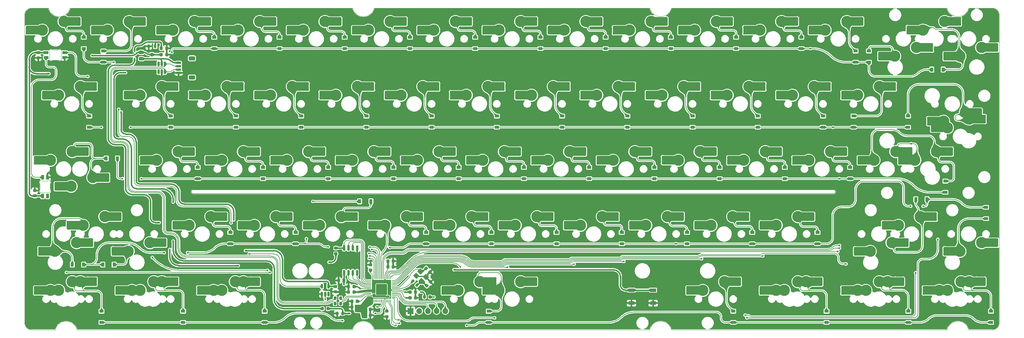
<source format=gbl>
G04 #@! TF.GenerationSoftware,KiCad,Pcbnew,(6.99.0-1912-g359c99991b)*
G04 #@! TF.CreationDate,2022-08-16T22:17:21+07:00*
G04 #@! TF.ProjectId,paws60,70617773-3630-42e6-9b69-6361645f7063,2*
G04 #@! TF.SameCoordinates,Original*
G04 #@! TF.FileFunction,Copper,L2,Bot*
G04 #@! TF.FilePolarity,Positive*
%FSLAX46Y46*%
G04 Gerber Fmt 4.6, Leading zero omitted, Abs format (unit mm)*
G04 Created by KiCad (PCBNEW (6.99.0-1912-g359c99991b)) date 2022-08-16 22:17:21*
%MOMM*%
%LPD*%
G01*
G04 APERTURE LIST*
G04 Aperture macros list*
%AMRoundRect*
0 Rectangle with rounded corners*
0 $1 Rounding radius*
0 $2 $3 $4 $5 $6 $7 $8 $9 X,Y pos of 4 corners*
0 Add a 4 corners polygon primitive as box body*
4,1,4,$2,$3,$4,$5,$6,$7,$8,$9,$2,$3,0*
0 Add four circle primitives for the rounded corners*
1,1,$1+$1,$2,$3*
1,1,$1+$1,$4,$5*
1,1,$1+$1,$6,$7*
1,1,$1+$1,$8,$9*
0 Add four rect primitives between the rounded corners*
20,1,$1+$1,$2,$3,$4,$5,0*
20,1,$1+$1,$4,$5,$6,$7,0*
20,1,$1+$1,$6,$7,$8,$9,0*
20,1,$1+$1,$8,$9,$2,$3,0*%
%AMRotRect*
0 Rectangle, with rotation*
0 The origin of the aperture is its center*
0 $1 length*
0 $2 width*
0 $3 Rotation angle, in degrees counterclockwise*
0 Add horizontal line*
21,1,$1,$2,0,0,$3*%
%AMFreePoly0*
4,1,18,-0.410000,0.593000,-0.403758,0.624380,-0.385983,0.650983,-0.359380,0.668758,-0.328000,0.675000,0.328000,0.675000,0.359380,0.668758,0.385983,0.650983,0.403758,0.624380,0.410000,0.593000,0.410000,-0.593000,0.403758,-0.624380,0.385983,-0.650983,0.359380,-0.668758,0.328000,-0.675000,0.000000,-0.675000,-0.410000,-0.265000,-0.410000,0.593000,-0.410000,0.593000,$1*%
G04 Aperture macros list end*
G04 #@! TA.AperFunction,ComponentPad*
%ADD10R,1.700000X1.700000*%
G04 #@! TD*
G04 #@! TA.AperFunction,ComponentPad*
%ADD11O,1.700000X1.700000*%
G04 #@! TD*
G04 #@! TA.AperFunction,ComponentPad*
%ADD12C,3.300000*%
G04 #@! TD*
G04 #@! TA.AperFunction,SMDPad,CuDef*
%ADD13R,1.650000X2.500000*%
G04 #@! TD*
G04 #@! TA.AperFunction,SMDPad,CuDef*
%ADD14RoundRect,0.250000X-1.025000X-1.000000X1.025000X-1.000000X1.025000X1.000000X-1.025000X1.000000X0*%
G04 #@! TD*
G04 #@! TA.AperFunction,SMDPad,CuDef*
%ADD15RoundRect,0.250000X1.025000X1.000000X-1.025000X1.000000X-1.025000X-1.000000X1.025000X-1.000000X0*%
G04 #@! TD*
G04 #@! TA.AperFunction,SMDPad,CuDef*
%ADD16R,1.200000X0.900000*%
G04 #@! TD*
G04 #@! TA.AperFunction,SMDPad,CuDef*
%ADD17RoundRect,0.225000X0.250000X-0.225000X0.250000X0.225000X-0.250000X0.225000X-0.250000X-0.225000X0*%
G04 #@! TD*
G04 #@! TA.AperFunction,SMDPad,CuDef*
%ADD18RoundRect,0.225000X0.225000X0.250000X-0.225000X0.250000X-0.225000X-0.250000X0.225000X-0.250000X0*%
G04 #@! TD*
G04 #@! TA.AperFunction,SMDPad,CuDef*
%ADD19RoundRect,0.150000X-0.625000X0.150000X-0.625000X-0.150000X0.625000X-0.150000X0.625000X0.150000X0*%
G04 #@! TD*
G04 #@! TA.AperFunction,SMDPad,CuDef*
%ADD20RoundRect,0.250000X-0.650000X0.350000X-0.650000X-0.350000X0.650000X-0.350000X0.650000X0.350000X0*%
G04 #@! TD*
G04 #@! TA.AperFunction,SMDPad,CuDef*
%ADD21R,0.900000X1.200000*%
G04 #@! TD*
G04 #@! TA.AperFunction,SMDPad,CuDef*
%ADD22RoundRect,0.225000X-0.225000X-0.250000X0.225000X-0.250000X0.225000X0.250000X-0.225000X0.250000X0*%
G04 #@! TD*
G04 #@! TA.AperFunction,SMDPad,CuDef*
%ADD23RoundRect,0.200000X0.200000X0.275000X-0.200000X0.275000X-0.200000X-0.275000X0.200000X-0.275000X0*%
G04 #@! TD*
G04 #@! TA.AperFunction,SMDPad,CuDef*
%ADD24RoundRect,0.200000X-0.200000X-0.275000X0.200000X-0.275000X0.200000X0.275000X-0.200000X0.275000X0*%
G04 #@! TD*
G04 #@! TA.AperFunction,SMDPad,CuDef*
%ADD25RoundRect,0.082000X0.328000X0.593000X-0.328000X0.593000X-0.328000X-0.593000X0.328000X-0.593000X0*%
G04 #@! TD*
G04 #@! TA.AperFunction,SMDPad,CuDef*
%ADD26FreePoly0,180.000000*%
G04 #@! TD*
G04 #@! TA.AperFunction,SMDPad,CuDef*
%ADD27RoundRect,0.150000X-0.150000X0.650000X-0.150000X-0.650000X0.150000X-0.650000X0.150000X0.650000X0*%
G04 #@! TD*
G04 #@! TA.AperFunction,SMDPad,CuDef*
%ADD28R,0.800000X1.000000*%
G04 #@! TD*
G04 #@! TA.AperFunction,SMDPad,CuDef*
%ADD29RoundRect,0.082000X0.593000X-0.328000X0.593000X0.328000X-0.593000X0.328000X-0.593000X-0.328000X0*%
G04 #@! TD*
G04 #@! TA.AperFunction,SMDPad,CuDef*
%ADD30FreePoly0,90.000000*%
G04 #@! TD*
G04 #@! TA.AperFunction,SMDPad,CuDef*
%ADD31RoundRect,0.150000X0.150000X-0.512500X0.150000X0.512500X-0.150000X0.512500X-0.150000X-0.512500X0*%
G04 #@! TD*
G04 #@! TA.AperFunction,SMDPad,CuDef*
%ADD32RoundRect,0.225000X-0.250000X0.225000X-0.250000X-0.225000X0.250000X-0.225000X0.250000X0.225000X0*%
G04 #@! TD*
G04 #@! TA.AperFunction,SMDPad,CuDef*
%ADD33R,1.700000X1.000000*%
G04 #@! TD*
G04 #@! TA.AperFunction,SMDPad,CuDef*
%ADD34RoundRect,0.050000X-0.050000X0.387500X-0.050000X-0.387500X0.050000X-0.387500X0.050000X0.387500X0*%
G04 #@! TD*
G04 #@! TA.AperFunction,SMDPad,CuDef*
%ADD35RoundRect,0.050000X-0.387500X0.050000X-0.387500X-0.050000X0.387500X-0.050000X0.387500X0.050000X0*%
G04 #@! TD*
G04 #@! TA.AperFunction,ComponentPad*
%ADD36C,0.600000*%
G04 #@! TD*
G04 #@! TA.AperFunction,SMDPad,CuDef*
%ADD37RoundRect,0.144000X-1.456000X1.456000X-1.456000X-1.456000X1.456000X-1.456000X1.456000X1.456000X0*%
G04 #@! TD*
G04 #@! TA.AperFunction,SMDPad,CuDef*
%ADD38RotRect,1.400000X1.200000X135.000000*%
G04 #@! TD*
G04 #@! TA.AperFunction,SMDPad,CuDef*
%ADD39RoundRect,0.225000X0.017678X-0.335876X0.335876X-0.017678X-0.017678X0.335876X-0.335876X0.017678X0*%
G04 #@! TD*
G04 #@! TA.AperFunction,SMDPad,CuDef*
%ADD40RoundRect,0.243750X0.456250X-0.243750X0.456250X0.243750X-0.456250X0.243750X-0.456250X-0.243750X0*%
G04 #@! TD*
G04 #@! TA.AperFunction,SMDPad,CuDef*
%ADD41RoundRect,0.225000X-0.335876X-0.017678X-0.017678X-0.335876X0.335876X0.017678X0.017678X0.335876X0*%
G04 #@! TD*
G04 #@! TA.AperFunction,SMDPad,CuDef*
%ADD42RoundRect,0.200000X-0.335876X-0.053033X-0.053033X-0.335876X0.335876X0.053033X0.053033X0.335876X0*%
G04 #@! TD*
G04 #@! TA.AperFunction,SMDPad,CuDef*
%ADD43RoundRect,0.200000X0.275000X-0.200000X0.275000X0.200000X-0.275000X0.200000X-0.275000X-0.200000X0*%
G04 #@! TD*
G04 #@! TA.AperFunction,ViaPad*
%ADD44C,0.500000*%
G04 #@! TD*
G04 #@! TA.AperFunction,Conductor*
%ADD45C,0.400000*%
G04 #@! TD*
G04 #@! TA.AperFunction,Conductor*
%ADD46C,0.200000*%
G04 #@! TD*
G04 #@! TA.AperFunction,Conductor*
%ADD47C,0.300000*%
G04 #@! TD*
G04 #@! TA.AperFunction,Profile*
%ADD48C,0.100000*%
G04 #@! TD*
G04 #@! TA.AperFunction,Profile*
%ADD49C,0.200000*%
G04 #@! TD*
G04 APERTURE END LIST*
D10*
X112724999Y-88699999D03*
D11*
X115264999Y-88699999D03*
X117804999Y-88699999D03*
X120344999Y-88699999D03*
X122884999Y-88699999D03*
D12*
X19953750Y-49640000D03*
D13*
X21778749Y-49639999D03*
D14*
X23503750Y-49640000D03*
X10053750Y-52180000D03*
D13*
X11803749Y-52179999D03*
D12*
X13603750Y-52180000D03*
X33765000Y-82660000D03*
D13*
X31939999Y-82659999D03*
D15*
X30215000Y-82660000D03*
X43665000Y-80120000D03*
D13*
X41914999Y-80119999D03*
D12*
X40115000Y-80120000D03*
D16*
X188749999Y-11849999D03*
X188749999Y-8549999D03*
D12*
X259983750Y-44560000D03*
D13*
X258158749Y-44559999D03*
D15*
X256433750Y-44560000D03*
X269883750Y-42020000D03*
D13*
X268133749Y-42019999D03*
D12*
X266333750Y-42020000D03*
D16*
X79149999Y-68999999D03*
X79149999Y-65699999D03*
D12*
X224265000Y-25510000D03*
D13*
X222439999Y-25509999D03*
D15*
X220715000Y-25510000D03*
X234165000Y-22970000D03*
D13*
X232414999Y-22969999D03*
D12*
X230615000Y-22970000D03*
D17*
X101000000Y-76721326D03*
X101000000Y-75171326D03*
D16*
X131599999Y-11849999D03*
X131599999Y-8549999D03*
D12*
X274747500Y-30590000D03*
D13*
X276572499Y-30589999D03*
D14*
X278297500Y-30590000D03*
X264847500Y-33130000D03*
D13*
X266597499Y-33129999D03*
D12*
X268397500Y-33130000D03*
X245696250Y-82660000D03*
D13*
X243871249Y-82659999D03*
D15*
X242146250Y-82660000D03*
X255596250Y-80120000D03*
D13*
X253846249Y-80119999D03*
D12*
X252046250Y-80120000D03*
X52815000Y-25510000D03*
D13*
X50989999Y-25509999D03*
D15*
X49265000Y-25510000D03*
X62715000Y-22970000D03*
D13*
X60964999Y-22969999D03*
D12*
X59165000Y-22970000D03*
D16*
X226849999Y-11849999D03*
X226849999Y-8549999D03*
D12*
X195690000Y-6460000D03*
D13*
X193864999Y-6459999D03*
D15*
X192140000Y-6460000D03*
X205590000Y-3920000D03*
D13*
X203839999Y-3919999D03*
D12*
X202040000Y-3920000D03*
D18*
X93275000Y-79746326D03*
X91725000Y-79746326D03*
D12*
X95677500Y-44560000D03*
D13*
X93852499Y-44559999D03*
D15*
X92127500Y-44560000D03*
X105577500Y-42020000D03*
D13*
X103827499Y-42019999D03*
D12*
X102027500Y-42020000D03*
X43290000Y-6460000D03*
D13*
X41464999Y-6459999D03*
D15*
X39740000Y-6460000D03*
X53190000Y-3920000D03*
D13*
X51439999Y-3919999D03*
D12*
X49640000Y-3920000D03*
X129015000Y-25510000D03*
D13*
X127189999Y-25509999D03*
D15*
X125465000Y-25510000D03*
X138915000Y-22970000D03*
D13*
X137164999Y-22969999D03*
D12*
X135365000Y-22970000D03*
D16*
X282218749Y-92049999D03*
X282218749Y-88749999D03*
X169699999Y-11849999D03*
X169699999Y-8549999D03*
D18*
X97175000Y-87546326D03*
X95625000Y-87546326D03*
D12*
X17096250Y-63610000D03*
D13*
X15271249Y-63609999D03*
D15*
X13546250Y-63610000D03*
X26996250Y-61070000D03*
D13*
X25246249Y-61069999D03*
D12*
X23446250Y-61070000D03*
D19*
X45000000Y-16000000D03*
X45000000Y-17000000D03*
X45000000Y-18000000D03*
X45000000Y-19000000D03*
D20*
X48875000Y-14700000D03*
X48875000Y-20300000D03*
D16*
X193449999Y-68999999D03*
X193449999Y-65699999D03*
X155349999Y-68999999D03*
X155349999Y-65699999D03*
D12*
X253316250Y-68690000D03*
D13*
X255141249Y-68689999D03*
D14*
X256866250Y-68690000D03*
X243416250Y-71230000D03*
D13*
X245166249Y-71229999D03*
D12*
X246966250Y-71230000D03*
X162352500Y-63610000D03*
D13*
X160527499Y-63609999D03*
D15*
X158802500Y-63610000D03*
X172252500Y-61070000D03*
D13*
X170502499Y-61069999D03*
D12*
X168702500Y-61070000D03*
D21*
X17249999Y-75099999D03*
X13949999Y-75099999D03*
D16*
X55399999Y-11849999D03*
X55399999Y-8549999D03*
X202999999Y-49949999D03*
X202999999Y-46649999D03*
X150649999Y-11849999D03*
X150649999Y-8549999D03*
D22*
X106125000Y-75746326D03*
X107675000Y-75746326D03*
D16*
X222049999Y-49949999D03*
X222049999Y-46649999D03*
D23*
X92325000Y-84900000D03*
X90675000Y-84900000D03*
D16*
X74449999Y-11849999D03*
X74449999Y-8549999D03*
D12*
X86152500Y-63610000D03*
D13*
X84327499Y-63609999D03*
D15*
X82602500Y-63610000D03*
X96052500Y-61070000D03*
D13*
X94302499Y-61069999D03*
D12*
X92502500Y-61070000D03*
D16*
X207799999Y-11849999D03*
X207799999Y-8549999D03*
D22*
X39925000Y-13600000D03*
X41475000Y-13600000D03*
D24*
X116775000Y-84600000D03*
X118425000Y-84600000D03*
D16*
X268893749Y-53949999D03*
X268893749Y-50649999D03*
D12*
X9952500Y-82660000D03*
D13*
X8127499Y-82659999D03*
D15*
X6402500Y-82660000D03*
X19852500Y-80120000D03*
D13*
X18102499Y-80119999D03*
D12*
X16302500Y-80120000D03*
D16*
X42674999Y-34899999D03*
X42674999Y-31599999D03*
X231549999Y-68999999D03*
X231549999Y-65699999D03*
D12*
X81390000Y-6460000D03*
D13*
X79564999Y-6459999D03*
D15*
X77840000Y-6460000D03*
X91290000Y-3920000D03*
D13*
X89539999Y-3919999D03*
D12*
X87740000Y-3920000D03*
D25*
X5250000Y-55025000D03*
X6750000Y-55025000D03*
X5250000Y-49575000D03*
D26*
X6749999Y-49574999D03*
D12*
X57577500Y-44560000D03*
D13*
X55752499Y-44559999D03*
D15*
X54027500Y-44560000D03*
X67477500Y-42020000D03*
D13*
X65727499Y-42019999D03*
D12*
X63927500Y-42020000D03*
D16*
X22999999Y-15849999D03*
X22999999Y-12549999D03*
D12*
X126633750Y-82660000D03*
D13*
X124808749Y-82659999D03*
D15*
X123083750Y-82660000D03*
X136533750Y-80120000D03*
D13*
X134783749Y-80119999D03*
D12*
X132983750Y-80120000D03*
X229027500Y-44560000D03*
D13*
X227202499Y-44559999D03*
D15*
X225477500Y-44560000D03*
X238927500Y-42020000D03*
D13*
X237177499Y-42019999D03*
D12*
X235377500Y-42020000D03*
D16*
X135543749Y-92049999D03*
X135543749Y-88749999D03*
D12*
X71865000Y-25510000D03*
D13*
X70039999Y-25509999D03*
D15*
X68315000Y-25510000D03*
X81765000Y-22970000D03*
D13*
X80014999Y-22969999D03*
D12*
X78215000Y-22970000D03*
D27*
X93295000Y-70246326D03*
X94565000Y-70246326D03*
X95835000Y-70246326D03*
X97105000Y-70246326D03*
X97105000Y-77446326D03*
X95835000Y-77446326D03*
X94565000Y-77446326D03*
X93295000Y-77446326D03*
D28*
X36250000Y-11199999D03*
X38149999Y-11199999D03*
X37199999Y-13599999D03*
D12*
X119490000Y-6460000D03*
D13*
X117664999Y-6459999D03*
D15*
X115940000Y-6460000D03*
X129390000Y-3920000D03*
D13*
X127639999Y-3919999D03*
D12*
X125840000Y-3920000D03*
X269508750Y-82660000D03*
D13*
X267683749Y-82659999D03*
D15*
X265958750Y-82660000D03*
X279408750Y-80120000D03*
D13*
X277658749Y-80119999D03*
D12*
X275858750Y-80120000D03*
D16*
X22481249Y-92049999D03*
X22481249Y-88749999D03*
X212499999Y-68999999D03*
X212499999Y-65699999D03*
D29*
X6275000Y-13000000D03*
X6275000Y-14500000D03*
X11725000Y-13000000D03*
D30*
X11724999Y-14499999D03*
D12*
X124252500Y-63610000D03*
D13*
X122427499Y-63609999D03*
D15*
X120702500Y-63610000D03*
X134152500Y-61070000D03*
D13*
X132402499Y-61069999D03*
D12*
X130602500Y-61070000D03*
D16*
X93499999Y-11849999D03*
X93499999Y-8549999D03*
D31*
X41001780Y-18632292D03*
X40051780Y-18632292D03*
X39101780Y-18632292D03*
X39101780Y-16357292D03*
X40051780Y-16357292D03*
X41001780Y-16357292D03*
D16*
X18862499Y-34899999D03*
X18862499Y-31599999D03*
D12*
X38527500Y-44560000D03*
D13*
X36702499Y-44559999D03*
D15*
X34977500Y-44560000D03*
X48427500Y-42020000D03*
D13*
X46677499Y-42019999D03*
D12*
X44877500Y-42020000D03*
X143302500Y-63610000D03*
D13*
X141477499Y-63609999D03*
D15*
X139752500Y-63610000D03*
X153202500Y-61070000D03*
D13*
X151452499Y-61069999D03*
D12*
X149652500Y-61070000D03*
X24240000Y-6460000D03*
D13*
X22414999Y-6459999D03*
D15*
X20690000Y-6460000D03*
X34140000Y-3920000D03*
D13*
X32389999Y-3919999D03*
D12*
X30590000Y-3920000D03*
X219502500Y-63610000D03*
D13*
X217677499Y-63609999D03*
D15*
X215952500Y-63610000D03*
X229402500Y-61070000D03*
D13*
X227652499Y-61069999D03*
D12*
X225852500Y-61070000D03*
D16*
X242099999Y-34899999D03*
X242099999Y-31599999D03*
D23*
X92925000Y-89400000D03*
X91275000Y-89400000D03*
D12*
X267127500Y-82660000D03*
D13*
X265302499Y-82659999D03*
D15*
X263577500Y-82660000D03*
X277027500Y-80120000D03*
D13*
X275277499Y-80119999D03*
D12*
X273477500Y-80120000D03*
D32*
X105800000Y-88771326D03*
X105800000Y-90321326D03*
D16*
X174399999Y-68999999D03*
X174399999Y-65699999D03*
D12*
X243315000Y-25510000D03*
D13*
X241489999Y-25509999D03*
D15*
X239765000Y-25510000D03*
X253215000Y-22970000D03*
D13*
X251464999Y-22969999D03*
D12*
X249665000Y-22970000D03*
D16*
X145849999Y-49949999D03*
X145849999Y-46649999D03*
D12*
X138540000Y-82660000D03*
D13*
X136714999Y-82659999D03*
D15*
X134990000Y-82660000D03*
X148440000Y-80120000D03*
D13*
X146689999Y-80119999D03*
D12*
X144890000Y-80120000D03*
X109965000Y-25510000D03*
D13*
X108139999Y-25509999D03*
D15*
X106415000Y-25510000D03*
X119865000Y-22970000D03*
D13*
X118114999Y-22969999D03*
D12*
X116315000Y-22970000D03*
X205215000Y-25510000D03*
D13*
X203389999Y-25509999D03*
D15*
X201665000Y-25510000D03*
X215115000Y-22970000D03*
D13*
X213364999Y-22969999D03*
D12*
X211565000Y-22970000D03*
D16*
X241099999Y-49949999D03*
X241099999Y-46649999D03*
D12*
X133777500Y-44560000D03*
D13*
X131952499Y-44559999D03*
D15*
X130227500Y-44560000D03*
X143677500Y-42020000D03*
D13*
X141927499Y-42019999D03*
D12*
X140127500Y-42020000D03*
D16*
X118874999Y-34899999D03*
X118874999Y-31599999D03*
D33*
X177249999Y-86399999D03*
X183549999Y-86399999D03*
X177249999Y-82599999D03*
X183549999Y-82599999D03*
D34*
X101650000Y-78927576D03*
X102050000Y-78927576D03*
X102450000Y-78927576D03*
X102850000Y-78927576D03*
X103250000Y-78927576D03*
X103650000Y-78927576D03*
X104050000Y-78927576D03*
X104450000Y-78927576D03*
X104850000Y-78927576D03*
X105250000Y-78927576D03*
X105650000Y-78927576D03*
X106050000Y-78927576D03*
X106450000Y-78927576D03*
X106850000Y-78927576D03*
D35*
X107687500Y-79765076D03*
X107687500Y-80165076D03*
X107687500Y-80565076D03*
X107687500Y-80965076D03*
X107687500Y-81365076D03*
X107687500Y-81765076D03*
X107687500Y-82165076D03*
X107687500Y-82565076D03*
X107687500Y-82965076D03*
X107687500Y-83365076D03*
X107687500Y-83765076D03*
X107687500Y-84165076D03*
X107687500Y-84565076D03*
X107687500Y-84965076D03*
D34*
X106850000Y-85802576D03*
X106450000Y-85802576D03*
X106050000Y-85802576D03*
X105650000Y-85802576D03*
X105250000Y-85802576D03*
X104850000Y-85802576D03*
X104450000Y-85802576D03*
X104050000Y-85802576D03*
X103650000Y-85802576D03*
X103250000Y-85802576D03*
X102850000Y-85802576D03*
X102450000Y-85802576D03*
X102050000Y-85802576D03*
X101650000Y-85802576D03*
D35*
X100812500Y-84965076D03*
X100812500Y-84565076D03*
X100812500Y-84165076D03*
X100812500Y-83765076D03*
X100812500Y-83365076D03*
X100812500Y-82965076D03*
X100812500Y-82565076D03*
X100812500Y-82165076D03*
X100812500Y-81765076D03*
X100812500Y-81365076D03*
X100812500Y-80965076D03*
X100812500Y-80565076D03*
X100812500Y-80165076D03*
X100812500Y-79765076D03*
D36*
X105525000Y-81090076D03*
X104250000Y-81090076D03*
X102975000Y-81090076D03*
X105525000Y-82365076D03*
X104250000Y-82365076D03*
D37*
X104250000Y-82365076D03*
D36*
X102975000Y-82365076D03*
X105525000Y-83640076D03*
X104250000Y-83640076D03*
X102975000Y-83640076D03*
D32*
X90800000Y-81525000D03*
X90800000Y-83075000D03*
D38*
X115976776Y-79925183D03*
X114421141Y-78369548D03*
X115623222Y-77167467D03*
X117178857Y-78723102D03*
D12*
X181402500Y-63610000D03*
D13*
X179577499Y-63609999D03*
D15*
X177852500Y-63610000D03*
X191302500Y-61070000D03*
D13*
X189552499Y-61069999D03*
D12*
X187752500Y-61070000D03*
D16*
X234193749Y-92049999D03*
X234193749Y-88749999D03*
X257999999Y-34899999D03*
X257999999Y-31599999D03*
D12*
X62340000Y-6460000D03*
D13*
X60514999Y-6459999D03*
D15*
X58790000Y-6460000D03*
X72240000Y-3920000D03*
D13*
X70489999Y-3919999D03*
D12*
X68690000Y-3920000D03*
X214740000Y-6460000D03*
D13*
X212914999Y-6459999D03*
D15*
X211190000Y-6460000D03*
X224640000Y-3920000D03*
D13*
X222889999Y-3919999D03*
D12*
X221090000Y-3920000D03*
D16*
X17299999Y-11849999D03*
X17299999Y-8549999D03*
D12*
X67102500Y-63610000D03*
D13*
X65277499Y-63609999D03*
D15*
X63552500Y-63610000D03*
X77002500Y-61070000D03*
D13*
X75252499Y-61069999D03*
D12*
X73452500Y-61070000D03*
D16*
X112549999Y-11849999D03*
X112549999Y-8549999D03*
D22*
X112625000Y-83146326D03*
X114175000Y-83146326D03*
D12*
X157590000Y-6460000D03*
D13*
X155764999Y-6459999D03*
D15*
X154040000Y-6460000D03*
X167490000Y-3920000D03*
D13*
X165739999Y-3919999D03*
D12*
X163940000Y-3920000D03*
X33765000Y-25510000D03*
D13*
X31939999Y-25509999D03*
D15*
X30215000Y-25510000D03*
X43665000Y-22970000D03*
D13*
X41914999Y-22969999D03*
D12*
X40115000Y-22970000D03*
X221883750Y-82660000D03*
D13*
X220058749Y-82659999D03*
D15*
X218333750Y-82660000D03*
X231783750Y-80120000D03*
D13*
X230033749Y-80119999D03*
D12*
X228233750Y-80120000D03*
X105202500Y-63610000D03*
D13*
X103377499Y-63609999D03*
D15*
X101652500Y-63610000D03*
X115102500Y-61070000D03*
D13*
X113352499Y-61069999D03*
D12*
X111552500Y-61070000D03*
D21*
X263549999Y-55999999D03*
X260249999Y-55999999D03*
D31*
X88750000Y-83737500D03*
X87800000Y-83737500D03*
X86850000Y-83737500D03*
X86850000Y-81462500D03*
X88750000Y-81462500D03*
D17*
X3000000Y-54975000D03*
X3000000Y-53425000D03*
D23*
X92325000Y-86500000D03*
X90675000Y-86500000D03*
D16*
X156974999Y-34899999D03*
X156974999Y-31599999D03*
X88699999Y-49949999D03*
X88699999Y-46649999D03*
D12*
X15191250Y-68690000D03*
D13*
X17016249Y-68689999D03*
D14*
X18741250Y-68690000D03*
X5291250Y-71230000D03*
D13*
X7041249Y-71229999D03*
D12*
X8841250Y-71230000D03*
D16*
X136299999Y-68999999D03*
X136299999Y-65699999D03*
D12*
X7571250Y-82660000D03*
D13*
X5746249Y-82659999D03*
D15*
X4021250Y-82660000D03*
X17471250Y-80120000D03*
D13*
X15721249Y-80119999D03*
D12*
X13921250Y-80120000D03*
X36622500Y-68690000D03*
D13*
X38447499Y-68689999D03*
D14*
X40172500Y-68690000D03*
X26722500Y-71230000D03*
D13*
X28472499Y-71229999D03*
D12*
X30272500Y-71230000D03*
X167115000Y-25510000D03*
D13*
X165289999Y-25509999D03*
D15*
X163565000Y-25510000D03*
X177015000Y-22970000D03*
D13*
X175264999Y-22969999D03*
D12*
X173465000Y-22970000D03*
X148065000Y-25510000D03*
D13*
X146239999Y-25509999D03*
D15*
X144515000Y-25510000D03*
X157965000Y-22970000D03*
D13*
X156214999Y-22969999D03*
D12*
X154415000Y-22970000D03*
D18*
X96175000Y-83146326D03*
X94625000Y-83146326D03*
D12*
X100440000Y-6460000D03*
D13*
X98614999Y-6459999D03*
D15*
X96890000Y-6460000D03*
X110340000Y-3920000D03*
D13*
X108589999Y-3919999D03*
D12*
X106790000Y-3920000D03*
D21*
X264949999Y-17999999D03*
X268249999Y-17999999D03*
D12*
X152827500Y-44560000D03*
D13*
X151002499Y-44559999D03*
D15*
X149277500Y-44560000D03*
X162727500Y-42020000D03*
D13*
X160977499Y-42019999D03*
D12*
X159177500Y-42020000D03*
X31383750Y-82660000D03*
D13*
X29558749Y-82659999D03*
D15*
X27833750Y-82660000D03*
X41283750Y-80120000D03*
D13*
X39533749Y-80119999D03*
D12*
X37733750Y-80120000D03*
D16*
X214124999Y-34899999D03*
X214124999Y-31599999D03*
D39*
X117451992Y-81294334D03*
X118548008Y-80198318D03*
D12*
X7571250Y-44560000D03*
D13*
X5746249Y-44559999D03*
D15*
X4021250Y-44560000D03*
X17471250Y-42020000D03*
D13*
X15721249Y-42019999D03*
D12*
X13921250Y-42020000D03*
D16*
X195074999Y-34899999D03*
X195074999Y-31599999D03*
D12*
X219502500Y-82660000D03*
D13*
X217677499Y-82659999D03*
D15*
X215952500Y-82660000D03*
X229402500Y-80120000D03*
D13*
X227652499Y-80119999D03*
D12*
X225852500Y-80120000D03*
D16*
X70106249Y-92049999D03*
X70106249Y-88749999D03*
D12*
X279510000Y-68690000D03*
D13*
X281334999Y-68689999D03*
D14*
X283060000Y-68690000D03*
X269610000Y-71230000D03*
D13*
X271359999Y-71229999D03*
D12*
X273160000Y-71230000D03*
D21*
X97849999Y-56599999D03*
X101149999Y-56599999D03*
D12*
X57577500Y-82660000D03*
D13*
X55752499Y-82659999D03*
D15*
X54027500Y-82660000D03*
X67477500Y-80120000D03*
D13*
X65727499Y-80119999D03*
D12*
X63927500Y-80120000D03*
D40*
X34100000Y-14837500D03*
X34100000Y-12962500D03*
D16*
X137924999Y-34899999D03*
X137924999Y-31599999D03*
D12*
X200452500Y-63610000D03*
D13*
X198627499Y-63609999D03*
D15*
X196902500Y-63610000D03*
X210352500Y-61070000D03*
D13*
X208602499Y-61069999D03*
D12*
X206802500Y-61070000D03*
D16*
X206981249Y-92049999D03*
X206981249Y-88749999D03*
D12*
X233790000Y-6460000D03*
D13*
X231964999Y-6459999D03*
D15*
X230240000Y-6460000D03*
X243690000Y-3920000D03*
D13*
X241939999Y-3919999D03*
D12*
X240140000Y-3920000D03*
X209977500Y-44560000D03*
D13*
X208152499Y-44559999D03*
D15*
X206427500Y-44560000D03*
X219877500Y-42020000D03*
D13*
X218127499Y-42019999D03*
D12*
X216327500Y-42020000D03*
X269508750Y-35035000D03*
D13*
X267683749Y-35034999D03*
D15*
X265958750Y-35035000D03*
X279408750Y-32495000D03*
D13*
X277658749Y-32494999D03*
D12*
X275858750Y-32495000D03*
X5190000Y-6460000D03*
D13*
X3364999Y-6459999D03*
D15*
X1640000Y-6460000D03*
X15090000Y-3920000D03*
D13*
X13339999Y-3919999D03*
D12*
X11540000Y-3920000D03*
D16*
X233174999Y-34899999D03*
X233174999Y-31599999D03*
X183949999Y-49949999D03*
X183949999Y-46649999D03*
X280799999Y-58349999D03*
X280799999Y-61649999D03*
D22*
X39925000Y-11800000D03*
X41475000Y-11800000D03*
X106125000Y-74046326D03*
X107675000Y-74046326D03*
D12*
X48052500Y-63610000D03*
D13*
X46227499Y-63609999D03*
D15*
X44502500Y-63610000D03*
X57952500Y-61070000D03*
D13*
X56202499Y-61069999D03*
D12*
X54402500Y-61070000D03*
D16*
X69649999Y-49949999D03*
X69649999Y-46649999D03*
D12*
X138540000Y-6460000D03*
D13*
X136714999Y-6459999D03*
D15*
X134990000Y-6460000D03*
X148440000Y-3920000D03*
D13*
X146689999Y-3919999D03*
D12*
X144890000Y-3920000D03*
X90915000Y-25510000D03*
D13*
X89089999Y-25509999D03*
D15*
X87365000Y-25510000D03*
X100815000Y-22970000D03*
D13*
X99064999Y-22969999D03*
D12*
X97265000Y-22970000D03*
D16*
X242699999Y-15849999D03*
X242699999Y-12549999D03*
D12*
X114727500Y-44560000D03*
D13*
X112902499Y-44559999D03*
D15*
X111177500Y-44560000D03*
X124627500Y-42020000D03*
D13*
X122877499Y-42019999D03*
D12*
X121077500Y-42020000D03*
X186165000Y-25510000D03*
D13*
X184339999Y-25509999D03*
D15*
X182615000Y-25510000D03*
X196065000Y-22970000D03*
D13*
X194314999Y-22969999D03*
D12*
X192515000Y-22970000D03*
D41*
X117251992Y-76198318D03*
X118348008Y-77294334D03*
D12*
X260460000Y-11540000D03*
D13*
X262284999Y-11539999D03*
D14*
X264010000Y-11540000D03*
X250560000Y-14080000D03*
D13*
X252309999Y-14079999D03*
D12*
X254110000Y-14080000D03*
D16*
X50599999Y-49949999D03*
X50599999Y-46649999D03*
D18*
X96175000Y-81546326D03*
X94625000Y-81546326D03*
D22*
X99425000Y-89946326D03*
X100975000Y-89946326D03*
D16*
X258106249Y-92049999D03*
X258106249Y-88749999D03*
D22*
X112625000Y-84846326D03*
X114175000Y-84846326D03*
D12*
X76627500Y-44560000D03*
D13*
X74802499Y-44559999D03*
D15*
X73077500Y-44560000D03*
X86527500Y-42020000D03*
D13*
X84777499Y-42019999D03*
D12*
X82977500Y-42020000D03*
D21*
X22849999Y-75099999D03*
X26149999Y-75099999D03*
D12*
X176640000Y-6460000D03*
D13*
X174814999Y-6459999D03*
D15*
X173090000Y-6460000D03*
X186540000Y-3920000D03*
D13*
X184789999Y-3919999D03*
D12*
X182990000Y-3920000D03*
X243315000Y-82660000D03*
D13*
X241489999Y-82659999D03*
D15*
X239765000Y-82660000D03*
X253215000Y-80120000D03*
D13*
X251464999Y-80119999D03*
D12*
X249665000Y-80120000D03*
D42*
X113416637Y-79962963D03*
X114583363Y-81129689D03*
D22*
X99425000Y-88246326D03*
X100975000Y-88246326D03*
D12*
X262365000Y-6460000D03*
D13*
X260539999Y-6459999D03*
D15*
X258815000Y-6460000D03*
X272265000Y-3920000D03*
D13*
X270514999Y-3919999D03*
D12*
X268715000Y-3920000D03*
D16*
X99824999Y-34899999D03*
X99824999Y-31599999D03*
D12*
X198071250Y-82660000D03*
D13*
X196246249Y-82659999D03*
D15*
X194521250Y-82660000D03*
X207971250Y-80120000D03*
D13*
X206221249Y-80119999D03*
D12*
X204421250Y-80120000D03*
D16*
X126799999Y-49949999D03*
X126799999Y-46649999D03*
D12*
X55196250Y-82660000D03*
D13*
X53371249Y-82659999D03*
D15*
X51646250Y-82660000D03*
X65096250Y-80120000D03*
D13*
X63346249Y-80119999D03*
D12*
X61546250Y-80120000D03*
X190927500Y-44560000D03*
D13*
X189102499Y-44559999D03*
D15*
X187377500Y-44560000D03*
X200827500Y-42020000D03*
D13*
X199077499Y-42019999D03*
D12*
X197277500Y-42020000D03*
D16*
X107749999Y-49949999D03*
X107749999Y-46649999D03*
X176024999Y-34899999D03*
X176024999Y-31599999D03*
D12*
X171877500Y-44560000D03*
D13*
X170052499Y-44559999D03*
D15*
X168327500Y-44560000D03*
X181777500Y-42020000D03*
D13*
X180027499Y-42019999D03*
D12*
X178227500Y-42020000D03*
D24*
X86975000Y-88000000D03*
X88625000Y-88000000D03*
D12*
X9952500Y-25510000D03*
D13*
X8127499Y-25509999D03*
D15*
X6402500Y-25510000D03*
X19852500Y-22970000D03*
D13*
X18102499Y-22969999D03*
D12*
X16302500Y-22970000D03*
D16*
X80774999Y-34899999D03*
X80774999Y-31599999D03*
X164899999Y-49949999D03*
X164899999Y-46649999D03*
D12*
X248077500Y-44560000D03*
D13*
X246252499Y-44559999D03*
D15*
X244527500Y-44560000D03*
X257977500Y-42020000D03*
D13*
X256227499Y-42019999D03*
D12*
X254427500Y-42020000D03*
D16*
X61724999Y-34899999D03*
X61724999Y-31599999D03*
D21*
X27149999Y-43999999D03*
X23849999Y-43999999D03*
D32*
X4000000Y-13025000D03*
X4000000Y-14575000D03*
D16*
X60099999Y-68999999D03*
X60099999Y-65699999D03*
X46293749Y-92049999D03*
X46293749Y-88749999D03*
X246599999Y-15849999D03*
X246599999Y-12549999D03*
D12*
X279510000Y-11540000D03*
D13*
X281334999Y-11539999D03*
D14*
X283060000Y-11540000D03*
X269610000Y-14080000D03*
D13*
X271359999Y-14079999D03*
D12*
X273160000Y-14080000D03*
D43*
X90900000Y-71925000D03*
X90900000Y-70275000D03*
D18*
X97175000Y-85846326D03*
X95625000Y-85846326D03*
D12*
X255221250Y-63610000D03*
D13*
X253396249Y-63609999D03*
D15*
X251671250Y-63610000D03*
X265121250Y-61070000D03*
D13*
X263371249Y-61069999D03*
D12*
X261571250Y-61070000D03*
D16*
X117249999Y-68999999D03*
X117249999Y-65699999D03*
D44*
X3000000Y-51900000D03*
X4000000Y-16100000D03*
X105800000Y-91800000D03*
X85200000Y-84900000D03*
X110400000Y-80046326D03*
X120100000Y-78700000D03*
X34700000Y-11700000D03*
X109200000Y-75800000D03*
X109300000Y-72900000D03*
X101952234Y-84169511D03*
X106400000Y-84400000D03*
X111400000Y-84846326D03*
X98000000Y-82146326D03*
X159000000Y-24000000D03*
X159000000Y-22000000D03*
X19700000Y-13900000D03*
X28200000Y-30400000D03*
X64500000Y-71000000D03*
X61100000Y-62000000D03*
X7100000Y-19200000D03*
X178100000Y-22000000D03*
X178100000Y-24000000D03*
X43400000Y-56800000D03*
X43400000Y-68200000D03*
X35800000Y-14822001D03*
X29500000Y-18900000D03*
X43000000Y-13000000D03*
X229478189Y-11858257D03*
X237500000Y-71300000D03*
X26110600Y-15849727D03*
X197100000Y-22000000D03*
X197100000Y-24000000D03*
X16100000Y-4900000D03*
X16100000Y-2900000D03*
X35200000Y-2900000D03*
X35200000Y-4900000D03*
X249500000Y-15100000D03*
X249500000Y-13100000D03*
X268600000Y-13100000D03*
X268600000Y-15100000D03*
X257800000Y-5400000D03*
X257800000Y-6700000D03*
X20900000Y-24000000D03*
X20900000Y-22000000D03*
X44700000Y-24000000D03*
X44700000Y-22000000D03*
X238000000Y-70300000D03*
X30900000Y-34900000D03*
X22500000Y-34900000D03*
X236100000Y-34900000D03*
X63800000Y-24000000D03*
X63800000Y-22000000D03*
X82800000Y-24000000D03*
X82800000Y-22000000D03*
X101900000Y-24000000D03*
X101900000Y-22000000D03*
X120900000Y-24000000D03*
X120900000Y-22000000D03*
X140000000Y-22000000D03*
X140000000Y-24000000D03*
X216200000Y-22000000D03*
X216200000Y-24000000D03*
X235200000Y-24000000D03*
X235200000Y-22000000D03*
X254300000Y-22000000D03*
X254300000Y-24000000D03*
X280500000Y-33500000D03*
X280500000Y-31500000D03*
X279300000Y-29600000D03*
X279300000Y-31600000D03*
X18500000Y-41000000D03*
X18500000Y-43000000D03*
X24500000Y-48600000D03*
X24500000Y-50600000D03*
X49500000Y-43000000D03*
X49500000Y-41000000D03*
X68500000Y-41000000D03*
X68500000Y-43000000D03*
X87600000Y-43000000D03*
X87600000Y-41000000D03*
X106600000Y-41000000D03*
X106600000Y-43000000D03*
X125700000Y-43000000D03*
X125700000Y-41000000D03*
X237929112Y-49950378D03*
X34094098Y-49948634D03*
X28600000Y-49951365D03*
X238000000Y-69500000D03*
X144700000Y-41000000D03*
X144700000Y-43000000D03*
X163800000Y-43000000D03*
X163800000Y-41000000D03*
X182800000Y-43000000D03*
X182800000Y-41000000D03*
X201900000Y-43000000D03*
X201900000Y-41000000D03*
X220900000Y-43000000D03*
X220900000Y-41000000D03*
X240000000Y-41000000D03*
X240000000Y-43000000D03*
X88700000Y-69900000D03*
X47600000Y-71600000D03*
X82300000Y-67500000D03*
X40800000Y-71600000D03*
X106600000Y-70100000D03*
X137300000Y-90700000D03*
X84200000Y-56600000D03*
X190200000Y-69000000D03*
X262400000Y-58000000D03*
X258800000Y-58000000D03*
X92900000Y-91500000D03*
X108500000Y-92900000D03*
X129100000Y-92900000D03*
X270900000Y-43000000D03*
X243500000Y-43600000D03*
X270900000Y-41000000D03*
X243500000Y-45600000D03*
X3000000Y-43600000D03*
X5300000Y-81700000D03*
X71700000Y-77400000D03*
X28000000Y-62100000D03*
X3000000Y-45600000D03*
X5400000Y-24500000D03*
X9000000Y-51200000D03*
X9000000Y-53200000D03*
X100600000Y-73300000D03*
X12200000Y-77400000D03*
X600000Y-7500000D03*
X3000000Y-83700000D03*
X28000000Y-60100000D03*
X3000000Y-81700000D03*
X19800000Y-69700000D03*
X19800000Y-68400000D03*
X5400000Y-26500000D03*
X600000Y-5500000D03*
X5300000Y-83700000D03*
X29200000Y-24500000D03*
X37300000Y-73000000D03*
X71000000Y-76800000D03*
X29200000Y-26500000D03*
X26800000Y-81700000D03*
X26800000Y-83700000D03*
X41200000Y-67700000D03*
X33900000Y-45600000D03*
X100800000Y-72600000D03*
X29100000Y-83700000D03*
X33900000Y-43600000D03*
X29100000Y-81700000D03*
X19700000Y-7500000D03*
X19700000Y-5500000D03*
X41200000Y-69700000D03*
X53000000Y-43600000D03*
X38700000Y-7500000D03*
X52900000Y-83700000D03*
X48200000Y-24500000D03*
X48200000Y-26500000D03*
X100500000Y-71800000D03*
X52900000Y-81700000D03*
X43500000Y-64600000D03*
X38700000Y-5500000D03*
X50600000Y-81700000D03*
X50600000Y-83700000D03*
X53000000Y-45600000D03*
X43500000Y-62600000D03*
X72000000Y-43600000D03*
X62500000Y-64600000D03*
X57700000Y-7500000D03*
X67300000Y-24500000D03*
X62500000Y-62600000D03*
X72000000Y-45600000D03*
X101400000Y-70700000D03*
X57700000Y-5500000D03*
X67300000Y-26500000D03*
X76800000Y-5500000D03*
X76800000Y-7500000D03*
X86300000Y-26500000D03*
X81600000Y-64600000D03*
X91100000Y-45600000D03*
X81600000Y-62600000D03*
X91100000Y-43600000D03*
X100800000Y-70000000D03*
X86300000Y-24500000D03*
X206600000Y-4900000D03*
X206600000Y-2900000D03*
X102400000Y-89400000D03*
X94900000Y-89400000D03*
X32100000Y-12600000D03*
X39300000Y-62800000D03*
X62400000Y-75400000D03*
X93274674Y-80939994D03*
X42400000Y-70700000D03*
X97500000Y-83146326D03*
X32100000Y-14800000D03*
X111000000Y-83146326D03*
X115685822Y-83147258D03*
X25700000Y-70200000D03*
X25700000Y-72200000D03*
X59000000Y-60100000D03*
X59000000Y-62100000D03*
X78000000Y-62100000D03*
X78000000Y-60100000D03*
X97100000Y-60100000D03*
X97100000Y-62100000D03*
X173300000Y-62100000D03*
X173300000Y-60100000D03*
X192300000Y-60100000D03*
X192300000Y-62100000D03*
X211400000Y-62100000D03*
X211400000Y-60100000D03*
X230400000Y-62100000D03*
X230400000Y-60100000D03*
X257900000Y-69700000D03*
X266200000Y-60100000D03*
X266200000Y-62100000D03*
X257900000Y-68400000D03*
X268600000Y-72200000D03*
X268600000Y-70200000D03*
X18500000Y-79100000D03*
X20900000Y-79100000D03*
X18500000Y-81100000D03*
X20900000Y-81100000D03*
X42400000Y-79100000D03*
X44700000Y-79100000D03*
X44700000Y-81100000D03*
X42400000Y-81100000D03*
X68500000Y-81100000D03*
X66200000Y-81100000D03*
X68500000Y-79100000D03*
X66200000Y-79100000D03*
X137600000Y-79100000D03*
X134000000Y-83700000D03*
X137600000Y-80700000D03*
X134000000Y-82100000D03*
X209000000Y-81100000D03*
X209000000Y-79100000D03*
X232800000Y-79100000D03*
X230500000Y-79100000D03*
X230500000Y-81100000D03*
X232800000Y-81100000D03*
X256600000Y-79100000D03*
X254300000Y-81100000D03*
X256600000Y-81100000D03*
X254300000Y-79100000D03*
X278100000Y-79100000D03*
X278100000Y-81100000D03*
X280400000Y-79100000D03*
X280400000Y-81100000D03*
X119600000Y-84600000D03*
X105400000Y-24500000D03*
X110100000Y-43600000D03*
X110100000Y-45600000D03*
X100600000Y-64600000D03*
X105400000Y-26500000D03*
X100600000Y-62600000D03*
X95900000Y-5500000D03*
X95900000Y-7500000D03*
X119700000Y-62600000D03*
X122000000Y-81700000D03*
X114900000Y-5500000D03*
X129200000Y-43600000D03*
X149500000Y-79100000D03*
X114900000Y-7500000D03*
X124400000Y-24500000D03*
X149500000Y-81100000D03*
X122000000Y-83700000D03*
X124400000Y-26500000D03*
X119700000Y-64600000D03*
X129200000Y-45600000D03*
X127300000Y-75800000D03*
X141100000Y-75900000D03*
X138700000Y-62600000D03*
X134000000Y-5500000D03*
X148200000Y-43600000D03*
X143500000Y-26500000D03*
X138700000Y-64600000D03*
X148200000Y-45600000D03*
X143500000Y-24500000D03*
X134000000Y-7500000D03*
X160500000Y-75000000D03*
X157800000Y-64600000D03*
X167300000Y-43600000D03*
X153000000Y-5400000D03*
X157800000Y-62600000D03*
X162500000Y-24500000D03*
X167300000Y-45600000D03*
X153000000Y-7400000D03*
X162500000Y-26500000D03*
X172000000Y-5500000D03*
X176800000Y-62600000D03*
X175000000Y-74200000D03*
X172000000Y-7500000D03*
X181600000Y-26500000D03*
X186300000Y-43500000D03*
X181600000Y-24500000D03*
X176800000Y-64600000D03*
X186300000Y-45500000D03*
X205400000Y-45600000D03*
X195900000Y-62600000D03*
X193500000Y-83700000D03*
X200600000Y-26500000D03*
X195900000Y-64600000D03*
X205400000Y-43600000D03*
X197700000Y-73400000D03*
X191100000Y-5500000D03*
X191100000Y-7500000D03*
X193500000Y-81700000D03*
X200600000Y-24500000D03*
X219700000Y-24500000D03*
X224400000Y-45600000D03*
X214900000Y-64600000D03*
X217200000Y-81700000D03*
X210100000Y-7500000D03*
X210100000Y-5500000D03*
X214900000Y-81700000D03*
X214900000Y-62600000D03*
X217200000Y-83700000D03*
X214900000Y-83700000D03*
X219700000Y-26500000D03*
X224400000Y-43600000D03*
X215600000Y-72600000D03*
X241100000Y-81700000D03*
X238700000Y-26500000D03*
X239900000Y-74900000D03*
X241100000Y-83700000D03*
X229200000Y-7500000D03*
X238700000Y-81700000D03*
X238700000Y-24500000D03*
X238700000Y-83700000D03*
X229200000Y-5500000D03*
X284100000Y-10500000D03*
X284100000Y-67700000D03*
X284100000Y-69700000D03*
X273300000Y-2900000D03*
X109500000Y-92300000D03*
X273300000Y-4900000D03*
X266700000Y-67700000D03*
X284100000Y-12500000D03*
X210900000Y-90700000D03*
X259000000Y-42600000D03*
X263800000Y-34100000D03*
X262500000Y-83700000D03*
X264900000Y-34000000D03*
X255400000Y-44000000D03*
X242400000Y-70200000D03*
X255400000Y-45600000D03*
X210400000Y-89900000D03*
X250600000Y-63900000D03*
X263800000Y-32100000D03*
X260200000Y-77500000D03*
X242400000Y-72200000D03*
X264900000Y-81700000D03*
X250600000Y-62600000D03*
X264900000Y-36000000D03*
X264900000Y-83700000D03*
X258900000Y-39700000D03*
X109300000Y-91300000D03*
X265100000Y-12600000D03*
X262500000Y-81700000D03*
X265100000Y-11300000D03*
X259000000Y-41000000D03*
X125400000Y-76600000D03*
X88900000Y-74400000D03*
X4200000Y-70200000D03*
X12500000Y-62600000D03*
X12500000Y-63900000D03*
X4200000Y-72200000D03*
X116100000Y-62100000D03*
X116100000Y-60100000D03*
X135200000Y-62100000D03*
X135200000Y-60100000D03*
X154200000Y-62100000D03*
X154200000Y-60100000D03*
X54200000Y-2900000D03*
X54200000Y-4900000D03*
X73300000Y-2900000D03*
X73300000Y-4900000D03*
X92300000Y-4900000D03*
X92300000Y-2900000D03*
X111400000Y-4900000D03*
X111400000Y-2900000D03*
X187600000Y-4900000D03*
X187600000Y-2900000D03*
X130400000Y-4900000D03*
X130400000Y-2900000D03*
X225700000Y-4900000D03*
X225700000Y-2900000D03*
X244700000Y-2900000D03*
X244700000Y-4900000D03*
X149500000Y-4900000D03*
X149500000Y-2900000D03*
X168500000Y-2900000D03*
X168500000Y-4900000D03*
X65600000Y-72000000D03*
X18500000Y-20000000D03*
X27500000Y-29600000D03*
X60300000Y-62900000D03*
X87800000Y-85300000D03*
X102900000Y-87500000D03*
D45*
X183550000Y-86400000D02*
X177250000Y-86400000D01*
X94625000Y-83146326D02*
X90871326Y-83146326D01*
X90871326Y-83146326D02*
X90800000Y-83075000D01*
D46*
X109492362Y-80953964D02*
X110400000Y-80046326D01*
X107687500Y-81365076D02*
X108499849Y-81365076D01*
D45*
X95625000Y-85846326D02*
X95625000Y-87546326D01*
D47*
X114597919Y-78546326D02*
X114421142Y-78369549D01*
D45*
X114175000Y-83146326D02*
X114175000Y-84846326D01*
X100975000Y-88246326D02*
X100975000Y-89946326D01*
X107675000Y-74046326D02*
X107675000Y-75746326D01*
X94625000Y-81546326D02*
X94625000Y-83146326D01*
D47*
X117002081Y-78546326D02*
X114597919Y-78546326D01*
X117178858Y-78723103D02*
X117002081Y-78546326D01*
D45*
X41475000Y-11800000D02*
X41475000Y-13600000D01*
D46*
X108499849Y-81365054D02*
G75*
G03*
X109492362Y-80953964I51J1403554D01*
G01*
X114772272Y-81129689D02*
X115976777Y-79925184D01*
X114583363Y-81129689D02*
X114772272Y-81129689D01*
X117451992Y-81294334D02*
X117345927Y-81294334D01*
X117345927Y-81294334D02*
X115976777Y-79925184D01*
X100812500Y-82165076D02*
X98018750Y-82165076D01*
X101914315Y-84165076D02*
X101952234Y-84169511D01*
X99467875Y-84532125D02*
X98300120Y-85699880D01*
D45*
X111400000Y-84846326D02*
X112625000Y-84846326D01*
X106387480Y-84387480D02*
X105358846Y-84387480D01*
D46*
X97946567Y-85846326D02*
X97175000Y-85846326D01*
X101952234Y-84169511D02*
X101923185Y-84165076D01*
X100812500Y-84165076D02*
X100354009Y-84165076D01*
X100812500Y-84165076D02*
X101914315Y-84165076D01*
D45*
X106400000Y-84400000D02*
X106387480Y-84387480D01*
D46*
X101923185Y-84165076D02*
X101918750Y-84165076D01*
X98018750Y-82165076D02*
X98000000Y-82146326D01*
X107687500Y-82965076D02*
X109476817Y-82965076D01*
D45*
X98000000Y-82146326D02*
X97628327Y-81774653D01*
X97077097Y-81546326D02*
X96175000Y-81546326D01*
D46*
X111628569Y-84846326D02*
X111400000Y-84846326D01*
X110231236Y-83277578D02*
G75*
G03*
X109476817Y-82965076I-754436J-754422D01*
G01*
X97946567Y-85846295D02*
G75*
G03*
X98300120Y-85699880I33J499995D01*
G01*
X110726234Y-84472508D02*
G75*
G03*
X111628569Y-84846326I902366J902208D01*
G01*
X110499980Y-83926365D02*
G75*
G03*
X110726208Y-84472534I772320J-35D01*
G01*
D45*
X97628332Y-81774648D02*
G75*
G03*
X97077097Y-81546326I-551232J-551252D01*
G01*
D46*
X110500023Y-83926365D02*
G75*
G03*
X110231244Y-83277570I-917523J-35D01*
G01*
X100354009Y-84165095D02*
G75*
G03*
X99467875Y-84532125I-9J-1253205D01*
G01*
X112852520Y-77747480D02*
X113770910Y-76829090D01*
X109786006Y-81460309D02*
X112395537Y-78850778D01*
X115623223Y-77167468D02*
X116282842Y-77167468D01*
X107687500Y-81765076D02*
X109050223Y-81765076D01*
X116282842Y-77167468D02*
X117251992Y-76198318D01*
X115048528Y-76592773D02*
X115623223Y-77167468D01*
X112852503Y-77747463D02*
G75*
G03*
X112600000Y-78357162I609697J-609637D01*
G01*
X109050223Y-81765088D02*
G75*
G03*
X109786005Y-81460308I-23J1040588D01*
G01*
X115048536Y-76592765D02*
G75*
G03*
X114694974Y-76446326I-353536J-353535D01*
G01*
X112395561Y-78850802D02*
G75*
G03*
X112600000Y-78357162I-493661J493602D01*
G01*
X114694974Y-76446326D02*
G75*
G03*
X113770911Y-76829091I26J-1306874D01*
G01*
X155000000Y-23555000D02*
X155000000Y-28589466D01*
X154415000Y-22970000D02*
X155000000Y-23555000D01*
X155732233Y-30357233D02*
X156975000Y-31600000D01*
X155000024Y-28589466D02*
G75*
G03*
X155732233Y-30357233I2499976J-34D01*
G01*
D45*
X6275000Y-13000000D02*
X4025000Y-13000000D01*
X32600000Y-39246025D02*
X32600000Y-50539012D01*
X76839524Y-80000000D02*
X88112180Y-80000000D01*
X61100000Y-59617132D02*
X61100000Y-62000000D01*
X45100000Y-53789921D02*
X45100000Y-55916790D01*
X46689583Y-57400000D02*
X58878657Y-57400000D01*
X4000000Y-13025000D02*
X3129880Y-13025000D01*
X88750000Y-81462500D02*
X90737500Y-81462500D01*
X33687579Y-51500000D02*
X42610025Y-51500000D01*
X36530551Y-13600000D02*
X37200000Y-13600000D01*
X34100000Y-12962500D02*
X33144607Y-12962500D01*
X3000000Y-54975000D02*
X5200000Y-54975000D01*
X90737500Y-81462500D02*
X90800000Y-81525000D01*
X88750000Y-80557107D02*
X88750000Y-81462500D01*
X1341145Y-15040622D02*
X1341145Y-17303726D01*
X64500000Y-71000000D02*
X72723625Y-71000000D01*
X75300000Y-73481314D02*
X75300000Y-78466732D01*
X1341145Y-53944011D02*
X1341145Y-17303726D01*
X3401458Y-19200000D02*
X7100000Y-19200000D01*
X74606085Y-71806085D02*
X74561112Y-71761112D01*
X31386647Y-13900000D02*
X19700000Y-13900000D01*
X29646360Y-36900000D02*
X30166152Y-36900000D01*
X34100000Y-12962500D02*
X34991562Y-12962500D01*
X28200000Y-30400000D02*
X28200000Y-35614988D01*
X4025000Y-13000000D02*
X4000000Y-13025000D01*
X32791053Y-13108947D02*
X32433707Y-13466293D01*
X3000000Y-54975000D02*
X2132894Y-54974999D01*
X39925000Y-13600000D02*
X37200000Y-13600000D01*
X5200000Y-54975000D02*
X5250000Y-55025000D01*
X33144607Y-12962505D02*
G75*
G03*
X32791053Y-13108947I-7J-499995D01*
G01*
X32599984Y-39246025D02*
G75*
G03*
X31931060Y-37631060I-2283884J25D01*
G01*
X3129880Y-13025001D02*
G75*
G03*
X1978486Y-13501924I0J-1628319D01*
G01*
X31386647Y-13900023D02*
G75*
G03*
X32433707Y-13466293I-47J1480823D01*
G01*
X28542966Y-36442946D02*
G75*
G03*
X29646360Y-36900000I1103434J1103446D01*
G01*
X35454152Y-13154114D02*
G75*
G03*
X34991562Y-12962500I-462552J-462486D01*
G01*
X45100004Y-55916790D02*
G75*
G03*
X45512431Y-56912439I1407996J-10D01*
G01*
X32855272Y-51155242D02*
G75*
G03*
X33687579Y-51500000I832328J832342D01*
G01*
X60451505Y-58051469D02*
G75*
G03*
X58878657Y-57400000I-1572805J-1572831D01*
G01*
X31931078Y-37631042D02*
G75*
G03*
X30166152Y-36900000I-1764878J-1764858D01*
G01*
X44470712Y-52270750D02*
G75*
G03*
X42610025Y-51500000I-1860712J-1860650D01*
G01*
X1341148Y-17303726D02*
G75*
G03*
X1862579Y-18562577I1780282J-4D01*
G01*
X35454154Y-13154112D02*
G75*
G03*
X36530551Y-13600000I1076446J1076412D01*
G01*
X61099963Y-59617132D02*
G75*
G03*
X60451487Y-58051487I-2214163J32D01*
G01*
X75299965Y-78466732D02*
G75*
G03*
X75747787Y-79547787I1528835J32D01*
G01*
X45512444Y-56912426D02*
G75*
G03*
X46689583Y-57400000I1177156J1177226D01*
G01*
X1341145Y-53944011D02*
G75*
G03*
X1692643Y-54792640I1200185J1D01*
G01*
X88603572Y-80203534D02*
G75*
G03*
X88112180Y-80000000I-491372J-491366D01*
G01*
X28200002Y-35614988D02*
G75*
G03*
X28542956Y-36442956I1170898J-12D01*
G01*
X74561100Y-71761124D02*
G75*
G03*
X72723625Y-71000000I-1837500J-1837476D01*
G01*
X32599991Y-50539012D02*
G75*
G03*
X32855257Y-51155257I871509J12D01*
G01*
X88749995Y-80557107D02*
G75*
G03*
X88603553Y-80203553I-499995J7D01*
G01*
X75747785Y-79547789D02*
G75*
G03*
X76839524Y-80000000I1091715J1091689D01*
G01*
X1862579Y-18562577D02*
G75*
G03*
X3401458Y-19200000I1538881J1538887D01*
G01*
X45099973Y-53789921D02*
G75*
G03*
X44470731Y-52270731I-2148473J21D01*
G01*
X75299961Y-73481314D02*
G75*
G03*
X74606085Y-71806085I-2369161J14D01*
G01*
X1978484Y-13501922D02*
G75*
G03*
X1341145Y-15040622I1538736J-1538698D01*
G01*
X1692648Y-54792635D02*
G75*
G03*
X2132894Y-54974999I440252J440235D01*
G01*
D46*
X174832233Y-30407233D02*
X176025000Y-31600000D01*
X173465000Y-22970000D02*
X174100000Y-23605000D01*
X174100000Y-23605000D02*
X174100000Y-28639466D01*
X174100024Y-28639466D02*
G75*
G03*
X174832233Y-30407233I2499976J-34D01*
G01*
D45*
X28486477Y-38300000D02*
X27335052Y-38300000D01*
X26100000Y-37145089D02*
X26100000Y-20843266D01*
X43946773Y-16000000D02*
X45000000Y-16000000D01*
X32826629Y-52900000D02*
X39957319Y-52900000D01*
X34100000Y-14837500D02*
X35737305Y-14837500D01*
X43400000Y-56800000D02*
X43400000Y-55944320D01*
X39319146Y-14837500D02*
X41140273Y-14837500D01*
X72900000Y-85304970D02*
X72900000Y-76203284D01*
X31200000Y-51453890D02*
X31200000Y-41049233D01*
X70664774Y-74000000D02*
X46448819Y-74000000D01*
X35768303Y-14837500D02*
X39319146Y-14837500D01*
D46*
X35737305Y-14837500D02*
X35752804Y-14822001D01*
D45*
X86975000Y-88000000D02*
X75667680Y-88000000D01*
D46*
X35752804Y-14822001D02*
X35768303Y-14837500D01*
D45*
X40051780Y-15519279D02*
X40051780Y-16357292D01*
X27912400Y-18900000D02*
X29500000Y-18900000D01*
X43400000Y-70903212D02*
X43400000Y-68200000D01*
X72900011Y-85304970D02*
G75*
G03*
X73674327Y-87174327I2643589J-30D01*
G01*
X44316963Y-73116975D02*
G75*
G03*
X46448819Y-74000000I2131837J2131875D01*
G01*
X26696279Y-19403765D02*
G75*
G03*
X26100000Y-20843266I1439521J-1439535D01*
G01*
X72900017Y-76203284D02*
G75*
G03*
X72261305Y-74661305I-2180717J-16D01*
G01*
X42842673Y-15542653D02*
G75*
G03*
X41140273Y-14837500I-1702373J-1702347D01*
G01*
X42590842Y-53990846D02*
G75*
G03*
X39957319Y-52900000I-2633542J-2633554D01*
G01*
X31199974Y-41049233D02*
G75*
G03*
X30387378Y-39087380I-2774474J33D01*
G01*
X43399985Y-70903212D02*
G75*
G03*
X44316969Y-73116969I3130715J12D01*
G01*
X40051800Y-15519279D02*
G75*
G03*
X39862630Y-15062630I-645800J-21D01*
G01*
X42842686Y-15542640D02*
G75*
G03*
X43946773Y-16000000I1104114J1104040D01*
G01*
X73674343Y-87174311D02*
G75*
G03*
X75667680Y-88000000I1993357J1993311D01*
G01*
X30387394Y-39087364D02*
G75*
G03*
X28486477Y-38300000I-1900894J-1900936D01*
G01*
X39862612Y-15062648D02*
G75*
G03*
X39319146Y-14837500I-543512J-543452D01*
G01*
X31200000Y-51453890D02*
G75*
G03*
X31586158Y-52386158I1318400J-10D01*
G01*
X27912400Y-18900005D02*
G75*
G03*
X26696258Y-19403744I0J-1719895D01*
G01*
X72261311Y-74661299D02*
G75*
G03*
X70664774Y-74000000I-1596511J-1596501D01*
G01*
X26421700Y-37921640D02*
G75*
G03*
X27335052Y-38300000I913400J913340D01*
G01*
X31586151Y-52386165D02*
G75*
G03*
X32826629Y-52900000I1240449J1240365D01*
G01*
X26099993Y-37145089D02*
G75*
G03*
X26421670Y-37921670I1098207J-11D01*
G01*
X43399995Y-55944320D02*
G75*
G03*
X42590844Y-53990844I-2762595J20D01*
G01*
D46*
X229469932Y-11850000D02*
X229478189Y-11858257D01*
X23000000Y-15850000D02*
X19094187Y-15850000D01*
X263492441Y-18000000D02*
X264950000Y-18000000D01*
X43000000Y-12400000D02*
X43000000Y-13000000D01*
X108436153Y-76946326D02*
X106944311Y-76946326D01*
X229486446Y-11850000D02*
X230185586Y-11850000D01*
X229478189Y-11858257D02*
X229486446Y-11850000D01*
X237500000Y-71300000D02*
X118575232Y-71300000D01*
X17300000Y-14059224D02*
X17300000Y-11850000D01*
X26106845Y-15850000D02*
X23000000Y-15850000D01*
X246600000Y-15850000D02*
X246600000Y-18113293D01*
X226850000Y-11850000D02*
X229469932Y-11850000D01*
X105650000Y-78193220D02*
X105650000Y-78927576D01*
X55400000Y-11850000D02*
X43550000Y-11850000D01*
X239842414Y-15850000D02*
X242700000Y-15850000D01*
X26110600Y-15849727D02*
X26106845Y-15850000D01*
X248468943Y-20000000D02*
X258663964Y-20000000D01*
X26106299Y-15850000D02*
X26110600Y-15849727D01*
X55400000Y-11850000D02*
X226850000Y-11850000D01*
X242700000Y-15850000D02*
X246600000Y-15850000D01*
X112428990Y-73845857D02*
X109959520Y-76315327D01*
X26106572Y-15850000D02*
X26106299Y-15850000D01*
X108436153Y-76946304D02*
G75*
G03*
X109959519Y-76315326I47J2154304D01*
G01*
X235587575Y-14087581D02*
G75*
G03*
X239842414Y-15850000I4254825J4254781D01*
G01*
X118575232Y-71300024D02*
G75*
G03*
X112428991Y-73845858I-32J-8692076D01*
G01*
X106944311Y-76946340D02*
G75*
G03*
X106005390Y-77335232I-11J-1327860D01*
G01*
X106005376Y-77335218D02*
G75*
G03*
X105650000Y-78193220I858024J-857982D01*
G01*
X17299986Y-14059224D02*
G75*
G03*
X17823808Y-15323808I1788414J24D01*
G01*
X263492441Y-18000038D02*
G75*
G03*
X260944685Y-19055315I-41J-3603062D01*
G01*
X235587591Y-14087565D02*
G75*
G03*
X230185586Y-11850000I-5401991J-5402035D01*
G01*
X43550000Y-11850000D02*
G75*
G03*
X43000000Y-12400000I0J-550000D01*
G01*
X258663964Y-19999967D02*
G75*
G03*
X260944685Y-19055315I36J3225467D01*
G01*
X246600012Y-18113293D02*
G75*
G03*
X247156287Y-19456285I1899288J-7D01*
G01*
X17823820Y-15323796D02*
G75*
G03*
X19094187Y-15850000I1270380J1270396D01*
G01*
X247156263Y-19456309D02*
G75*
G03*
X248468943Y-20000000I1312637J1312709D01*
G01*
X193100000Y-23555000D02*
X193100000Y-28589466D01*
X192515000Y-22970000D02*
X193100000Y-23555000D01*
X193832233Y-30357233D02*
X195075000Y-31600000D01*
X193100024Y-28589466D02*
G75*
G03*
X193832233Y-30357233I2499976J-34D01*
G01*
X17300000Y-7524027D02*
X17300000Y-8550000D01*
X12773013Y-6700000D02*
X16416934Y-6700000D01*
X12100000Y-4480000D02*
X12100000Y-6007303D01*
X11540000Y-3920000D02*
X12100000Y-4480000D01*
X12099989Y-6007303D02*
G75*
G03*
X12306969Y-6506967I706611J3D01*
G01*
X12306964Y-6506972D02*
G75*
G03*
X12773013Y-6700000I466036J466072D01*
G01*
X17299972Y-7524027D02*
G75*
G03*
X17070878Y-6970878I-782272J27D01*
G01*
X17070860Y-6970896D02*
G75*
G03*
X16416934Y-6700000I-653960J-653904D01*
G01*
X31200000Y-4530000D02*
X30590000Y-3920000D01*
X31200000Y-10817732D02*
X31200000Y-4530000D01*
X23000000Y-12550000D02*
X29347323Y-12550000D01*
X30717539Y-11982413D02*
G75*
G03*
X31200000Y-10817732I-1164639J1164713D01*
G01*
X29347323Y-12550026D02*
G75*
G03*
X30717563Y-11982437I-23J1937826D01*
G01*
X254110000Y-14080000D02*
X253500000Y-13470000D01*
X246600000Y-11889208D02*
X246600000Y-12550000D01*
X252434480Y-11200000D02*
X247276514Y-11200000D01*
X253500000Y-13470000D02*
X253500000Y-12183045D01*
X253229189Y-11529155D02*
G75*
G03*
X252434480Y-11200000I-794689J-794745D01*
G01*
X253499954Y-12183045D02*
G75*
G03*
X253229172Y-11529172I-924754J45D01*
G01*
X246804499Y-11395497D02*
G75*
G03*
X246600000Y-11889208I493701J-493703D01*
G01*
X247276514Y-11200021D02*
G75*
G03*
X246804501Y-11395499I-14J-667579D01*
G01*
X272630954Y-18000000D02*
X268250000Y-18000000D01*
X272285787Y-6885787D02*
X272314214Y-6914214D01*
X273160000Y-14080000D02*
X274000000Y-14920000D01*
X266553955Y-6300000D02*
X270871497Y-6300000D01*
X262365000Y-6460000D02*
X263125000Y-5700000D01*
X272900000Y-13820000D02*
X273160000Y-14080000D01*
X272900000Y-8328489D02*
X272900000Y-13820000D01*
X274000000Y-14920000D02*
X274000000Y-16637621D01*
X263125000Y-5700000D02*
X265105399Y-5700000D01*
X272630954Y-17999967D02*
G75*
G03*
X273602375Y-17597625I46J1373767D01*
G01*
X265779056Y-5978992D02*
G75*
G03*
X266553955Y-6300000I774944J774892D01*
G01*
X265779035Y-5979013D02*
G75*
G03*
X265105399Y-5700000I-673635J-673687D01*
G01*
X273602364Y-17597614D02*
G75*
G03*
X274000000Y-16637621I-960064J960014D01*
G01*
X272900022Y-8328489D02*
G75*
G03*
X272314214Y-6914214I-2000122J-11D01*
G01*
X272285792Y-6885782D02*
G75*
G03*
X270871497Y-6300000I-1414292J-1414418D01*
G01*
X17632233Y-30369733D02*
X18862500Y-31600000D01*
X16900000Y-23567500D02*
X16900000Y-28601966D01*
X16302500Y-22970000D02*
X16900000Y-23567500D01*
X16900024Y-28601966D02*
G75*
G03*
X17632233Y-30369733I2499976J-34D01*
G01*
X41432233Y-30357233D02*
X42675000Y-31600000D01*
X40700000Y-23555000D02*
X40700000Y-28589466D01*
X40115000Y-22970000D02*
X40700000Y-23555000D01*
X40700024Y-28589466D02*
G75*
G03*
X41432233Y-30357233I2499976J-34D01*
G01*
X236100000Y-34900000D02*
X242100000Y-34900000D01*
X30900000Y-34900000D02*
X233175000Y-34900000D01*
X104850000Y-78927576D02*
X104850000Y-74237586D01*
X242100000Y-34900000D02*
X258000000Y-34900000D01*
X236692394Y-70300000D02*
X238000000Y-70300000D01*
X233175000Y-34900000D02*
X236100000Y-34900000D01*
X112535761Y-70950481D02*
X235122020Y-70950481D01*
X107121612Y-71900000D02*
X110243538Y-71900000D01*
X18862500Y-34900000D02*
X22500000Y-34900000D01*
X112535761Y-70950449D02*
G75*
G03*
X111364191Y-71435809I39J-1656751D01*
G01*
X105548345Y-72551687D02*
G75*
G03*
X104850000Y-74237586I1685855J-1685913D01*
G01*
X107121612Y-71900018D02*
G75*
G03*
X105548329Y-72551671I-12J-2224982D01*
G01*
X235122020Y-70950493D02*
G75*
G03*
X235851806Y-70648194I-20J1032093D01*
G01*
X110243538Y-71900038D02*
G75*
G03*
X111364191Y-71435809I-38J1584838D01*
G01*
X236692394Y-70299983D02*
G75*
G03*
X235851806Y-70648194I6J-1188717D01*
G01*
X59165000Y-22970000D02*
X59700000Y-23505000D01*
X60432233Y-30307233D02*
X61725000Y-31600000D01*
X59700000Y-23505000D02*
X59700000Y-28539466D01*
X59700024Y-28539466D02*
G75*
G03*
X60432233Y-30307233I2499976J-34D01*
G01*
X78800000Y-23555000D02*
X78800000Y-28589466D01*
X79532233Y-30357233D02*
X80775000Y-31600000D01*
X78215000Y-22970000D02*
X78800000Y-23555000D01*
X78800024Y-28589466D02*
G75*
G03*
X79532233Y-30357233I2499976J-34D01*
G01*
X97265000Y-22970000D02*
X97900000Y-23605000D01*
X98632233Y-30407233D02*
X99825000Y-31600000D01*
X97900000Y-23605000D02*
X97900000Y-28639466D01*
X97900024Y-28639466D02*
G75*
G03*
X98632233Y-30407233I2499976J-34D01*
G01*
X117632233Y-30357233D02*
X118875000Y-31600000D01*
X116315000Y-22970000D02*
X116900000Y-23555000D01*
X116900000Y-23555000D02*
X116900000Y-28589466D01*
X116900024Y-28589466D02*
G75*
G03*
X117632233Y-30357233I2499976J-34D01*
G01*
X135365000Y-22970000D02*
X136000000Y-23605000D01*
X136732233Y-30407233D02*
X137925000Y-31600000D01*
X136000000Y-23605000D02*
X136000000Y-28639466D01*
X136000024Y-28639466D02*
G75*
G03*
X136732233Y-30407233I2499976J-34D01*
G01*
X211565000Y-22970000D02*
X212200000Y-23605000D01*
X212200000Y-23605000D02*
X212200000Y-28639466D01*
X212932233Y-30407233D02*
X214125000Y-31600000D01*
X212200024Y-28639466D02*
G75*
G03*
X212932233Y-30407233I2499976J-34D01*
G01*
X230615000Y-22970000D02*
X231200000Y-23555000D01*
X231200000Y-23555000D02*
X231200000Y-28589466D01*
X231932233Y-30357233D02*
X233175000Y-31600000D01*
X231200024Y-28589466D02*
G75*
G03*
X231932233Y-30357233I2499976J-34D01*
G01*
X248598766Y-31600000D02*
X242100000Y-31600000D01*
X250300000Y-23605000D02*
X250300000Y-29886987D01*
X249665000Y-22970000D02*
X250300000Y-23605000D01*
X249795861Y-31104167D02*
G75*
G03*
X250300000Y-29886987I-1217261J1217167D01*
G01*
X248598766Y-31599984D02*
G75*
G03*
X249795847Y-31104153I34J1692884D01*
G01*
X272592966Y-32900000D02*
X275453750Y-32900000D01*
X275453750Y-32900000D02*
X275858750Y-32495000D01*
X271700000Y-32020655D02*
X271700000Y-32085862D01*
X274747500Y-30590000D02*
X274137500Y-31200000D01*
X274137500Y-31200000D02*
X272586425Y-31200000D01*
X274747500Y-30590000D02*
X274100000Y-29942500D01*
X271333159Y-22300000D02*
X261277617Y-22300000D01*
X258000000Y-25509404D02*
X258000000Y-31600000D01*
X274100000Y-29942500D02*
X274100000Y-24995834D01*
X272586425Y-31200015D02*
G75*
G03*
X271926750Y-31473252I-25J-932885D01*
G01*
X261277617Y-22300021D02*
G75*
G03*
X258925944Y-23274052I-17J-3325879D01*
G01*
X273325100Y-23125060D02*
G75*
G03*
X271333159Y-22300000I-1991900J-1991940D01*
G01*
X271700028Y-32085862D02*
G75*
G03*
X271922128Y-32622128I758372J-38D01*
G01*
X274099969Y-24995834D02*
G75*
G03*
X273325080Y-23125080I-2645569J34D01*
G01*
X271922146Y-32622110D02*
G75*
G03*
X272592966Y-32900000I670854J670810D01*
G01*
X258925940Y-23274048D02*
G75*
G03*
X258000000Y-25509404I2235260J-2235352D01*
G01*
X271926778Y-31473280D02*
G75*
G03*
X271700000Y-32020655I547322J-547420D01*
G01*
X19953750Y-49640000D02*
X19300000Y-48986250D01*
X13921250Y-42020000D02*
X14500000Y-41441250D01*
X20847809Y-44000000D02*
X20570449Y-44000000D01*
X19700000Y-40624665D02*
X19700000Y-43163301D01*
X20847809Y-44000000D02*
X23850000Y-44000000D01*
X14500000Y-41441250D02*
X14500000Y-40242434D01*
X19300000Y-48986250D02*
X19300000Y-45524938D01*
X15223207Y-39600000D02*
X18676167Y-39600000D01*
X19700011Y-43163301D02*
G75*
G03*
X19938083Y-43738081I812889J1D01*
G01*
X15223207Y-39600008D02*
G75*
G03*
X14671428Y-39828572I-7J-780292D01*
G01*
X19700034Y-40624665D02*
G75*
G03*
X19399695Y-39899695I-1025234J-35D01*
G01*
X14671408Y-39828552D02*
G75*
G03*
X14500000Y-40242434I413892J-413848D01*
G01*
X19741886Y-44458090D02*
G75*
G03*
X19300000Y-45524938I1066814J-1066810D01*
G01*
X19938116Y-43738048D02*
G75*
G03*
X20570449Y-44000000I632384J632348D01*
G01*
X20847809Y-43999992D02*
G75*
G03*
X19741898Y-44458102I-9J-1563908D01*
G01*
X19399707Y-39899683D02*
G75*
G03*
X18676167Y-39600000I-723507J-723517D01*
G01*
X50600000Y-45851492D02*
X50600000Y-46650000D01*
X45500000Y-42642500D02*
X45500000Y-44158464D01*
X44877500Y-42020000D02*
X45500000Y-42642500D01*
X46365523Y-45000000D02*
X49744364Y-45000000D01*
X45500014Y-44158464D02*
G75*
G03*
X45741503Y-44741503I824486J-36D01*
G01*
X50351495Y-45251451D02*
G75*
G03*
X49744364Y-45000000I-607095J-607149D01*
G01*
X45741502Y-44741504D02*
G75*
G03*
X46365523Y-45000000I623998J623904D01*
G01*
X50599998Y-45851492D02*
G75*
G03*
X50351472Y-45251474I-848598J-8D01*
G01*
X69650000Y-45816100D02*
X69650000Y-46650000D01*
X64500000Y-42592500D02*
X64500000Y-44072662D01*
X65379733Y-44900000D02*
X68688265Y-44900000D01*
X63927500Y-42020000D02*
X64500000Y-42592500D01*
X69650012Y-45816100D02*
G75*
G03*
X69391139Y-45191141I-883812J0D01*
G01*
X64500038Y-44072662D02*
G75*
G03*
X64731463Y-44631463I790262J-38D01*
G01*
X64731458Y-44631468D02*
G75*
G03*
X65379733Y-44900000I648242J648168D01*
G01*
X69391154Y-45191126D02*
G75*
G03*
X68688265Y-44900000I-702854J-702874D01*
G01*
X83600000Y-42642500D02*
X83600000Y-43935124D01*
X82977500Y-42020000D02*
X83600000Y-42642500D01*
X88700000Y-45621467D02*
X88700000Y-46650000D01*
X84442257Y-44800000D02*
X87814359Y-44800000D01*
X83599987Y-43935124D02*
G75*
G03*
X83858006Y-44558006I880913J24D01*
G01*
X88700020Y-45621467D02*
G75*
G03*
X88472688Y-45072688I-776120J-33D01*
G01*
X88472704Y-45072672D02*
G75*
G03*
X87814359Y-44800000I-658304J-658328D01*
G01*
X83858024Y-44557988D02*
G75*
G03*
X84442257Y-44800000I584276J584288D01*
G01*
X107750000Y-45728932D02*
X107750000Y-46650000D01*
X102600000Y-42592500D02*
X102600000Y-43959639D01*
X102027500Y-42020000D02*
X102600000Y-42592500D01*
X103466803Y-44800000D02*
X106801108Y-44800000D01*
X107482053Y-45082065D02*
G75*
G03*
X106801108Y-44800000I-680953J-680935D01*
G01*
X107749984Y-45728932D02*
G75*
G03*
X107482059Y-45082059I-914784J32D01*
G01*
X102599972Y-43959639D02*
G75*
G03*
X102840673Y-44540671I821728J39D01*
G01*
X102840679Y-44540665D02*
G75*
G03*
X103466803Y-44800000I626121J626165D01*
G01*
X121700000Y-42642500D02*
X121700000Y-43945954D01*
X121077500Y-42020000D02*
X121700000Y-42642500D01*
X126800000Y-45679989D02*
X126800000Y-46650000D01*
X122553040Y-44800000D02*
X125972842Y-44800000D01*
X121950331Y-44550365D02*
G75*
G03*
X122553040Y-44800000I602669J602665D01*
G01*
X126531309Y-45031363D02*
G75*
G03*
X125972842Y-44800000I-558509J-558437D01*
G01*
X126800000Y-45679989D02*
G75*
G03*
X126531336Y-45031336I-917400J-11D01*
G01*
X121700021Y-43945954D02*
G75*
G03*
X121950349Y-44550347I854679J-46D01*
G01*
X237928734Y-49950000D02*
X50600000Y-49950000D01*
X237929490Y-49950000D02*
X237929112Y-49950378D01*
X50600000Y-49950000D02*
X34095464Y-49950000D01*
X34095464Y-49950000D02*
X34094098Y-49948634D01*
X107174021Y-71550480D02*
X110133861Y-71550480D01*
X28600000Y-49951365D02*
X27838036Y-49951365D01*
X27150000Y-49269062D02*
X27150000Y-44000000D01*
X237929112Y-49950378D02*
X237928734Y-49950000D01*
X237266019Y-69500000D02*
X238000000Y-69500000D01*
X241100000Y-49950000D02*
X254766673Y-49950000D01*
X104450000Y-78927576D02*
X104450000Y-74307021D01*
X112426209Y-70600962D02*
X234608035Y-70600962D01*
X241100000Y-49950000D02*
X237929490Y-49950000D01*
X264423546Y-53950000D02*
X268893750Y-53950000D01*
X259688839Y-51988799D02*
G75*
G03*
X254766673Y-49950000I-4922139J-4922201D01*
G01*
X112426209Y-70600958D02*
G75*
G03*
X111194594Y-71111110I-9J-1741742D01*
G01*
X27348638Y-49748666D02*
G75*
G03*
X27838036Y-49951365I489362J489366D01*
G01*
X27150014Y-49269062D02*
G75*
G03*
X27348652Y-49748652I678186J-38D01*
G01*
X105264099Y-72341595D02*
G75*
G03*
X104450000Y-74307021I1965401J-1965405D01*
G01*
X237266019Y-69500004D02*
G75*
G03*
X235958361Y-70041639I-19J-1849296D01*
G01*
X107174021Y-71550497D02*
G75*
G03*
X105264104Y-72341600I-21J-2701003D01*
G01*
X259688803Y-51988835D02*
G75*
G03*
X264423546Y-53950000I4734697J4734735D01*
G01*
X234608035Y-70600983D02*
G75*
G03*
X235958361Y-70041639I-35J1909683D01*
G01*
X110133861Y-71550459D02*
G75*
G03*
X111194594Y-71111110I39J1500059D01*
G01*
X141403097Y-44900000D02*
X145057311Y-44900000D01*
X140700000Y-42592500D02*
X140700000Y-44237423D01*
X140127500Y-42020000D02*
X140700000Y-42592500D01*
X145850000Y-45643735D02*
X145850000Y-46650000D01*
X145642307Y-45142329D02*
G75*
G03*
X145057311Y-44900000I-585007J-584971D01*
G01*
X140885681Y-44685661D02*
G75*
G03*
X141403097Y-44900000I517419J517361D01*
G01*
X140699979Y-44237423D02*
G75*
G03*
X140885671Y-44685671I633921J23D01*
G01*
X145849986Y-45643735D02*
G75*
G03*
X145642318Y-45142318I-709086J35D01*
G01*
X160475304Y-44900000D02*
X164032669Y-44900000D01*
X164900000Y-45739832D02*
X164900000Y-46650000D01*
X159177500Y-42020000D02*
X159800000Y-42642500D01*
X159800000Y-42642500D02*
X159800000Y-44209692D01*
X164659754Y-45159730D02*
G75*
G03*
X164032669Y-44900000I-627054J-627070D01*
G01*
X159800016Y-44209692D02*
G75*
G03*
X160005280Y-44705280I700884J-8D01*
G01*
X160005287Y-44705273D02*
G75*
G03*
X160475304Y-44900000I470013J469873D01*
G01*
X164899985Y-45739832D02*
G75*
G03*
X164659742Y-45159742I-820385J32D01*
G01*
X178900000Y-42692500D02*
X178900000Y-44039713D01*
X178227500Y-42020000D02*
X178900000Y-42692500D01*
X179605405Y-44700000D02*
X183177944Y-44700000D01*
X183950000Y-45464311D02*
X183950000Y-46650000D01*
X183727704Y-44927752D02*
G75*
G03*
X183177944Y-44700000I-549804J-549748D01*
G01*
X183949996Y-45464311D02*
G75*
G03*
X183727728Y-44927728I-758796J11D01*
G01*
X178899995Y-44039713D02*
G75*
G03*
X179084053Y-44484051I628405J13D01*
G01*
X179084052Y-44484052D02*
G75*
G03*
X179605405Y-44700000I521348J521352D01*
G01*
X197277500Y-42020000D02*
X197900000Y-42642500D01*
X203000000Y-45734675D02*
X203000000Y-46650000D01*
X198582808Y-44700000D02*
X201986082Y-44700000D01*
X197900000Y-42642500D02*
X197900000Y-44017103D01*
X202692697Y-44992673D02*
G75*
G03*
X201986082Y-44700000I-706597J-706627D01*
G01*
X203000017Y-45734675D02*
G75*
G03*
X202692685Y-44992685I-1049417J-25D01*
G01*
X198100025Y-44500051D02*
G75*
G03*
X198582808Y-44700000I482775J482851D01*
G01*
X197900006Y-44017103D02*
G75*
G03*
X198100038Y-44500038I682994J3D01*
G01*
X216900000Y-42592500D02*
X216900000Y-44047714D01*
X222050000Y-45487363D02*
X222050000Y-46650000D01*
X217613363Y-44700000D02*
X221300902Y-44700000D01*
X216327500Y-42020000D02*
X216900000Y-42592500D01*
X221811496Y-44911492D02*
G75*
G03*
X221300902Y-44700000I-510596J-510608D01*
G01*
X222050016Y-45487363D02*
G75*
G03*
X221811494Y-44911494I-814516J-37D01*
G01*
X217078417Y-44478369D02*
G75*
G03*
X217613363Y-44700000I534983J534869D01*
G01*
X216899999Y-44047714D02*
G75*
G03*
X217078394Y-44478392I609101J14D01*
G01*
X236870007Y-44900000D02*
X240046195Y-44900000D01*
X241100000Y-45894674D02*
X241100000Y-46650000D01*
X236000000Y-42642500D02*
X236000000Y-44062887D01*
X235377500Y-42020000D02*
X236000000Y-42642500D01*
X236238367Y-44638383D02*
G75*
G03*
X236870007Y-44900000I631633J631683D01*
G01*
X241100026Y-45894674D02*
G75*
G03*
X240820922Y-45220922I-952826J-26D01*
G01*
X236000021Y-44062887D02*
G75*
G03*
X236238376Y-44638374I813879J-13D01*
G01*
X240820928Y-45220916D02*
G75*
G03*
X240046195Y-44900000I-774728J-774684D01*
G01*
X276589577Y-58350000D02*
X280800000Y-58350000D01*
X263550000Y-56000000D02*
X263550000Y-57372854D01*
X238584581Y-58200000D02*
X240473365Y-58200000D01*
X190200000Y-69000000D02*
X212500000Y-69000000D01*
X60100000Y-69000000D02*
X79150000Y-69000000D01*
X117250000Y-69000000D02*
X190200000Y-69000000D01*
X131229888Y-90700000D02*
X137300000Y-90700000D01*
X112867184Y-69000000D02*
X117250000Y-69000000D01*
X245070997Y-50700000D02*
X254956426Y-50700000D01*
X258074872Y-58000000D02*
X258800000Y-58000000D01*
X212500000Y-69000000D02*
X231550000Y-69000000D01*
X36864763Y-71600000D02*
X40800000Y-71600000D01*
X47600000Y-71600000D02*
X52201297Y-71600000D01*
X106600000Y-70100000D02*
X110211574Y-70100000D01*
X108900000Y-85163253D02*
X108900000Y-87907655D01*
X236000000Y-67319311D02*
X236000000Y-60736719D01*
X58478233Y-69000000D02*
X60100000Y-69000000D01*
X256700000Y-52370729D02*
X256700000Y-56643537D01*
X21100000Y-73063432D02*
X21100000Y-72320933D01*
X82300000Y-68132029D02*
X82300000Y-67500000D01*
X81460928Y-69000000D02*
X85816675Y-69000000D01*
X24648928Y-68700000D02*
X29863546Y-68700000D01*
X112377433Y-91600000D02*
X129057247Y-91600000D01*
X17250000Y-75100000D02*
X19039518Y-75100000D01*
X263550000Y-56000000D02*
X270916281Y-56000000D01*
X79150000Y-69000000D02*
X81460928Y-69000000D01*
X22850000Y-75100000D02*
X19039518Y-75100000D01*
X97850000Y-56600000D02*
X84200000Y-56600000D01*
X107687500Y-84565076D02*
X108354650Y-84565076D01*
X242700000Y-55988104D02*
X242700000Y-53108879D01*
X262982136Y-58000000D02*
X262400000Y-58000000D01*
X88700000Y-69900000D02*
X87989448Y-69900000D01*
X231550000Y-69000000D02*
X234266509Y-69000000D01*
X263354079Y-57845971D02*
G75*
G03*
X263550000Y-57372854I-473179J473071D01*
G01*
X235518646Y-68481332D02*
G75*
G03*
X236000000Y-67319311I-1161946J1162032D01*
G01*
X22175462Y-69724538D02*
G75*
G03*
X21100000Y-72320933I2596388J-2596392D01*
G01*
X238584581Y-58199986D02*
G75*
G03*
X236733055Y-58966949I19J-2618414D01*
G01*
X33681410Y-70281414D02*
G75*
G03*
X29863546Y-68700000I-3817870J-3817866D01*
G01*
X24648928Y-68700014D02*
G75*
G03*
X22175462Y-69724538I-28J-3497986D01*
G01*
X108713848Y-84713894D02*
G75*
G03*
X108354650Y-84565076I-359248J-359206D01*
G01*
X112867184Y-68999976D02*
G75*
G03*
X111557502Y-69542500I16J-1852124D01*
G01*
X20508447Y-74491541D02*
G75*
G03*
X21100000Y-73063432I-1428147J1428141D01*
G01*
X110025944Y-90625970D02*
G75*
G03*
X112377433Y-91600000I2351456J2351370D01*
G01*
X257093528Y-57593515D02*
G75*
G03*
X258074872Y-58000000I981372J981415D01*
G01*
X236733035Y-58966929D02*
G75*
G03*
X236000000Y-60736719I1769865J-1769771D01*
G01*
X243413408Y-51386634D02*
G75*
G03*
X242700000Y-53108879I1722192J-1722266D01*
G01*
X86983211Y-69483183D02*
G75*
G03*
X85816675Y-69000000I-1166511J-1166517D01*
G01*
X256699969Y-56643537D02*
G75*
G03*
X257093522Y-57593521I1343431J37D01*
G01*
X131229888Y-90699992D02*
G75*
G03*
X130154529Y-91145465I12J-1520708D01*
G01*
X256699974Y-52370729D02*
G75*
G03*
X256225784Y-51225784I-1619274J29D01*
G01*
X245070997Y-50700000D02*
G75*
G03*
X243413387Y-51386613I3J-2344200D01*
G01*
X108900044Y-87907655D02*
G75*
G03*
X110025958Y-90625956I3844256J-45D01*
G01*
X33681438Y-70281386D02*
G75*
G03*
X36864763Y-71600000I3183362J3183286D01*
G01*
X273790617Y-57190581D02*
G75*
G03*
X270916281Y-56000000I-2874317J-2874319D01*
G01*
X19039518Y-75100009D02*
G75*
G03*
X20508453Y-74491547I-18J2077409D01*
G01*
X110211574Y-70099990D02*
G75*
G03*
X111557501Y-69542499I26J1903390D01*
G01*
X262982136Y-58000016D02*
G75*
G03*
X263354053Y-57845945I-36J526016D01*
G01*
X242055225Y-57544767D02*
G75*
G03*
X242700000Y-55988104I-1556725J1556667D01*
G01*
X273790608Y-57190590D02*
G75*
G03*
X276589577Y-58350000I2798992J2798890D01*
G01*
X52201297Y-71599996D02*
G75*
G03*
X55613296Y-70186704I3J4825296D01*
G01*
X108900047Y-85163253D02*
G75*
G03*
X108713871Y-84713871I-635547J-47D01*
G01*
X82039754Y-68760234D02*
G75*
G03*
X82300000Y-68132029I-628154J628234D01*
G01*
X129057247Y-91600041D02*
G75*
G03*
X130154529Y-91145465I-47J1551741D01*
G01*
X240473365Y-58199973D02*
G75*
G03*
X242055228Y-57544770I35J2237073D01*
G01*
X234266509Y-69000007D02*
G75*
G03*
X235518657Y-68481343I-9J1770807D01*
G01*
X58478233Y-69000020D02*
G75*
G03*
X55613296Y-70186704I-33J-4051580D01*
G01*
X86983184Y-69483210D02*
G75*
G03*
X87989448Y-69900000I1006216J1006210D01*
G01*
X81460928Y-69000017D02*
G75*
G03*
X82039760Y-68760240I-28J818617D01*
G01*
X256225761Y-51225807D02*
G75*
G03*
X254956426Y-50700000I-1269361J-1269293D01*
G01*
X135543750Y-92050000D02*
X133074372Y-92050000D01*
X206981250Y-92050000D02*
X258106250Y-92050000D01*
X204691236Y-92050000D02*
X206981250Y-92050000D01*
X107100000Y-87978400D02*
X107100000Y-92013952D01*
X177990622Y-89000000D02*
X202016375Y-89000000D01*
X203400000Y-90347688D02*
X203400000Y-90780547D01*
X261440891Y-92050000D02*
X258106250Y-92050000D01*
X135543750Y-92050000D02*
X170627254Y-92050000D01*
X274826105Y-90000000D02*
X266390137Y-90000000D01*
X91644433Y-91500000D02*
X92900000Y-91500000D01*
X107921051Y-92900000D02*
X108500000Y-92900000D01*
X70106250Y-92050000D02*
X72797744Y-92050000D01*
X131022324Y-92900000D02*
X129100000Y-92900000D01*
X79436765Y-89300000D02*
X86333218Y-89300000D01*
X282218750Y-92050000D02*
X279775195Y-92050000D01*
X106450000Y-85802576D02*
X106450000Y-86409119D01*
X22481250Y-92050000D02*
X70106250Y-92050000D01*
X277171496Y-90971492D02*
G75*
G03*
X274826105Y-90000000I-2345396J-2345408D01*
G01*
X203767263Y-91667315D02*
G75*
G03*
X204691236Y-92050000I923937J924015D01*
G01*
X79436765Y-89299986D02*
G75*
G03*
X76130475Y-90669525I35J-4675814D01*
G01*
X177990622Y-89000007D02*
G75*
G03*
X174250996Y-90549004I-22J-5288593D01*
G01*
X203012741Y-89412715D02*
G75*
G03*
X202016375Y-89000000I-996341J-996285D01*
G01*
X107099988Y-87978400D02*
G75*
G03*
X106761749Y-87161749I-1154988J0D01*
G01*
X89520041Y-90620063D02*
G75*
G03*
X91644433Y-91500000I2124359J2124363D01*
G01*
X89520041Y-90620063D02*
G75*
G03*
X86333218Y-89300000I-3186841J-3186737D01*
G01*
X131022324Y-92900026D02*
G75*
G03*
X132008478Y-92491522I-24J1394626D01*
G01*
X277171506Y-90971482D02*
G75*
G03*
X279775195Y-92050000I2603694J2603582D01*
G01*
X106449993Y-86409119D02*
G75*
G03*
X106761750Y-87161748I1064407J19D01*
G01*
X203399976Y-90780547D02*
G75*
G03*
X203767289Y-91667289I1254124J47D01*
G01*
X107372993Y-92672950D02*
G75*
G03*
X107921051Y-92900000I548107J548050D01*
G01*
X72797744Y-92050020D02*
G75*
G03*
X76130475Y-90669525I-44J4713220D01*
G01*
X203400018Y-90347688D02*
G75*
G03*
X203012727Y-89412729I-1322218J-12D01*
G01*
X133074372Y-92049990D02*
G75*
G03*
X132008478Y-92491522I28J-1507410D01*
G01*
X107100033Y-92013952D02*
G75*
G03*
X107372971Y-92672972I931967J-48D01*
G01*
X170627254Y-92049956D02*
G75*
G03*
X174250996Y-90549004I46J5124756D01*
G01*
X266390137Y-90000031D02*
G75*
G03*
X264017037Y-90982964I-37J-3356069D01*
G01*
X261440891Y-92049997D02*
G75*
G03*
X264017037Y-90982964I9J3643297D01*
G01*
X90444993Y-86144993D02*
X90675000Y-86375000D01*
X47330254Y-72949519D02*
X71842432Y-72949520D01*
X30100000Y-41095220D02*
X30100000Y-52177872D01*
X40378766Y-17314127D02*
X26800369Y-17314127D01*
X32033477Y-54000000D02*
X38743170Y-54000000D01*
X26466701Y-39400000D02*
X28380987Y-39400000D01*
X41923318Y-66149520D02*
X42698156Y-66149520D01*
X41001780Y-16898220D02*
X40732320Y-17167680D01*
X90675000Y-86375000D02*
X90675000Y-86500000D01*
X42362577Y-16357292D02*
X41001780Y-16357292D01*
X75768536Y-86500000D02*
X88402699Y-86500000D01*
X45000000Y-17000000D02*
X43914221Y-17000000D01*
X41001780Y-16357292D02*
X41001780Y-16898220D01*
X40550481Y-55779251D02*
X40550481Y-64794323D01*
X25100000Y-18979754D02*
X25100000Y-38035418D01*
X73700000Y-74678533D02*
X73700000Y-84471593D01*
X44750480Y-68178109D02*
X44750480Y-70391791D01*
X40378766Y-17314095D02*
G75*
G03*
X40732320Y-17167680I34J499995D01*
G01*
X25099981Y-38035418D02*
G75*
G03*
X25499281Y-38999281I1363019J18D01*
G01*
X40550523Y-55779251D02*
G75*
G03*
X40035159Y-54535159I-1759423J-49D01*
G01*
X73699983Y-74678533D02*
G75*
G03*
X73220217Y-73520217I-1638083J33D01*
G01*
X44750484Y-70391791D02*
G75*
G03*
X45495053Y-72189347I2542116J-9D01*
G01*
X40035164Y-54535154D02*
G75*
G03*
X38743170Y-54000000I-1291964J-1291946D01*
G01*
X25499288Y-38999274D02*
G75*
G03*
X26466701Y-39400000I967412J967374D01*
G01*
X43207100Y-16707114D02*
G75*
G03*
X43914221Y-17000000I707100J707114D01*
G01*
X29608437Y-39908403D02*
G75*
G03*
X28380987Y-39400000I-1227437J-1227497D01*
G01*
X25580661Y-17819345D02*
G75*
G03*
X25100000Y-18979754I1160409J-1160415D01*
G01*
X74285776Y-85885798D02*
G75*
G03*
X75768536Y-86500000I1482724J1482598D01*
G01*
X44750463Y-68178109D02*
G75*
G03*
X44161263Y-66755559I-2011863J9D01*
G01*
X90445005Y-86144981D02*
G75*
G03*
X89852344Y-85899520I-592605J-592619D01*
G01*
X43207110Y-16707104D02*
G75*
G03*
X42362577Y-16357292I-844510J-844496D01*
G01*
X40550475Y-64794323D02*
G75*
G03*
X40943745Y-65743745I1342725J23D01*
G01*
X45495082Y-72189318D02*
G75*
G03*
X47330254Y-72949519I1835218J1835118D01*
G01*
X30610631Y-53410611D02*
G75*
G03*
X32033477Y-54000000I1422869J1422811D01*
G01*
X30099988Y-41095220D02*
G75*
G03*
X29608420Y-39908420I-1678388J20D01*
G01*
X26800369Y-17314114D02*
G75*
G03*
X25580659Y-17819343I31J-1724986D01*
G01*
X73700020Y-84471593D02*
G75*
G03*
X74285788Y-85885786I1999980J-7D01*
G01*
X30100029Y-52177872D02*
G75*
G03*
X30610622Y-53410620I1743371J-28D01*
G01*
X44161292Y-66755530D02*
G75*
G03*
X42698156Y-66149520I-1463092J-1463170D01*
G01*
X73220200Y-73520234D02*
G75*
G03*
X71842432Y-72949520I-1377800J-1377766D01*
G01*
X40943747Y-65743743D02*
G75*
G03*
X41923318Y-66149520I979553J979443D01*
G01*
X89852344Y-85899512D02*
G75*
G03*
X89251655Y-86148347I56J-849588D01*
G01*
X88402699Y-86499996D02*
G75*
G03*
X89251654Y-86148346I1J1200596D01*
G01*
X47355389Y-72600000D02*
X71849309Y-72600000D01*
X89794826Y-85550000D02*
X90042893Y-85550000D01*
X90396446Y-85403554D02*
X90675000Y-85125000D01*
X25449520Y-18976962D02*
X25449520Y-38035324D01*
X75807829Y-86150480D02*
X88345105Y-86150480D01*
X40900000Y-55750090D02*
X40900000Y-64785783D01*
X40456540Y-17663647D02*
X26822714Y-17663647D01*
X25742413Y-38742413D02*
X25757587Y-38757587D01*
X45100000Y-68248986D02*
X45100000Y-70416912D01*
X45000000Y-18000000D02*
X43814214Y-18000000D01*
X41001780Y-18001780D02*
X40810094Y-17810094D01*
X42287778Y-18632292D02*
X41001780Y-18632292D01*
X41914232Y-65800000D02*
X42769133Y-65800000D01*
X41192893Y-65492893D02*
X41207107Y-65507107D01*
X90675000Y-85125000D02*
X90675000Y-84900000D01*
X26464710Y-39050480D02*
X28374997Y-39050480D01*
X30449520Y-41089166D02*
X30449520Y-52167133D01*
X74049519Y-74685434D02*
X74049520Y-84510726D01*
X32042248Y-53650480D02*
X38713964Y-53650480D01*
X41001780Y-18632292D02*
X41001780Y-18001780D01*
X29859834Y-39665541D02*
G75*
G03*
X28374997Y-39050480I-1484834J-1484759D01*
G01*
X74505237Y-85610973D02*
G75*
G03*
X75807829Y-86150480I1302563J1302673D01*
G01*
X40900010Y-64785783D02*
G75*
G03*
X41192893Y-65492893I999990J-17D01*
G01*
X74049491Y-74685434D02*
G75*
G03*
X73462502Y-73268206I-2004291J34D01*
G01*
X45724445Y-71924429D02*
G75*
G03*
X47355389Y-72600000I1630955J1630929D01*
G01*
X30861305Y-53161355D02*
G75*
G03*
X32042248Y-53650480I1180895J1180955D01*
G01*
X90042893Y-85549995D02*
G75*
G03*
X90396446Y-85403554I7J499995D01*
G01*
X41207100Y-65507114D02*
G75*
G03*
X41914232Y-65800000I707100J707114D01*
G01*
X42287778Y-18632265D02*
G75*
G03*
X43107107Y-18292893I22J1158665D01*
G01*
X40810064Y-17810124D02*
G75*
G03*
X40456540Y-17663647I-353564J-353476D01*
G01*
X30449489Y-52167133D02*
G75*
G03*
X30861330Y-53161330I1406011J33D01*
G01*
X45100003Y-70416912D02*
G75*
G03*
X45724437Y-71924437I2131997J12D01*
G01*
X73462497Y-73268211D02*
G75*
G03*
X71849309Y-72600000I-1613197J-1613189D01*
G01*
X30449541Y-41089166D02*
G75*
G03*
X29859835Y-39665540I-2013341J-34D01*
G01*
X88345105Y-86150493D02*
G75*
G03*
X89045220Y-85860482I-5J990093D01*
G01*
X43814214Y-18000010D02*
G75*
G03*
X43107107Y-18292893I-14J-999990D01*
G01*
X26822714Y-17663645D02*
G75*
G03*
X25821765Y-18078237I-14J-1415555D01*
G01*
X25449510Y-38035324D02*
G75*
G03*
X25742413Y-38742413I999990J24D01*
G01*
X45100002Y-68248986D02*
G75*
G03*
X44358221Y-66458223I-2532502J-14D01*
G01*
X40302986Y-54308637D02*
G75*
G03*
X38713964Y-53650480I-1588986J-1589063D01*
G01*
X25821795Y-18078267D02*
G75*
G03*
X25449520Y-18976962I898705J-898733D01*
G01*
X74049508Y-84510726D02*
G75*
G03*
X74505253Y-85610957I1555992J26D01*
G01*
X25757574Y-38757600D02*
G75*
G03*
X26464710Y-39050480I707126J707200D01*
G01*
X40900014Y-55750090D02*
G75*
G03*
X40302959Y-54308664I-2038514J-10D01*
G01*
X89794826Y-85550009D02*
G75*
G03*
X89045221Y-85860483I-26J-1060091D01*
G01*
X44358203Y-66458241D02*
G75*
G03*
X42769133Y-65800000I-1589103J-1589059D01*
G01*
X249421316Y-35600000D02*
X253452463Y-35600000D01*
X257798020Y-37400000D02*
X263960976Y-37400000D01*
X266333750Y-42020000D02*
X266900000Y-42586250D01*
X267762738Y-45100000D02*
X270183365Y-45100000D01*
X248077500Y-44560000D02*
X247400000Y-43882500D01*
X270475896Y-50650000D02*
X268893750Y-50650000D01*
X266900000Y-42586250D02*
X266900000Y-44255583D01*
X271400000Y-46273342D02*
X271400000Y-49696280D01*
X247400000Y-43882500D02*
X247400000Y-37675761D01*
X265700000Y-41386250D02*
X266333750Y-42020000D01*
X265700000Y-39075155D02*
X265700000Y-41386250D01*
X265222613Y-37922573D02*
G75*
G03*
X263960976Y-37400000I-1261613J-1261627D01*
G01*
X265700022Y-39075155D02*
G75*
G03*
X265222593Y-37922593I-1630022J-45D01*
G01*
X267143527Y-44843553D02*
G75*
G03*
X267762738Y-45100000I619173J619253D01*
G01*
X248019255Y-36180773D02*
G75*
G03*
X247400000Y-37675761I1495045J-1495027D01*
G01*
X271114548Y-50385486D02*
G75*
G03*
X271400000Y-49696280I-689248J689186D01*
G01*
X271399984Y-46273342D02*
G75*
G03*
X271065298Y-45465298I-1142684J42D01*
G01*
X266900014Y-44255583D02*
G75*
G03*
X267143541Y-44843539I831486J-17D01*
G01*
X270475896Y-50649987D02*
G75*
G03*
X271114531Y-50385469I4J903187D01*
G01*
X255582131Y-36482153D02*
G75*
G03*
X257798020Y-37400000I2215869J2215853D01*
G01*
X271065322Y-45465274D02*
G75*
G03*
X270183365Y-45100000I-881922J-882026D01*
G01*
X249421316Y-35600002D02*
G75*
G03*
X248019241Y-36180759I-16J-1982798D01*
G01*
X255582156Y-36482128D02*
G75*
G03*
X253452463Y-35600000I-2129656J-2129672D01*
G01*
X102050000Y-74044268D02*
X102050000Y-78927576D01*
X12200000Y-77400000D02*
X71700000Y-77400000D01*
X100600000Y-73300000D02*
X101257849Y-73300000D01*
X101841957Y-73541917D02*
G75*
G03*
X101257849Y-73300000I-584057J-584083D01*
G01*
X102050030Y-74044268D02*
G75*
G03*
X101841937Y-73541937I-710430J-32D01*
G01*
X45330099Y-76800000D02*
X71000000Y-76800000D01*
X100800000Y-72600000D02*
X101322157Y-72600000D01*
X102450000Y-73691424D02*
X102450000Y-78927576D01*
X37300000Y-73000000D02*
X38108868Y-73808868D01*
X38108861Y-73808875D02*
G75*
G03*
X45330099Y-76800000I7221239J7221275D01*
G01*
X102449980Y-73691424D02*
G75*
G03*
X102137884Y-72937884I-1065680J24D01*
G01*
X102137902Y-72937866D02*
G75*
G03*
X101322157Y-72600000I-815702J-815734D01*
G01*
X100500000Y-71800000D02*
X101242503Y-71800000D01*
X102850000Y-73436018D02*
X102850000Y-78927576D01*
X102849985Y-73436018D02*
G75*
G03*
X102364921Y-72264921I-1656185J18D01*
G01*
X102364912Y-72264930D02*
G75*
G03*
X101242503Y-71800000I-1122412J-1122370D01*
G01*
X101845415Y-70700000D02*
X101400000Y-70700000D01*
X103250000Y-78927576D02*
X103250000Y-72197514D01*
X102792145Y-71092155D02*
G75*
G03*
X101845415Y-70700000I-946745J-946745D01*
G01*
X103250000Y-72197514D02*
G75*
G03*
X102792149Y-71092151I-1563200J14D01*
G01*
X102005303Y-70000000D02*
X100800000Y-70000000D01*
X103650000Y-78927576D02*
X103650000Y-71598760D01*
X103650041Y-71598760D02*
G75*
G03*
X103191225Y-70491225I-1566241J-40D01*
G01*
X103191214Y-70491236D02*
G75*
G03*
X102005303Y-70000000I-1185914J-1185864D01*
G01*
X202700000Y-4580000D02*
X202700000Y-5826901D01*
X207800000Y-7345998D02*
X207800000Y-8550000D01*
X202040000Y-3920000D02*
X202700000Y-4580000D01*
X203392620Y-6500000D02*
X206938909Y-6500000D01*
X202893111Y-6293111D02*
G75*
G03*
X203392620Y-6500000I499489J499511D01*
G01*
X207800005Y-7345998D02*
G75*
G03*
X207555330Y-6755330I-835305J-2D01*
G01*
X207555315Y-6755345D02*
G75*
G03*
X206938909Y-6500000I-616415J-616355D01*
G01*
X202699994Y-5826901D02*
G75*
G03*
X202893111Y-6293111I659306J1D01*
G01*
X104300000Y-88328681D02*
X104300000Y-88720377D01*
D45*
X92925000Y-88634616D02*
X92925000Y-89400000D01*
X88625000Y-88000000D02*
X92108484Y-88000000D01*
D46*
X103613922Y-89400000D02*
X102400000Y-89400000D01*
D45*
X92925000Y-89400000D02*
X94900000Y-89400000D01*
D46*
X104850000Y-85802576D02*
X104850000Y-87000871D01*
X104603142Y-87596888D02*
G75*
G03*
X104300000Y-88328681I731758J-731812D01*
G01*
D45*
X92776786Y-88276772D02*
G75*
G03*
X92108484Y-88000000I-668286J-668428D01*
G01*
D46*
X104102306Y-89197730D02*
G75*
G03*
X104300000Y-88720377I-477406J477330D01*
G01*
D45*
X92924976Y-88634616D02*
G75*
G03*
X92776779Y-88276779I-506076J16D01*
G01*
D46*
X103613922Y-89400001D02*
G75*
G03*
X104102287Y-89197711I-22J690701D01*
G01*
X104603147Y-87596893D02*
G75*
G03*
X104850000Y-87000871I-596047J595993D01*
G01*
X112509251Y-80870349D02*
X113416637Y-79962963D01*
X107687500Y-82165076D02*
X109383504Y-82165076D01*
X109383504Y-82165078D02*
G75*
G03*
X112509251Y-80870349I-4J4420478D01*
G01*
X100054714Y-83765076D02*
X100812500Y-83765076D01*
X93714988Y-85579307D02*
X93803144Y-85491151D01*
X92325000Y-86500000D02*
X92325000Y-86175000D01*
X93949520Y-85137668D02*
X93949520Y-85106056D01*
X94405448Y-84695846D02*
X97807643Y-84695846D01*
X92325000Y-86175000D02*
X92359019Y-86140981D01*
X94405448Y-84695872D02*
G75*
G03*
X94060181Y-84838861I-48J-488228D01*
G01*
X100054714Y-83765082D02*
G75*
G03*
X99066013Y-84174608I-14J-1398218D01*
G01*
X93062636Y-85849558D02*
G75*
G03*
X93714988Y-85579307I-36J922558D01*
G01*
X97807643Y-84695861D02*
G75*
G03*
X99066013Y-84174608I-43J1779661D01*
G01*
X93803152Y-85491159D02*
G75*
G03*
X93949520Y-85137668I-353352J353359D01*
G01*
X93062636Y-85849489D02*
G75*
G03*
X92359019Y-86140981I64J-995111D01*
G01*
X94060208Y-84838888D02*
G75*
G03*
X93949520Y-85106056I267192J-267212D01*
G01*
X92325000Y-84900000D02*
X92325000Y-85125000D01*
X93600000Y-85028285D02*
X93600000Y-85007107D01*
X92325000Y-85125000D02*
X92454273Y-85254273D01*
X94488125Y-84346327D02*
X97707545Y-84346326D01*
X100076540Y-83365076D02*
X100812500Y-83365076D01*
X97707545Y-84346360D02*
G75*
G03*
X98889640Y-83856686I-45J1671760D01*
G01*
X100076540Y-83365118D02*
G75*
G03*
X98889640Y-83856686I-40J-1678582D01*
G01*
X93047472Y-85499967D02*
G75*
G03*
X93478564Y-85321436I28J609667D01*
G01*
X94488125Y-84346349D02*
G75*
G03*
X93746443Y-84653557I-25J-1048851D01*
G01*
X92454260Y-85254286D02*
G75*
G03*
X93047472Y-85500000I593240J593286D01*
G01*
X93746440Y-84653554D02*
G75*
G03*
X93600000Y-85007107I353560J-353546D01*
G01*
X93478580Y-85321452D02*
G75*
G03*
X93600000Y-85028285I-293180J293152D01*
G01*
D45*
X38234234Y-62800000D02*
X39300000Y-62800000D01*
X39392888Y-9900000D02*
X38774156Y-9900000D01*
X38150000Y-10470869D02*
X38150000Y-11200000D01*
X97175000Y-87546326D02*
X97175000Y-88021326D01*
D46*
X101650000Y-85802576D02*
X100812500Y-84965076D01*
D45*
X31450059Y-54600000D02*
X34649316Y-54600000D01*
D46*
X105250000Y-85802576D02*
X105250000Y-86699109D01*
D45*
X30687673Y-16700000D02*
X26257422Y-16700000D01*
X26513830Y-40000000D02*
X28333423Y-40000000D01*
D46*
X101650000Y-78403433D02*
X101650000Y-79850000D01*
D45*
X24400000Y-18598189D02*
X24400000Y-38016820D01*
X97500000Y-83146326D02*
X96175000Y-83146326D01*
X111000000Y-83146326D02*
X112625000Y-83146326D01*
D46*
X97500000Y-83146326D02*
X98229711Y-83146326D01*
D45*
X116775000Y-83820393D02*
X116775000Y-84600000D01*
X99425000Y-88246326D02*
X99425000Y-89946326D01*
D46*
X105250000Y-78424473D02*
X105250000Y-79750000D01*
X101041252Y-87000000D02*
X100144983Y-87000000D01*
X106125000Y-76312073D02*
X106125000Y-75746326D01*
D45*
X32100000Y-12600000D02*
X32100000Y-12023905D01*
X97400000Y-88246326D02*
X99425000Y-88246326D01*
D46*
X110986285Y-83146326D02*
X111000000Y-83146326D01*
X100812500Y-82965076D02*
X100598641Y-82965076D01*
X97875297Y-87546326D02*
X97175000Y-87546326D01*
D45*
X106125000Y-74046326D02*
X106125000Y-75746326D01*
D46*
X100812500Y-84965076D02*
X100812500Y-86259089D01*
D45*
X93295000Y-77446326D02*
X93295000Y-79726326D01*
X39925000Y-11800000D02*
X39925000Y-10432138D01*
X33124594Y-11000000D02*
X33515540Y-11000000D01*
X39778553Y-10078553D02*
X39746446Y-10046446D01*
D46*
X101650000Y-85802576D02*
X101650000Y-86413765D01*
X105795000Y-88766326D02*
X105800000Y-88771326D01*
X100812500Y-82565076D02*
X100812500Y-82965076D01*
X100812500Y-84565076D02*
X100812500Y-84965076D01*
X105250000Y-85802576D02*
X105250000Y-84996326D01*
D45*
X97175000Y-87546326D02*
X97175000Y-87921326D01*
X93275000Y-79746326D02*
X93274674Y-80939994D01*
D46*
X100144983Y-87000000D02*
X99194188Y-87000000D01*
D45*
X42400000Y-72863270D02*
X42400000Y-70700000D01*
X93295000Y-79726326D02*
X93275000Y-79746326D01*
D46*
X101000000Y-77349767D02*
X101000000Y-76721326D01*
X99632964Y-82565076D02*
X100812500Y-82565076D01*
D45*
X29500000Y-41223378D02*
X29500000Y-52794393D01*
X32100000Y-14800000D02*
X32100000Y-15380919D01*
X36800000Y-56546406D02*
X36800000Y-61502833D01*
D46*
X105795000Y-88014862D02*
X105795000Y-88766326D01*
X107687500Y-82565076D02*
X109583029Y-82565076D01*
D45*
X115685822Y-83147258D02*
X115987671Y-83147258D01*
D46*
X101503553Y-78049879D02*
X101138988Y-77685314D01*
D45*
X36171176Y-9900000D02*
X38774156Y-9900000D01*
X62400000Y-75400000D02*
X44984554Y-75400000D01*
X29129903Y-40329933D02*
G75*
G03*
X28333423Y-40000000I-796503J-796467D01*
G01*
D46*
X99632941Y-82565099D02*
G75*
G03*
X100598641Y-82965076I965659J965699D01*
G01*
X98229711Y-83146323D02*
G75*
G03*
X98925857Y-82857969I-11J984523D01*
G01*
X110326837Y-82873191D02*
G75*
G03*
X109583029Y-82565076I-743837J-743809D01*
G01*
D45*
X26257422Y-16700022D02*
G75*
G03*
X24964423Y-17235577I-22J-1828578D01*
G01*
D46*
X99632964Y-82565058D02*
G75*
G03*
X98925858Y-82857970I36J-1000042D01*
G01*
X105249998Y-86699109D02*
G75*
G03*
X105601582Y-87547906I1200402J9D01*
G01*
D45*
X33124594Y-11000008D02*
G75*
G03*
X32399767Y-11300233I6J-1025092D01*
G01*
X33515540Y-11000014D02*
G75*
G03*
X34854696Y-10445302I-40J1893914D01*
G01*
X36272213Y-55272211D02*
G75*
G03*
X34649316Y-54600000I-1622913J-1622989D01*
G01*
X97174974Y-88021326D02*
G75*
G03*
X97400000Y-88246326I225026J26D01*
G01*
X38774156Y-9899978D02*
G75*
G03*
X38306179Y-10093821I44J-661922D01*
G01*
X30687673Y-16699977D02*
G75*
G03*
X31732955Y-16267045I27J1478277D01*
G01*
X39924965Y-10432138D02*
G75*
G03*
X39778552Y-10078554I-500065J38D01*
G01*
X29998964Y-53998914D02*
G75*
G03*
X31450059Y-54600000I1451136J1451114D01*
G01*
X36171176Y-9899988D02*
G75*
G03*
X34854697Y-10445303I24J-1861812D01*
G01*
X29500029Y-41223378D02*
G75*
G03*
X29129918Y-40329918I-1263529J-22D01*
G01*
X24399997Y-38016820D02*
G75*
G03*
X24953791Y-39353791I1890803J20D01*
G01*
X38306200Y-10093842D02*
G75*
G03*
X38150000Y-10470869I377000J-377058D01*
G01*
X43133112Y-74633048D02*
G75*
G03*
X44984554Y-75400000I1851488J1851348D01*
G01*
X24953772Y-39353810D02*
G75*
G03*
X26513830Y-40000000I1560028J1560010D01*
G01*
D46*
X110326869Y-82873159D02*
G75*
G03*
X110986285Y-83146326I659431J659359D01*
G01*
D45*
X42400025Y-72863270D02*
G75*
G03*
X43133080Y-74633080I2502875J-30D01*
G01*
D46*
X101649976Y-78403433D02*
G75*
G03*
X101503552Y-78049880I-499976J33D01*
G01*
D45*
X116601501Y-83401463D02*
G75*
G03*
X115987671Y-83147258I-613801J-613937D01*
G01*
X116775014Y-83820393D02*
G75*
G03*
X116601482Y-83401482I-592414J-7D01*
G01*
X37151528Y-62351572D02*
G75*
G03*
X38234234Y-62800000I1082672J1082772D01*
G01*
D46*
X101041252Y-86999958D02*
G75*
G03*
X101482955Y-86817045I48J624658D01*
G01*
X97875297Y-87546334D02*
G75*
G03*
X98350516Y-87349484I3J672034D01*
G01*
X105939094Y-76760928D02*
G75*
G03*
X105250000Y-78424473I1663506J-1663572D01*
G01*
X100144983Y-86999977D02*
G75*
G03*
X100580322Y-86819676I17J615677D01*
G01*
X99194188Y-86999999D02*
G75*
G03*
X98350516Y-87349484I12J-1193101D01*
G01*
X105939104Y-76760938D02*
G75*
G03*
X106125000Y-76312073I-448904J448838D01*
G01*
D45*
X32399764Y-11300230D02*
G75*
G03*
X32100000Y-12023905I723636J-723670D01*
G01*
X36799987Y-61502833D02*
G75*
G03*
X37151551Y-62351549I1200313J33D01*
G01*
X31732951Y-16267041D02*
G75*
G03*
X32100000Y-15380919I-886151J886141D01*
G01*
X24964428Y-17235582D02*
G75*
G03*
X24400000Y-18598189I1362572J-1362618D01*
G01*
D46*
X105795019Y-88014862D02*
G75*
G03*
X105601581Y-87547907I-660419J-38D01*
G01*
X100580338Y-86819692D02*
G75*
G03*
X100812500Y-86259089I-560738J560592D01*
G01*
X101000013Y-77349767D02*
G75*
G03*
X101138988Y-77685314I474487J-33D01*
G01*
D45*
X39746449Y-10046443D02*
G75*
G03*
X39392888Y-9900000I-353549J-353557D01*
G01*
X29500010Y-52794393D02*
G75*
G03*
X29998940Y-53998938I1703490J-7D01*
G01*
D46*
X101482968Y-86817058D02*
G75*
G03*
X101650000Y-86413765I-403268J403258D01*
G01*
D45*
X36799990Y-56546406D02*
G75*
G03*
X36272211Y-55272213I-1801990J6D01*
G01*
D46*
X28646300Y-75100000D02*
X26150000Y-75100000D01*
X29700000Y-71802500D02*
X29700000Y-74105164D01*
X30272500Y-71230000D02*
X29700000Y-71802500D01*
X28646300Y-75100008D02*
G75*
G03*
X29420814Y-74779186I0J1095308D01*
G01*
X29420828Y-74779200D02*
G75*
G03*
X29700000Y-74105164I-674028J674000D01*
G01*
X55877337Y-63900000D02*
X59064494Y-63900000D01*
X60100000Y-64913045D02*
X60100000Y-65700000D01*
X55000000Y-61667500D02*
X55000000Y-63070291D01*
X54402500Y-61070000D02*
X55000000Y-61667500D01*
X60099961Y-64913045D02*
G75*
G03*
X59807954Y-64207956I-997161J45D01*
G01*
X59807957Y-64207953D02*
G75*
G03*
X59064494Y-63900000I-743457J-743447D01*
G01*
X55000010Y-63070291D02*
G75*
G03*
X55233140Y-63633140I795990J-9D01*
G01*
X55233116Y-63633164D02*
G75*
G03*
X55877337Y-63900000I644184J644164D01*
G01*
X74100000Y-61717500D02*
X74100000Y-62964186D01*
X79150000Y-64721128D02*
X79150000Y-65700000D01*
X73452500Y-61070000D02*
X74100000Y-61717500D01*
X74971286Y-63800000D02*
X78193317Y-63800000D01*
X79149975Y-64721128D02*
G75*
G03*
X78887572Y-64087572I-895975J28D01*
G01*
X74100003Y-62964186D02*
G75*
G03*
X74337458Y-63537456I810697J-14D01*
G01*
X74337456Y-63537458D02*
G75*
G03*
X74971286Y-63800000I633844J633858D01*
G01*
X78887559Y-64087585D02*
G75*
G03*
X78193317Y-63800000I-694259J-694215D01*
G01*
X92502500Y-61070000D02*
X93100000Y-60472500D01*
X101150000Y-57604221D02*
X101150000Y-56600000D01*
X93989073Y-58500000D02*
X100167936Y-58500000D01*
X93100000Y-60472500D02*
X93100000Y-59317975D01*
X93324887Y-58775121D02*
G75*
G03*
X93100000Y-59317975I542813J-542879D01*
G01*
X93989073Y-58499980D02*
G75*
G03*
X93324883Y-58775117I27J-939320D01*
G01*
X100167936Y-58500023D02*
G75*
G03*
X100905514Y-58194484I-36J1043123D01*
G01*
X100905508Y-58194478D02*
G75*
G03*
X101150000Y-57604221I-590308J590278D01*
G01*
X174400000Y-64283416D02*
X174400000Y-65700000D01*
X169300000Y-61667500D02*
X169300000Y-62942315D01*
X170008002Y-63600000D02*
X173717739Y-63600000D01*
X168702500Y-61070000D02*
X169300000Y-61667500D01*
X174199563Y-63799617D02*
G75*
G03*
X173717739Y-63600000I-481863J-481783D01*
G01*
X169482206Y-63382216D02*
G75*
G03*
X170008002Y-63600000I525794J525816D01*
G01*
X169299988Y-62942315D02*
G75*
G03*
X169482211Y-63382211I622112J15D01*
G01*
X174399996Y-64283416D02*
G75*
G03*
X174199590Y-63799590I-684196J16D01*
G01*
X187752500Y-61070000D02*
X188400000Y-61717500D01*
X188400000Y-61717500D02*
X188400000Y-62980205D01*
X193450000Y-64741326D02*
X193450000Y-65700000D01*
X189287392Y-63800000D02*
X192513490Y-63800000D01*
X188400011Y-62980205D02*
G75*
G03*
X188626130Y-63526128I772089J5D01*
G01*
X193173304Y-64073302D02*
G75*
G03*
X192513490Y-63800000I-659804J-659798D01*
G01*
X193449994Y-64741326D02*
G75*
G03*
X193173303Y-64073303I-944694J26D01*
G01*
X188626143Y-63526115D02*
G75*
G03*
X189287392Y-63800000I661257J661315D01*
G01*
X206802500Y-61070000D02*
X207400000Y-61667500D01*
X207400000Y-61667500D02*
X207400000Y-63066093D01*
X212500000Y-64767530D02*
X212500000Y-65700000D01*
X208273157Y-63900000D02*
X211660403Y-63900000D01*
X212499977Y-64767530D02*
G75*
G03*
X212240132Y-64140132I-887277J30D01*
G01*
X207636126Y-63636090D02*
G75*
G03*
X208273157Y-63900000I637074J636990D01*
G01*
X207399999Y-63066093D02*
G75*
G03*
X207636109Y-63636107I806101J-7D01*
G01*
X212240139Y-64140125D02*
G75*
G03*
X211660403Y-63900000I-579739J-579775D01*
G01*
X226500000Y-61717500D02*
X226500000Y-62985861D01*
X231550000Y-64734670D02*
X231550000Y-65700000D01*
X227514219Y-64000000D02*
X230748226Y-64000000D01*
X226792893Y-63692893D02*
X226807107Y-63707107D01*
X225852500Y-61070000D02*
X226500000Y-61717500D01*
X231550007Y-64734670D02*
G75*
G03*
X231348741Y-64248743I-687307J-30D01*
G01*
X226500022Y-62985861D02*
G75*
G03*
X226792893Y-63692893I999778J-39D01*
G01*
X231348738Y-64248746D02*
G75*
G03*
X230748226Y-64000000I-600538J-600554D01*
G01*
X226807100Y-63707114D02*
G75*
G03*
X227514219Y-64000000I707100J707114D01*
G01*
X260310766Y-71500000D02*
X254772846Y-71500000D01*
X253900000Y-69273750D02*
X253316250Y-68690000D01*
X262200000Y-61698750D02*
X262200000Y-69633581D01*
X253900000Y-70665771D02*
X253900000Y-69273750D01*
X261571250Y-61070000D02*
X262200000Y-61698750D01*
X261000000Y-60498750D02*
X261571250Y-61070000D01*
X260250000Y-56000000D02*
X260250000Y-57181002D01*
X261000000Y-58991770D02*
X261000000Y-60498750D01*
X254136319Y-71236353D02*
G75*
G03*
X254772846Y-71500000I636481J636453D01*
G01*
X253900021Y-70665771D02*
G75*
G03*
X254136336Y-71236336I806879J-29D01*
G01*
X261658082Y-70941938D02*
G75*
G03*
X262200000Y-69633581I-1308382J1308338D01*
G01*
X260250001Y-57181002D02*
G75*
G03*
X260652296Y-58152300I1373699J2D01*
G01*
X261000029Y-58991770D02*
G75*
G03*
X260652296Y-58152300I-1187229J-30D01*
G01*
X260310766Y-71499969D02*
G75*
G03*
X261658071Y-70941927I34J1905369D01*
G01*
X275773277Y-61650000D02*
X280800000Y-61650000D01*
X273160000Y-71230000D02*
X272700000Y-70770000D01*
X272700000Y-70770000D02*
X272700000Y-64551567D01*
X275773277Y-61649992D02*
G75*
G03*
X273514280Y-62585720I23J-3194708D01*
G01*
X273514302Y-62585742D02*
G75*
G03*
X272700000Y-64551567I1965798J-1965858D01*
G01*
X22481250Y-88750000D02*
X22481250Y-84105921D01*
X13921250Y-80120000D02*
X14500000Y-80698750D01*
X21209786Y-82837267D02*
X17954478Y-82837267D01*
X16900000Y-80717500D02*
X16900000Y-81927839D01*
X16302500Y-80120000D02*
X16900000Y-80717500D01*
X17954478Y-82837267D02*
X15435478Y-82837267D01*
X14500000Y-80698750D02*
X14500000Y-81938400D01*
X17954478Y-82837267D02*
X17911851Y-82837266D01*
X22110256Y-83210250D02*
G75*
G03*
X21209786Y-82837267I-900456J-900450D01*
G01*
X16899975Y-81927839D02*
G75*
G03*
X17145152Y-82519685I837025J39D01*
G01*
X22481240Y-84105921D02*
G75*
G03*
X22110253Y-83210253I-1266640J21D01*
G01*
X14500006Y-81938400D02*
G75*
G03*
X14755689Y-82555689I872994J0D01*
G01*
X14755700Y-82555678D02*
G75*
G03*
X15435478Y-82837267I679800J679778D01*
G01*
X17145156Y-82519681D02*
G75*
G03*
X17911851Y-82837266I766744J766781D01*
G01*
X38200000Y-80586250D02*
X37733750Y-80120000D01*
X46293750Y-88750000D02*
X46293750Y-83839858D01*
X38200000Y-82019701D02*
X38200000Y-80586250D01*
X38974040Y-82736716D02*
X41447826Y-82736716D01*
X40700000Y-81993458D02*
X40700000Y-80705000D01*
X45153648Y-82736716D02*
X41447826Y-82736716D01*
X40700000Y-80705000D02*
X40115000Y-80120000D01*
X38398172Y-82498230D02*
G75*
G03*
X38974040Y-82736716I575828J575930D01*
G01*
X45978282Y-83078308D02*
G75*
G03*
X45153648Y-82736716I-824682J-824692D01*
G01*
X40916739Y-82516777D02*
G75*
G03*
X41447826Y-82736716I531061J531177D01*
G01*
X46293765Y-83839858D02*
G75*
G03*
X45978295Y-83078295I-1077065J-42D01*
G01*
X38199999Y-82019701D02*
G75*
G03*
X38398201Y-82498201I676701J1D01*
G01*
X40700043Y-81993458D02*
G75*
G03*
X40916759Y-82516757I740057J-42D01*
G01*
X64500000Y-80692500D02*
X64500000Y-81915619D01*
X70106250Y-84075655D02*
X70106250Y-88750000D01*
X63927500Y-80120000D02*
X64500000Y-80692500D01*
X62100000Y-80673750D02*
X62100000Y-81942903D01*
X65274451Y-82638576D02*
X68580900Y-82638576D01*
X62901672Y-82638576D02*
X65274451Y-82638576D01*
X61546250Y-80120000D02*
X62100000Y-80673750D01*
X62281812Y-82381778D02*
G75*
G03*
X62901672Y-82638576I619888J619778D01*
G01*
X64701112Y-82401064D02*
G75*
G03*
X65274451Y-82638576I573388J573364D01*
G01*
X64500000Y-81915619D02*
G75*
G03*
X64701088Y-82401088I686600J19D01*
G01*
X69703634Y-83103612D02*
G75*
G03*
X68580900Y-82638576I-1122734J-1122788D01*
G01*
X70106286Y-84075655D02*
G75*
G03*
X69703623Y-83103623I-1374686J-45D01*
G01*
X62100002Y-81942903D02*
G75*
G03*
X62281795Y-82381795I620698J3D01*
G01*
X138540000Y-82660000D02*
X139200000Y-82000000D01*
X132400000Y-78317180D02*
X132400000Y-79536250D01*
X138018384Y-77500000D02*
X133289951Y-77500000D01*
X139200000Y-83320000D02*
X139200000Y-87445663D01*
X139200000Y-82000000D02*
X139200000Y-78708281D01*
X137943671Y-88750000D02*
X135543750Y-88750000D01*
X132400000Y-79536250D02*
X132983750Y-80120000D01*
X138540000Y-82660000D02*
X139200000Y-83320000D01*
X138840594Y-77840588D02*
G75*
G03*
X138018384Y-77500000I-822194J-822112D01*
G01*
X133289951Y-77499959D02*
G75*
G03*
X132624281Y-77775721I49J-941441D01*
G01*
X138808049Y-88391993D02*
G75*
G03*
X139200000Y-87445663I-946349J946293D01*
G01*
X132624298Y-77775738D02*
G75*
G03*
X132400000Y-78317180I541402J-541462D01*
G01*
X139200013Y-78708281D02*
G75*
G03*
X138840591Y-77840591I-1227113J-19D01*
G01*
X137943671Y-88749975D02*
G75*
G03*
X138808028Y-88391972I29J1222375D01*
G01*
X204421250Y-80120000D02*
X205000000Y-80698750D01*
X205732233Y-87500983D02*
X206981250Y-88750000D01*
X205000000Y-80698750D02*
X205000000Y-85733216D01*
X204999989Y-85733216D02*
G75*
G03*
X205732233Y-87500983I2500011J16D01*
G01*
X228800000Y-80686250D02*
X228800000Y-82006672D01*
X226500000Y-80767500D02*
X226500000Y-82027697D01*
X225852500Y-80120000D02*
X226500000Y-80767500D01*
X228233750Y-80120000D02*
X228800000Y-80686250D01*
X229560167Y-82700000D02*
X227193373Y-82700000D01*
X234193750Y-84169374D02*
X234193750Y-88750000D01*
X229560167Y-82700000D02*
X232611681Y-82700000D01*
X234193776Y-84169374D02*
G75*
G03*
X233786721Y-83186723I-1389676J-26D01*
G01*
X228800018Y-82006672D02*
G75*
G03*
X228989211Y-82463468I645982J-28D01*
G01*
X226500003Y-82027697D02*
G75*
G03*
X226692549Y-82492549I657397J-3D01*
G01*
X233786721Y-83186723D02*
G75*
G03*
X232611681Y-82700000I-1175021J-1174977D01*
G01*
X226692555Y-82492543D02*
G75*
G03*
X227193373Y-82700000I500845J500843D01*
G01*
X228989221Y-82463458D02*
G75*
G03*
X229560167Y-82700000I570979J570858D01*
G01*
X253334288Y-82600000D02*
X251008275Y-82600000D01*
X258106250Y-84503823D02*
X258106250Y-88750000D01*
X252046250Y-80120000D02*
X252600000Y-80673750D01*
X249665000Y-80120000D02*
X250300000Y-80755000D01*
X253334288Y-82600000D02*
X256233037Y-82600000D01*
X252600000Y-80673750D02*
X252600000Y-81968563D01*
X250300000Y-80755000D02*
X250300000Y-81942551D01*
X258106222Y-84503823D02*
G75*
G03*
X257542323Y-83142323I-1925522J23D01*
G01*
X252763667Y-82363637D02*
G75*
G03*
X253334288Y-82600000I570633J570637D01*
G01*
X252600015Y-81968563D02*
G75*
G03*
X252763652Y-82363652I558685J-37D01*
G01*
X250300024Y-81942551D02*
G75*
G03*
X250482045Y-82382045I621476J-49D01*
G01*
X250482066Y-82382024D02*
G75*
G03*
X251008275Y-82600000I526234J526224D01*
G01*
X257542302Y-83142344D02*
G75*
G03*
X256233037Y-82600000I-1309302J-1309256D01*
G01*
X275858750Y-80120000D02*
X276400000Y-80661250D01*
X274100000Y-80742500D02*
X274100000Y-82038568D01*
X277238944Y-82700000D02*
X280451626Y-82700000D01*
X277238944Y-82700000D02*
X274804253Y-82700000D01*
X273477500Y-80120000D02*
X274100000Y-80742500D01*
X282218750Y-84411093D02*
X282218750Y-88750000D01*
X276400000Y-80661250D02*
X276400000Y-81984000D01*
X276399991Y-81984000D02*
G75*
G03*
X276584240Y-82428794I629009J0D01*
G01*
X274100008Y-82038568D02*
G75*
G03*
X274284861Y-82484859I631092J-32D01*
G01*
X276584207Y-82428827D02*
G75*
G03*
X277238944Y-82700000I654693J654727D01*
G01*
X282218759Y-84411093D02*
G75*
G03*
X281729180Y-83229180I-1671459J-7D01*
G01*
X274284890Y-82484830D02*
G75*
G03*
X274804253Y-82700000I519410J519330D01*
G01*
X281729160Y-83229200D02*
G75*
G03*
X280451626Y-82700000I-1277560J-1277500D01*
G01*
X107687500Y-83365076D02*
X108867478Y-83365076D01*
X110303585Y-84949911D02*
X110767888Y-85414214D01*
X112182101Y-86000000D02*
X121709807Y-86000000D01*
X122885000Y-88700000D02*
X122885000Y-87163493D01*
X122885000Y-87163493D02*
G75*
G03*
X122546619Y-86346619I-1155200J-7D01*
G01*
X110099996Y-84458430D02*
G75*
G03*
X110303585Y-84949911I695104J30D01*
G01*
X122546609Y-86346629D02*
G75*
G03*
X121709807Y-86000000I-836809J-836771D01*
G01*
X109808577Y-83754867D02*
G75*
G03*
X108867478Y-83365076I-941077J-941133D01*
G01*
X110767887Y-85414215D02*
G75*
G03*
X112182101Y-86000000I1414213J1414215D01*
G01*
X110099980Y-84458430D02*
G75*
G03*
X109808558Y-83754886I-994880J30D01*
G01*
X118425000Y-84600000D02*
X119600000Y-84600000D01*
X117805000Y-87549390D02*
X117805000Y-88700000D01*
X109400960Y-84807002D02*
X109400960Y-84828771D01*
X111892549Y-86699040D02*
X116927852Y-86699040D01*
X107687500Y-84165076D02*
X108737932Y-84165076D01*
X109547347Y-85182265D02*
X110478336Y-86113254D01*
X109217292Y-84363662D02*
G75*
G03*
X108737932Y-84165076I-479392J-479338D01*
G01*
X109401005Y-84828771D02*
G75*
G03*
X109547348Y-85182264I499795J-129D01*
G01*
X109400973Y-84807002D02*
G75*
G03*
X109217314Y-84363640I-626973J2D01*
G01*
X117805016Y-87549390D02*
G75*
G03*
X117561508Y-86961508I-831416J-10D01*
G01*
X117561539Y-86961477D02*
G75*
G03*
X116927852Y-86699040I-633639J-633723D01*
G01*
X110478303Y-86113287D02*
G75*
G03*
X111892549Y-86699040I1414197J1414287D01*
G01*
X120345000Y-88700000D02*
X120345000Y-87194352D01*
X119498170Y-86349520D02*
X112037324Y-86349519D01*
X110623110Y-85763732D02*
X110053215Y-85193837D01*
X107687500Y-83765076D02*
X108974374Y-83765076D01*
X109750507Y-84462977D02*
G75*
G03*
X110053215Y-85193837I1033593J-23D01*
G01*
X120097987Y-86597937D02*
G75*
G03*
X119498170Y-86349520I-599787J-599863D01*
G01*
X109562278Y-84008566D02*
G75*
G03*
X108974374Y-83765076I-587878J-587934D01*
G01*
X120345036Y-87194352D02*
G75*
G03*
X120097961Y-86597963I-843436J-48D01*
G01*
X109750500Y-84462977D02*
G75*
G03*
X109562259Y-84008585I-642600J-23D01*
G01*
X110623094Y-85763748D02*
G75*
G03*
X112037324Y-86349519I1414206J1414248D01*
G01*
X105900000Y-64307500D02*
X105202500Y-63610000D01*
X105900000Y-68473312D02*
X105900000Y-64307500D01*
X104050000Y-78927576D02*
X104050000Y-72939623D01*
X104816437Y-71089247D02*
G75*
G03*
X105900000Y-68473312I-2615937J2615947D01*
G01*
X104816438Y-71089248D02*
G75*
G03*
X104050000Y-72939623I1850362J-1850352D01*
G01*
X127300000Y-75800000D02*
X126858531Y-75358531D01*
X114052049Y-75682868D02*
X109245253Y-80489664D01*
X125027275Y-74600000D02*
X116666324Y-74600000D01*
X108097507Y-80965076D02*
X107687500Y-80965076D01*
X108097507Y-80965075D02*
G75*
G03*
X109245253Y-80489664I-7J1623175D01*
G01*
X116666324Y-74600005D02*
G75*
G03*
X114052050Y-75682869I-24J-3697095D01*
G01*
X126858546Y-75358516D02*
G75*
G03*
X125027275Y-74600000I-1831246J-1831284D01*
G01*
X109098611Y-80142011D02*
X113864552Y-75376070D01*
X130770684Y-75900000D02*
X141100000Y-75900000D01*
X116581966Y-74250480D02*
X126788279Y-74250480D01*
X107687500Y-80565076D02*
X108077242Y-80565076D01*
X108077242Y-80565093D02*
G75*
G03*
X109098611Y-80142011I-42J1444493D01*
G01*
X128942953Y-75142934D02*
G75*
G03*
X126788279Y-74250480I-2154653J-2154766D01*
G01*
X128942964Y-75142923D02*
G75*
G03*
X130770684Y-75900000I1827736J1827723D01*
G01*
X116581966Y-74250461D02*
G75*
G03*
X113864552Y-75376070I34J-3843039D01*
G01*
X130922052Y-75550480D02*
X139670671Y-75550480D01*
X107687500Y-80165076D02*
X108076993Y-80165076D01*
X108937813Y-79808513D02*
X113660664Y-75085663D01*
X140999608Y-75000000D02*
X160500000Y-75000000D01*
X116520790Y-73900960D02*
X126939812Y-73900960D01*
X129082990Y-74788694D02*
G75*
G03*
X126939812Y-73900960I-2143190J-2143206D01*
G01*
X108076993Y-80165073D02*
G75*
G03*
X108937813Y-79808513I7J1217373D01*
G01*
X139670671Y-75550471D02*
G75*
G03*
X140317405Y-75282593I29J914571D01*
G01*
X116520790Y-73900957D02*
G75*
G03*
X113660665Y-75085664I10J-4044843D01*
G01*
X129082963Y-74788721D02*
G75*
G03*
X130922052Y-75550480I1839037J1839021D01*
G01*
X140999608Y-74999995D02*
G75*
G03*
X140317407Y-75282595I-8J-964705D01*
G01*
X107687500Y-79765076D02*
X108072741Y-79765076D01*
X116422251Y-73551440D02*
X127080020Y-73551440D01*
X108779847Y-79472183D02*
X113483195Y-74768836D01*
X131062330Y-75200960D02*
X139529666Y-75200960D01*
X140858663Y-74650480D02*
X159228337Y-74650480D01*
X160315921Y-74200000D02*
X175000000Y-74200000D01*
X116422251Y-73551478D02*
G75*
G03*
X113483195Y-74768836I-51J-4156422D01*
G01*
X139529666Y-75200923D02*
G75*
G03*
X140169964Y-74935738I34J905523D01*
G01*
X129230989Y-74442408D02*
G75*
G03*
X127080020Y-73551440I-2150989J-2150992D01*
G01*
X129230970Y-74442427D02*
G75*
G03*
X131062330Y-75200960I1831330J1831427D01*
G01*
X140858663Y-74650464D02*
G75*
G03*
X140169966Y-74935740I37J-974036D01*
G01*
X159228337Y-74650513D02*
G75*
G03*
X159776631Y-74423369I-37J775413D01*
G01*
X108072741Y-79765111D02*
G75*
G03*
X108779847Y-79472183I-41J1000011D01*
G01*
X160315921Y-74200015D02*
G75*
G03*
X159776631Y-74423369I-21J-762685D01*
G01*
X107360419Y-78417157D02*
X106850000Y-78927576D01*
X197700000Y-73400000D02*
X175060509Y-73400000D01*
X108746505Y-78046326D02*
X108255685Y-78046326D01*
X139364298Y-74851440D02*
X131143671Y-74851440D01*
X127161388Y-73201920D02*
X116331004Y-73201920D01*
X159133734Y-74300961D02*
X140693294Y-74300961D01*
X173972964Y-73850480D02*
X160221283Y-73850480D01*
X113300570Y-74457166D02*
X110393697Y-77364037D01*
X173972964Y-73850450D02*
G75*
G03*
X174445074Y-73654926I36J667650D01*
G01*
X129420627Y-74137697D02*
G75*
G03*
X131143671Y-74851440I1723073J1722997D01*
G01*
X160221283Y-73850462D02*
G75*
G03*
X159596377Y-74109328I17J-883738D01*
G01*
X129420604Y-74137720D02*
G75*
G03*
X127161388Y-73201920I-2259204J-2259180D01*
G01*
X140693294Y-74300964D02*
G75*
G03*
X140020276Y-74579724I6J-951836D01*
G01*
X108255685Y-78046309D02*
G75*
G03*
X107360419Y-78417157I15J-1266091D01*
G01*
X116331004Y-73201922D02*
G75*
G03*
X113300570Y-74457166I-4J-4285678D01*
G01*
X108746505Y-78046316D02*
G75*
G03*
X110393697Y-77364037I-5J2329516D01*
G01*
X159133734Y-74300989D02*
G75*
G03*
X159596377Y-74109328I-34J654289D01*
G01*
X139364298Y-74851424D02*
G75*
G03*
X140020276Y-74579724I2J927724D01*
G01*
X175060509Y-73400023D02*
G75*
G03*
X174445075Y-73654927I-9J-870377D01*
G01*
X116301744Y-72852400D02*
X127183323Y-72852401D01*
X140531920Y-73951441D02*
X158974354Y-73951441D01*
X131165623Y-74501920D02*
X139203014Y-74501920D01*
X106450000Y-78927576D02*
X106450000Y-78380984D01*
X110440723Y-76822715D02*
X113074107Y-74189331D01*
X107254091Y-77645366D02*
X108454669Y-77645366D01*
X174889827Y-73050480D02*
X196669099Y-73050480D01*
X160061966Y-73500960D02*
X173802326Y-73500960D01*
X197756634Y-72600000D02*
X215600000Y-72600000D01*
X107254091Y-77645360D02*
G75*
G03*
X106651284Y-77895042I9J-852540D01*
G01*
X174889827Y-73050505D02*
G75*
G03*
X174318588Y-73287117I-27J-807795D01*
G01*
X116301744Y-72852441D02*
G75*
G03*
X113074107Y-74189331I-44J-4564559D01*
G01*
X158974354Y-73951406D02*
G75*
G03*
X159461927Y-73749482I46J689506D01*
G01*
X140531920Y-73951466D02*
G75*
G03*
X139877454Y-74222543I-20J-925534D01*
G01*
X129652236Y-73875070D02*
G75*
G03*
X127183323Y-72852401I-2468936J-2468930D01*
G01*
X160061966Y-73500937D02*
G75*
G03*
X159461927Y-73749482I34J-848663D01*
G01*
X196669099Y-73050484D02*
G75*
G03*
X197147808Y-72852192I1J676984D01*
G01*
X108454669Y-77645355D02*
G75*
G03*
X110440723Y-76822715I31J2808655D01*
G01*
X139203014Y-74501914D02*
G75*
G03*
X139877454Y-74222543I-14J953814D01*
G01*
X129652239Y-73875067D02*
G75*
G03*
X131165623Y-74501920I1513361J1513367D01*
G01*
X197756634Y-72600027D02*
G75*
G03*
X197147808Y-72852192I-34J-860973D01*
G01*
X106651297Y-77895055D02*
G75*
G03*
X106450000Y-78380984I485903J-485945D01*
G01*
X173802326Y-73500991D02*
G75*
G03*
X174318588Y-73287117I-26J730091D01*
G01*
X110213834Y-76555308D02*
X112830833Y-73938310D01*
X174721254Y-72700960D02*
X196508507Y-72700960D01*
X197596075Y-72250480D02*
X214637282Y-72250480D01*
X159898482Y-73151441D02*
X173633672Y-73151441D01*
X237700000Y-73015969D02*
X237700000Y-73540668D01*
X116296267Y-72502880D02*
X127269952Y-72502880D01*
X140372063Y-73601921D02*
X158810818Y-73601921D01*
X239072022Y-74900000D02*
X239900000Y-74900000D01*
X215724848Y-71800000D02*
X236526105Y-71800000D01*
X106050000Y-78927576D02*
X106050000Y-78127231D01*
X131252304Y-74152400D02*
X139043091Y-74152400D01*
X106888417Y-77295846D02*
X108426018Y-77295846D01*
X196508507Y-72700971D02*
G75*
G03*
X197014217Y-72491488I-7J715171D01*
G01*
X108426018Y-77295860D02*
G75*
G03*
X110213834Y-76555308I-18J2528360D01*
G01*
X106292040Y-77542854D02*
G75*
G03*
X106050000Y-78127231I584360J-584346D01*
G01*
X158810818Y-73601933D02*
G75*
G03*
X159330414Y-73386696I-18J734833D01*
G01*
X129838108Y-73566597D02*
G75*
G03*
X127269952Y-72502880I-2568108J-2568203D01*
G01*
X159898482Y-73151424D02*
G75*
G03*
X159330416Y-73386698I18J-803476D01*
G01*
X174721254Y-72700942D02*
G75*
G03*
X174171218Y-72928784I46J-777958D01*
G01*
X237700009Y-73540668D02*
G75*
G03*
X238095506Y-74495506I1350291J-32D01*
G01*
X106888417Y-77295847D02*
G75*
G03*
X106292052Y-77542866I-17J-843353D01*
G01*
X237335096Y-72135094D02*
G75*
G03*
X236526105Y-71800000I-808996J-809006D01*
G01*
X140372063Y-73601887D02*
G75*
G03*
X139743368Y-73862336I37J-889113D01*
G01*
X129838089Y-73566616D02*
G75*
G03*
X131252304Y-74152400I1414211J1414216D01*
G01*
X139043091Y-74152405D02*
G75*
G03*
X139743367Y-73862335I9J990305D01*
G01*
X116296267Y-72502845D02*
G75*
G03*
X112830834Y-73938311I33J-4900855D01*
G01*
X215724848Y-71800048D02*
G75*
G03*
X215170306Y-72029694I-48J-784252D01*
G01*
X173633672Y-73151410D02*
G75*
G03*
X174171217Y-72928783I28J760210D01*
G01*
X214637282Y-72250475D02*
G75*
G03*
X215170305Y-72029693I18J753775D01*
G01*
X238095492Y-74495520D02*
G75*
G03*
X239072022Y-74900000I976508J976520D01*
G01*
X197596075Y-72250473D02*
G75*
G03*
X197014217Y-72491488I25J-822927D01*
G01*
X237700010Y-73015969D02*
G75*
G03*
X237335095Y-72135095I-1245710J-31D01*
G01*
X263719220Y-73500000D02*
X262295575Y-73500000D01*
X266700000Y-67700000D02*
X266700000Y-70676646D01*
X108578207Y-92300000D02*
X109500000Y-92300000D01*
X210900000Y-90700000D02*
X259725338Y-90700000D01*
X106850000Y-85802576D02*
X106850000Y-86335510D01*
X260900000Y-74835688D02*
X260900000Y-89484707D01*
X107449520Y-87782805D02*
X107449520Y-91207833D01*
X261278788Y-73921210D02*
G75*
G03*
X260900000Y-74835688I914512J-914490D01*
G01*
X107761834Y-91961844D02*
G75*
G03*
X108578207Y-92300000I816366J816344D01*
G01*
X265905621Y-72594327D02*
G75*
G03*
X266700000Y-70676646I-1917621J1917727D01*
G01*
X262295575Y-73499970D02*
G75*
G03*
X261278790Y-73921212I25J-1437830D01*
G01*
X263719220Y-73500007D02*
G75*
G03*
X265905647Y-72594353I-20J3092107D01*
G01*
X107449483Y-91207833D02*
G75*
G03*
X107761839Y-91961839I1066317J33D01*
G01*
X260535627Y-90364355D02*
G75*
G03*
X260900000Y-89484707I-879627J879655D01*
G01*
X259725338Y-90700037D02*
G75*
G03*
X260535636Y-90364364I-38J1145937D01*
G01*
X107449502Y-87782805D02*
G75*
G03*
X107147148Y-87052852I-1032302J5D01*
G01*
X106849982Y-86335510D02*
G75*
G03*
X107147148Y-87052852I1014418J10D01*
G01*
X108000000Y-85421929D02*
X108000000Y-90615773D01*
X107687500Y-84965076D02*
X107897927Y-85175503D01*
X258860882Y-90350480D02*
X212271610Y-90350480D01*
X259576737Y-39700000D02*
X258900000Y-39700000D01*
X259983750Y-44560000D02*
X260600000Y-43943750D01*
X108681466Y-91300000D02*
X109300000Y-91300000D01*
X260600000Y-43943750D02*
X260600000Y-40725286D01*
X211184074Y-89900000D02*
X210400000Y-89900000D01*
X255000000Y-40368036D02*
X255000000Y-41447500D01*
X260200000Y-77500000D02*
X260200000Y-89127331D01*
X255000000Y-41447500D02*
X254427500Y-42020000D01*
X258900000Y-39700000D02*
X255697680Y-39700000D01*
X260299265Y-39999321D02*
G75*
G03*
X259576737Y-39700000I-722565J-722479D01*
G01*
X259865754Y-89934206D02*
G75*
G03*
X260200000Y-89127331I-806854J806906D01*
G01*
X108201000Y-91100958D02*
G75*
G03*
X108681466Y-91300000I480500J480458D01*
G01*
X211723404Y-90123384D02*
G75*
G03*
X211184074Y-89900000I-539304J-539316D01*
G01*
X107999979Y-85421929D02*
G75*
G03*
X107897927Y-85175503I-348479J29D01*
G01*
X211723388Y-90123400D02*
G75*
G03*
X212271610Y-90350480I548212J548200D01*
G01*
X258860882Y-90350472D02*
G75*
G03*
X259865774Y-89934226I18J1421072D01*
G01*
X108000024Y-90615773D02*
G75*
G03*
X108200979Y-91100979I686176J-27D01*
G01*
X260600019Y-40725286D02*
G75*
G03*
X260299293Y-39999293I-1026719J-14D01*
G01*
X255189488Y-39910474D02*
G75*
G03*
X255000000Y-40368036I457612J-457526D01*
G01*
X255697680Y-39699997D02*
G75*
G03*
X255189507Y-39910493I20J-718703D01*
G01*
D45*
X183550000Y-82600000D02*
X177250000Y-82600000D01*
X175547175Y-82600000D02*
X177250000Y-82600000D01*
X174000000Y-78584366D02*
X174000000Y-81074443D01*
X125400000Y-76600000D02*
X171887332Y-76600000D01*
X90900000Y-71925000D02*
X90900000Y-72984432D01*
X89584196Y-74400000D02*
X88900000Y-74400000D01*
X173445359Y-77245381D02*
G75*
G03*
X171887332Y-76600000I-1558059J-1558019D01*
G01*
X90464710Y-74035252D02*
G75*
G03*
X90900000Y-72984432I-1050810J1050852D01*
G01*
X174000031Y-78584366D02*
G75*
G03*
X173445369Y-77245371I-1893631J-34D01*
G01*
X89584196Y-74399985D02*
G75*
G03*
X90464728Y-74035270I4J1245285D01*
G01*
X174442352Y-82142320D02*
G75*
G03*
X175547175Y-82600000I1104848J1104720D01*
G01*
X173999962Y-81074443D02*
G75*
G03*
X174442336Y-82142336I1510238J43D01*
G01*
D46*
X99987028Y-79765076D02*
X100812500Y-79765076D01*
D45*
X93295000Y-70246326D02*
X93266326Y-70275000D01*
D46*
X93295000Y-70246326D02*
X93295000Y-69151661D01*
X99099039Y-69131719D02*
X99099040Y-78878734D01*
X94494389Y-67947286D02*
X97861169Y-67947286D01*
D45*
X93266326Y-70275000D02*
X90900000Y-70275000D01*
D46*
X98763215Y-68320925D02*
G75*
G03*
X97861169Y-67947286I-902015J-901975D01*
G01*
X99358279Y-79504623D02*
G75*
G03*
X99987028Y-79765076I628721J628623D01*
G01*
X94494389Y-67947289D02*
G75*
G03*
X93648789Y-68297537I11J-1195911D01*
G01*
X99099018Y-69131719D02*
G75*
G03*
X98763201Y-68320939I-1146618J19D01*
G01*
X99099026Y-78878734D02*
G75*
G03*
X99358288Y-79504614I885174J34D01*
G01*
X93648812Y-68297560D02*
G75*
G03*
X93295000Y-69151661I854088J-854140D01*
G01*
X98478814Y-68530845D02*
X98500337Y-68552368D01*
X95464759Y-68296806D02*
X97913836Y-68296806D01*
X94565000Y-70246326D02*
X94565000Y-69153674D01*
X98749520Y-69153993D02*
X98749520Y-79368998D01*
X99555512Y-80165076D02*
X100812500Y-80165076D01*
X98749522Y-79368998D02*
G75*
G03*
X98980637Y-79926961I789078J-2D01*
G01*
X98478804Y-68530855D02*
G75*
G03*
X97913836Y-68296806I-565004J-564945D01*
G01*
X98980638Y-79926960D02*
G75*
G03*
X99555512Y-80165076I574862J574860D01*
G01*
X94807089Y-68569263D02*
G75*
G03*
X94565000Y-69153674I584411J-584437D01*
G01*
X98749510Y-69153993D02*
G75*
G03*
X98500337Y-68552368I-850910J-7D01*
G01*
X95464759Y-68296791D02*
G75*
G03*
X94807077Y-68569251I41J-930109D01*
G01*
X95835000Y-70246326D02*
X95835000Y-69072193D01*
X99460408Y-80565076D02*
X100812500Y-80565076D01*
X98400000Y-69154505D02*
X98400000Y-79512960D01*
X96313810Y-68646326D02*
X97883957Y-68646326D01*
X96313810Y-68646331D02*
G75*
G03*
X95948750Y-68797576I-10J-516169D01*
G01*
X95948747Y-68797573D02*
G75*
G03*
X95835000Y-69072193I274653J-274627D01*
G01*
X98252787Y-68799069D02*
G75*
G03*
X97883957Y-68646326I-368787J-368831D01*
G01*
X98399993Y-69154505D02*
G75*
G03*
X98252765Y-68799091I-502593J5D01*
G01*
X98400018Y-79512960D02*
G75*
G03*
X98706437Y-80252761I1046182J-40D01*
G01*
X98706428Y-80252770D02*
G75*
G03*
X99460408Y-80565076I753972J753970D01*
G01*
X97104995Y-78799725D02*
X97104995Y-77446331D01*
X98327258Y-80379289D02*
X97357638Y-79409669D01*
X100812500Y-80965076D02*
X99741472Y-80965076D01*
X97104995Y-77446331D02*
X97105000Y-77446326D01*
X98327277Y-80379270D02*
G75*
G03*
X99741472Y-80965076I1414223J1414170D01*
G01*
X97104979Y-78799725D02*
G75*
G03*
X97357638Y-79409669I862621J25D01*
G01*
X95835000Y-78868738D02*
X95835000Y-77446326D01*
X98232964Y-80779290D02*
X97421680Y-79968006D01*
X100812500Y-81365076D02*
X99647177Y-81365076D01*
X95834987Y-78868738D02*
G75*
G03*
X96056032Y-79402358I754713J38D01*
G01*
X97421676Y-79968010D02*
G75*
G03*
X96525527Y-79596806I-896176J-896190D01*
G01*
X96056022Y-79402368D02*
G75*
G03*
X96525527Y-79596806I469478J469568D01*
G01*
X98232980Y-80779274D02*
G75*
G03*
X99647177Y-81365076I1414220J1414174D01*
G01*
X94954110Y-79500436D02*
X94812635Y-79358964D01*
X94565002Y-78761142D02*
X94565002Y-77446328D01*
X94565002Y-77446328D02*
X94565000Y-77446326D01*
X100812500Y-81765076D02*
X99552881Y-81765076D01*
X98138667Y-81179289D02*
X97524526Y-80565148D01*
X97524544Y-80565130D02*
G75*
G03*
X96030567Y-79946326I-1493944J-1493970D01*
G01*
X98138681Y-81179275D02*
G75*
G03*
X99552881Y-81765076I1414219J1414175D01*
G01*
X94954126Y-79500420D02*
G75*
G03*
X96030567Y-79946326I1076474J1076420D01*
G01*
X94564992Y-78761142D02*
G75*
G03*
X94812635Y-79358964I845508J42D01*
G01*
X9200000Y-19477348D02*
X9200000Y-18163995D01*
X6275000Y-16427842D02*
X6275000Y-14500000D01*
X8356908Y-17300000D02*
X7195346Y-17300000D01*
X4253404Y-21000000D02*
X7649870Y-21000000D01*
X5250000Y-49575000D02*
X3304170Y-49575000D01*
X2000000Y-48233174D02*
X2000000Y-23185036D01*
X2400807Y-49200807D02*
G75*
G03*
X3304170Y-49575000I903363J903337D01*
G01*
X8942600Y-17542606D02*
G75*
G03*
X8356908Y-17300000I-585700J-585694D01*
G01*
X9199992Y-18163995D02*
G75*
G03*
X8942603Y-17542603I-878792J-5D01*
G01*
X7649870Y-20999964D02*
G75*
G03*
X8759711Y-20540287I30J1569564D01*
G01*
X4253404Y-20999997D02*
G75*
G03*
X2625815Y-21674185I-4J-2301703D01*
G01*
X2625818Y-21674188D02*
G75*
G03*
X2000000Y-23185036I1510842J-1510852D01*
G01*
X6520445Y-17020511D02*
G75*
G03*
X7195346Y-17300000I674855J675011D01*
G01*
X2000005Y-48233174D02*
G75*
G03*
X2400807Y-49200807I1368435J-6D01*
G01*
X6274967Y-16427842D02*
G75*
G03*
X6520478Y-17020478I838133J42D01*
G01*
X8759735Y-20540311D02*
G75*
G03*
X9200000Y-19477348I-1062935J1062911D01*
G01*
X8200000Y-70588750D02*
X8841250Y-71230000D01*
X15785786Y-61600000D02*
X10759571Y-61600000D01*
X8200000Y-64161784D02*
X8200000Y-70588750D01*
X17096250Y-62496250D02*
X16492893Y-61892893D01*
X8841250Y-71230000D02*
X11862800Y-71230000D01*
X17096250Y-63610000D02*
X17096250Y-62496250D01*
X13950000Y-73308106D02*
X13950000Y-75100000D01*
X13949981Y-73308106D02*
G75*
G03*
X13343226Y-71843226I-2071681J6D01*
G01*
X16492900Y-61892886D02*
G75*
G03*
X15785786Y-61600000I-707100J-707114D01*
G01*
X13343225Y-71843227D02*
G75*
G03*
X11862800Y-71230000I-1480425J-1480373D01*
G01*
X8950797Y-62349207D02*
G75*
G03*
X8200000Y-64161784I1812603J-1812593D01*
G01*
X10759571Y-61600001D02*
G75*
G03*
X8950795Y-62349205I-1J-2558029D01*
G01*
X112200000Y-61717500D02*
X112200000Y-62942282D01*
X113049434Y-63800000D02*
X116334654Y-63800000D01*
X111552500Y-61070000D02*
X112200000Y-61717500D01*
X117250000Y-64762442D02*
X117250000Y-65700000D01*
X116958356Y-64058320D02*
G75*
G03*
X116334654Y-63800000I-623656J-623680D01*
G01*
X112200011Y-62942282D02*
G75*
G03*
X112452945Y-63552945I863589J-18D01*
G01*
X117249977Y-64762442D02*
G75*
G03*
X116958338Y-64058338I-995677J42D01*
G01*
X112452930Y-63552960D02*
G75*
G03*
X113049434Y-63800000I596470J596560D01*
G01*
X132082012Y-63800000D02*
X135254004Y-63800000D01*
X130602500Y-61070000D02*
X131200000Y-61667500D01*
X131200000Y-61667500D02*
X131200000Y-62974885D01*
X136300000Y-64802553D02*
X136300000Y-65700000D01*
X136300018Y-64802553D02*
G75*
G03*
X136015367Y-64115367I-971918J-47D01*
G01*
X131429876Y-63529906D02*
G75*
G03*
X132082012Y-63800000I652124J652206D01*
G01*
X131200012Y-62974885D02*
G75*
G03*
X131429891Y-63529891I784888J-15D01*
G01*
X136015359Y-64115375D02*
G75*
G03*
X135254004Y-63800000I-761359J-761325D01*
G01*
X155350000Y-64474910D02*
X155350000Y-65700000D01*
X149652500Y-61070000D02*
X150300000Y-61717500D01*
X150300000Y-61717500D02*
X150300000Y-63046698D01*
X151012384Y-63700000D02*
X154588459Y-63700000D01*
X150479113Y-63479113D02*
G75*
G03*
X151012384Y-63700000I533287J533313D01*
G01*
X155349993Y-64474910D02*
G75*
G03*
X155120293Y-63920293I-784393J10D01*
G01*
X155120308Y-63920278D02*
G75*
G03*
X154588459Y-63700000I-531808J-531822D01*
G01*
X150299995Y-63046698D02*
G75*
G03*
X150479114Y-63479112I611505J-2D01*
G01*
X49640000Y-3920000D02*
X50200000Y-4480000D01*
X50200000Y-4480000D02*
X50200000Y-6039935D01*
X55400000Y-7727098D02*
X55400000Y-8550000D01*
X51047093Y-6900000D02*
X54520051Y-6900000D01*
X55399996Y-7727098D02*
G75*
G03*
X55168705Y-7168707I-789696J-2D01*
G01*
X50199983Y-6039935D02*
G75*
G03*
X50454605Y-6654605I869317J35D01*
G01*
X55168735Y-7168677D02*
G75*
G03*
X54520051Y-6900000I-648635J-648623D01*
G01*
X50454600Y-6654610D02*
G75*
G03*
X51047093Y-6900000I592500J592610D01*
G01*
X70331676Y-6900000D02*
X73663649Y-6900000D01*
X69300000Y-4530000D02*
X69300000Y-5883150D01*
X74450000Y-7650066D02*
X74450000Y-8550000D01*
X68690000Y-3920000D02*
X69300000Y-4530000D01*
X69300046Y-5883150D02*
G75*
G03*
X69594758Y-6594758I1006354J-50D01*
G01*
X74450030Y-7650066D02*
G75*
G03*
X74237835Y-7137837I-724430J-34D01*
G01*
X69594761Y-6594755D02*
G75*
G03*
X70331676Y-6900000I736939J736955D01*
G01*
X74237807Y-7137865D02*
G75*
G03*
X73663649Y-6900000I-574207J-574135D01*
G01*
X87740000Y-3920000D02*
X88400000Y-4580000D01*
X88400000Y-4580000D02*
X88400000Y-5806389D01*
X93500000Y-7817008D02*
X93500000Y-8550000D01*
X89454898Y-6800000D02*
X92468495Y-6800000D01*
X93499978Y-7817008D02*
G75*
G03*
X93205119Y-7105119I-1006778J8D01*
G01*
X88400020Y-5806389D02*
G75*
G03*
X88678326Y-6478324I950280J-11D01*
G01*
X88678330Y-6478320D02*
G75*
G03*
X89454898Y-6800000I776570J776520D01*
G01*
X93205112Y-7105126D02*
G75*
G03*
X92468495Y-6800000I-736612J-736574D01*
G01*
X112550000Y-7637322D02*
X112550000Y-8550000D01*
X107400000Y-4530000D02*
X107400000Y-5885710D01*
X106790000Y-3920000D02*
X107400000Y-4530000D01*
X108292851Y-6700000D02*
X111609558Y-6700000D01*
X112549978Y-7637322D02*
G75*
G03*
X112276084Y-6976084I-935078J22D01*
G01*
X107400004Y-5885710D02*
G75*
G03*
X107622236Y-6422236I758796J10D01*
G01*
X112276103Y-6976065D02*
G75*
G03*
X111609558Y-6700000I-666503J-666535D01*
G01*
X107622266Y-6422206D02*
G75*
G03*
X108292851Y-6700000I670634J670606D01*
G01*
X188750000Y-7569688D02*
X188750000Y-8550000D01*
X182990000Y-3920000D02*
X183600000Y-4530000D01*
X183600000Y-4530000D02*
X183600000Y-6143146D01*
X184308818Y-6800000D02*
X187983317Y-6800000D01*
X183781625Y-6581621D02*
G75*
G03*
X184308818Y-6800000I527175J527121D01*
G01*
X188523912Y-7023946D02*
G75*
G03*
X187983317Y-6800000I-540612J-540554D01*
G01*
X183599968Y-6143146D02*
G75*
G03*
X183781623Y-6581623I620132J46D01*
G01*
X188750007Y-7569688D02*
G75*
G03*
X188523929Y-7023929I-771807J-12D01*
G01*
X126500000Y-4580000D02*
X126500000Y-5754990D01*
X125840000Y-3920000D02*
X126500000Y-4580000D01*
X131600000Y-7623042D02*
X131600000Y-8550000D01*
X127362080Y-6600000D02*
X130574527Y-6600000D01*
X126743977Y-6343941D02*
G75*
G03*
X127362080Y-6600000I618123J618041D01*
G01*
X131599974Y-7623042D02*
G75*
G03*
X131300855Y-6900855I-1021274J42D01*
G01*
X126499999Y-5754990D02*
G75*
G03*
X126743959Y-6343959I832901J-10D01*
G01*
X131300845Y-6900865D02*
G75*
G03*
X130574527Y-6600000I-726345J-726335D01*
G01*
X221090000Y-3920000D02*
X221700000Y-4530000D01*
X221700000Y-4530000D02*
X221700000Y-5925447D01*
X226850000Y-7367590D02*
X226850000Y-8550000D01*
X222391098Y-6600000D02*
X226081185Y-6600000D01*
X221894133Y-6394143D02*
G75*
G03*
X222391098Y-6600000I496967J496943D01*
G01*
X221699959Y-5925447D02*
G75*
G03*
X221894139Y-6394137I662841J47D01*
G01*
X226625446Y-6825426D02*
G75*
G03*
X226081185Y-6600000I-544246J-544274D01*
G01*
X226850015Y-7367590D02*
G75*
G03*
X226625435Y-6825437I-766715J-10D01*
G01*
X240140000Y-3920000D02*
X240800000Y-4580000D01*
X241532233Y-11382233D02*
X242700000Y-12550000D01*
X240800000Y-4580000D02*
X240800000Y-9614466D01*
X240800024Y-9614466D02*
G75*
G03*
X241532233Y-11382233I2499976J-34D01*
G01*
X145500000Y-4530000D02*
X145500000Y-6033911D01*
X150650000Y-7459741D02*
X150650000Y-8550000D01*
X146199574Y-6700000D02*
X149873345Y-6700000D01*
X144890000Y-3920000D02*
X145500000Y-4530000D01*
X145499994Y-6033911D02*
G75*
G03*
X145688153Y-6488153I642406J11D01*
G01*
X150430954Y-6931006D02*
G75*
G03*
X149873345Y-6700000I-557654J-557594D01*
G01*
X145688173Y-6488133D02*
G75*
G03*
X146199574Y-6700000I511427J511333D01*
G01*
X150649965Y-7459741D02*
G75*
G03*
X150430980Y-6930980I-747765J41D01*
G01*
X169700000Y-7453663D02*
X169700000Y-8550000D01*
X164600000Y-4580000D02*
X164600000Y-5931737D01*
X165297423Y-6600000D02*
X168846550Y-6600000D01*
X163940000Y-3920000D02*
X164600000Y-4580000D01*
X164789669Y-6389715D02*
G75*
G03*
X165297423Y-6600000I507731J507815D01*
G01*
X169449901Y-6849953D02*
G75*
G03*
X168846550Y-6600000I-603401J-603347D01*
G01*
X169700031Y-7453663D02*
G75*
G03*
X169449927Y-6849927I-853831J-37D01*
G01*
X164599961Y-5931737D02*
G75*
G03*
X164789692Y-6389692I647639J37D01*
G01*
X86850000Y-81462500D02*
X76771770Y-81462500D01*
X74650000Y-79444508D02*
X74650000Y-73991564D01*
X65600000Y-72000000D02*
X72715203Y-72000000D01*
X16572517Y-20000000D02*
X18500000Y-20000000D01*
X15000000Y-14537481D02*
X15000000Y-18499714D01*
X28738711Y-37600000D02*
X30219844Y-37600000D01*
X46298848Y-58000000D02*
X58216955Y-58000000D01*
X11725000Y-13000000D02*
X13464727Y-13000000D01*
X32000000Y-39233990D02*
X32000000Y-50597414D01*
X33570174Y-52100000D02*
X42366939Y-52100000D01*
X44500000Y-54064040D02*
X44500000Y-56384686D01*
X60300000Y-60014054D02*
X60300000Y-62900000D01*
X27500000Y-29600000D02*
X27500000Y-36448721D01*
X74054940Y-72554930D02*
G75*
G03*
X72715203Y-72000000I-1339740J-1339770D01*
G01*
X44935059Y-57435112D02*
G75*
G03*
X46298848Y-58000000I1363741J1363712D01*
G01*
X15424426Y-19524443D02*
G75*
G03*
X16572517Y-20000000I1148074J1148043D01*
G01*
X44499958Y-54064040D02*
G75*
G03*
X43959742Y-52759744I-1844558J40D01*
G01*
X43959722Y-52759764D02*
G75*
G03*
X42366939Y-52100000I-1592822J-1592836D01*
G01*
X15000017Y-14537481D02*
G75*
G03*
X14549231Y-13449233I-1539017J-19D01*
G01*
X44500011Y-56384686D02*
G75*
G03*
X44935086Y-57435085I1485489J-14D01*
G01*
X27499990Y-36448721D02*
G75*
G03*
X27819102Y-37219102I1089510J21D01*
G01*
X14549222Y-13449242D02*
G75*
G03*
X13464727Y-13000000I-1084522J-1084458D01*
G01*
X14999987Y-18499714D02*
G75*
G03*
X15424436Y-19524433I1449213J14D01*
G01*
X31551687Y-38151715D02*
G75*
G03*
X30219844Y-37600000I-1331887J-1331785D01*
G01*
X74650029Y-73991564D02*
G75*
G03*
X74054934Y-72554936I-2031729J-36D01*
G01*
X32000003Y-39233990D02*
G75*
G03*
X31551701Y-38151701I-1530603J-10D01*
G01*
X74649986Y-79444508D02*
G75*
G03*
X75219569Y-80819569I1944614J8D01*
G01*
X59724408Y-58624346D02*
G75*
G03*
X58216955Y-58000000I-1507408J-1507554D01*
G01*
X75219578Y-80819560D02*
G75*
G03*
X76771770Y-81462500I1552222J1552260D01*
G01*
X32426137Y-51626093D02*
G75*
G03*
X33570174Y-52100000I1144063J1143993D01*
G01*
X27819089Y-37219115D02*
G75*
G03*
X28738711Y-37600000I919611J919715D01*
G01*
X60300032Y-60014054D02*
G75*
G03*
X59724377Y-58624377I-1965332J-46D01*
G01*
X31999999Y-50597414D02*
G75*
G03*
X32426115Y-51626115I1454801J14D01*
G01*
X103699625Y-87500000D02*
X102900000Y-87500000D01*
X104450000Y-85802576D02*
X104450000Y-86714032D01*
X87800000Y-83737500D02*
X87800000Y-85300000D01*
X103699625Y-87500008D02*
G75*
G03*
X104212396Y-87287602I-25J725208D01*
G01*
X104212381Y-87287587D02*
G75*
G03*
X104450000Y-86714032I-573481J573587D01*
G01*
G04 #@! TA.AperFunction,Conductor*
G36*
X101506795Y-70474423D02*
G01*
X101579865Y-70509848D01*
X101580831Y-70510373D01*
X101639529Y-70546001D01*
X101639627Y-70546055D01*
X101639641Y-70546063D01*
X101661879Y-70558290D01*
X101691322Y-70574478D01*
X101753898Y-70593239D01*
X101834578Y-70599199D01*
X101842575Y-70603226D01*
X101845415Y-70610867D01*
X101845415Y-70789133D01*
X101841988Y-70797406D01*
X101834578Y-70800800D01*
X101753898Y-70806760D01*
X101691322Y-70825521D01*
X101661879Y-70841709D01*
X101639641Y-70853936D01*
X101639627Y-70853944D01*
X101639529Y-70853998D01*
X101580832Y-70889624D01*
X101579866Y-70890149D01*
X101506794Y-70925577D01*
X101497856Y-70926103D01*
X101490898Y-70919566D01*
X101400891Y-70704517D01*
X101400891Y-70695483D01*
X101490898Y-70480434D01*
X101497254Y-70474125D01*
X101506795Y-70474423D01*
G37*
G04 #@! TD.AperFunction*
G04 #@! TA.AperFunction,Conductor*
G36*
X115745069Y-82901341D02*
G01*
X115760327Y-82902393D01*
X115762195Y-82902675D01*
X115813615Y-82914744D01*
X115814576Y-82915013D01*
X115859390Y-82929658D01*
X115859627Y-82929714D01*
X115859639Y-82929717D01*
X115904343Y-82940209D01*
X115912220Y-82942058D01*
X115912692Y-82942091D01*
X115912695Y-82942091D01*
X115964947Y-82945692D01*
X115976775Y-82946507D01*
X115984793Y-82950494D01*
X115987671Y-82958179D01*
X115987671Y-83336337D01*
X115984244Y-83344610D01*
X115976775Y-83348009D01*
X115964947Y-83348824D01*
X115912695Y-83352425D01*
X115912692Y-83352425D01*
X115912220Y-83352458D01*
X115911755Y-83352567D01*
X115911756Y-83352567D01*
X115859639Y-83364799D01*
X115859627Y-83364802D01*
X115859390Y-83364858D01*
X115820943Y-83377422D01*
X115814576Y-83379503D01*
X115813615Y-83379772D01*
X115762195Y-83391841D01*
X115760327Y-83392123D01*
X115745069Y-83393175D01*
X115698276Y-83396400D01*
X115689787Y-83393550D01*
X115685772Y-83384775D01*
X115684822Y-83147352D01*
X115684822Y-83147258D01*
X115685772Y-82909741D01*
X115689232Y-82901482D01*
X115698276Y-82898116D01*
X115745069Y-82901341D01*
G37*
G04 #@! TD.AperFunction*
G04 #@! TA.AperFunction,Conductor*
G36*
X98142547Y-81938067D02*
G01*
X98173833Y-81953225D01*
X98192170Y-81962109D01*
X98193131Y-81962631D01*
X98260308Y-82003327D01*
X98260327Y-82003338D01*
X98260441Y-82003407D01*
X98260561Y-82003473D01*
X98260577Y-82003482D01*
X98296094Y-82022955D01*
X98319779Y-82035941D01*
X98349551Y-82044837D01*
X98390851Y-82057178D01*
X98390853Y-82057178D01*
X98391461Y-82057360D01*
X98392095Y-82057407D01*
X98392097Y-82057407D01*
X98485429Y-82064278D01*
X98493428Y-82068303D01*
X98496270Y-82075946D01*
X98496270Y-82253824D01*
X98492843Y-82262097D01*
X98485027Y-82265515D01*
X98425835Y-82267828D01*
X98393180Y-82269104D01*
X98320745Y-82281651D01*
X98288921Y-82293010D01*
X98260040Y-82303318D01*
X98260029Y-82303322D01*
X98259795Y-82303406D01*
X98259560Y-82303514D01*
X98259556Y-82303516D01*
X98191218Y-82335029D01*
X98191052Y-82335104D01*
X98106588Y-82372467D01*
X98097636Y-82372680D01*
X98091062Y-82366284D01*
X98050388Y-82269104D01*
X97999000Y-82146326D01*
X98095671Y-81915356D01*
X98142547Y-81938067D01*
G37*
G04 #@! TD.AperFunction*
G04 #@! TA.AperFunction,Conductor*
G36*
X229584833Y-11632264D02*
G01*
X229670029Y-11670900D01*
X229670390Y-11671071D01*
X229738993Y-11705279D01*
X229799876Y-11730003D01*
X229800400Y-11730111D01*
X229872057Y-11744877D01*
X229872059Y-11744877D01*
X229872509Y-11744970D01*
X229914602Y-11747005D01*
X229965412Y-11749462D01*
X229973510Y-11753284D01*
X229976547Y-11761148D01*
X229976547Y-11939020D01*
X229973120Y-11947293D01*
X229965589Y-11950696D01*
X229871755Y-11956653D01*
X229871221Y-11956792D01*
X229871217Y-11956793D01*
X229800014Y-11975381D01*
X229800009Y-11975383D01*
X229799453Y-11975528D01*
X229773871Y-11988057D01*
X229739419Y-12004929D01*
X229739407Y-12004935D01*
X229739277Y-12004999D01*
X229674651Y-12041315D01*
X229671230Y-12043237D01*
X229670492Y-12043618D01*
X229584923Y-12084005D01*
X229575979Y-12084437D01*
X229569136Y-12077941D01*
X229554771Y-12043618D01*
X229526272Y-11975528D01*
X229479080Y-11862774D01*
X229479080Y-11853740D01*
X229569208Y-11638402D01*
X229575564Y-11632093D01*
X229584833Y-11632264D01*
G37*
G04 #@! TD.AperFunction*
G04 #@! TA.AperFunction,Conductor*
G36*
X229387170Y-11638402D02*
G01*
X229477298Y-11853740D01*
X229477298Y-11862774D01*
X229401608Y-12043618D01*
X229387242Y-12077941D01*
X229380887Y-12084250D01*
X229371455Y-12084005D01*
X229285885Y-12043618D01*
X229285147Y-12043237D01*
X229281726Y-12041315D01*
X229217100Y-12004999D01*
X229216970Y-12004935D01*
X229216958Y-12004929D01*
X229182506Y-11988057D01*
X229156924Y-11975528D01*
X229156368Y-11975383D01*
X229156363Y-11975381D01*
X229085160Y-11956793D01*
X229085156Y-11956792D01*
X229084622Y-11956653D01*
X228990789Y-11950696D01*
X228982750Y-11946752D01*
X228979831Y-11939020D01*
X228979831Y-11761148D01*
X228983258Y-11752875D01*
X228990966Y-11749462D01*
X229042403Y-11746975D01*
X229083867Y-11744970D01*
X229084317Y-11744877D01*
X229084319Y-11744877D01*
X229155976Y-11730111D01*
X229156500Y-11730003D01*
X229217383Y-11705279D01*
X229251595Y-11688220D01*
X229285981Y-11671074D01*
X229286370Y-11670889D01*
X229371545Y-11632263D01*
X229380495Y-11631968D01*
X229387170Y-11638402D01*
G37*
G04 #@! TD.AperFunction*
G04 #@! TA.AperFunction,Conductor*
G36*
X34200793Y-49722777D02*
G01*
X34245864Y-49743680D01*
X34286512Y-49762532D01*
X34287084Y-49762817D01*
X34355618Y-49799391D01*
X34416324Y-49826847D01*
X34416865Y-49826975D01*
X34416871Y-49826977D01*
X34475816Y-49840922D01*
X34489025Y-49844047D01*
X34489533Y-49844076D01*
X34489534Y-49844076D01*
X34528204Y-49846272D01*
X34582790Y-49849373D01*
X34590855Y-49853263D01*
X34593826Y-49861054D01*
X34593826Y-50038918D01*
X34590399Y-50047191D01*
X34582760Y-50050601D01*
X34489149Y-50055684D01*
X34488665Y-50055794D01*
X34488659Y-50055795D01*
X34445193Y-50065685D01*
X34416394Y-50072237D01*
X34415890Y-50072458D01*
X34415887Y-50072459D01*
X34355757Y-50098826D01*
X34355746Y-50098831D01*
X34355571Y-50098908D01*
X34355407Y-50098994D01*
X34355392Y-50099001D01*
X34286945Y-50134815D01*
X34286417Y-50135074D01*
X34200777Y-50174532D01*
X34191830Y-50174882D01*
X34185089Y-50168423D01*
X34094989Y-49953151D01*
X34094989Y-49944117D01*
X34185077Y-49728874D01*
X34191432Y-49722565D01*
X34200793Y-49722777D01*
G37*
G04 #@! TD.AperFunction*
G04 #@! TA.AperFunction,Conductor*
G36*
X238035797Y-49724494D02*
G01*
X238121519Y-49764078D01*
X238122038Y-49764333D01*
X238190682Y-49800491D01*
X238190857Y-49800569D01*
X238190860Y-49800570D01*
X238250989Y-49827217D01*
X238250991Y-49827218D01*
X238251495Y-49827441D01*
X238324267Y-49844221D01*
X238417981Y-49849390D01*
X238426053Y-49853267D01*
X238429037Y-49861072D01*
X238429037Y-50038935D01*
X238425610Y-50047208D01*
X238417989Y-50050617D01*
X238324233Y-50055852D01*
X238284781Y-50065047D01*
X238252023Y-50072682D01*
X238252020Y-50072683D01*
X238251475Y-50072810D01*
X238250959Y-50073041D01*
X238250958Y-50073041D01*
X238190871Y-50099899D01*
X238190863Y-50099903D01*
X238190695Y-50099978D01*
X238190525Y-50100068D01*
X238190523Y-50100069D01*
X238122106Y-50136305D01*
X238121542Y-50136585D01*
X238035801Y-50176251D01*
X238026854Y-50176614D01*
X238020096Y-50170149D01*
X237930003Y-49954895D01*
X237930003Y-49945861D01*
X238020099Y-49730599D01*
X238026455Y-49724290D01*
X238035797Y-49724494D01*
G37*
G04 #@! TD.AperFunction*
G04 #@! TA.AperFunction,Conductor*
G36*
X237838125Y-49730599D02*
G01*
X237928221Y-49945861D01*
X237928221Y-49954895D01*
X237838128Y-50170149D01*
X237831772Y-50176458D01*
X237822423Y-50176251D01*
X237736681Y-50136585D01*
X237736117Y-50136305D01*
X237667696Y-50100067D01*
X237667697Y-50100067D01*
X237667528Y-50099978D01*
X237667369Y-50099907D01*
X237667363Y-50099904D01*
X237607260Y-50073039D01*
X237607257Y-50073038D01*
X237606747Y-50072810D01*
X237533990Y-50055852D01*
X237440235Y-50050617D01*
X237432165Y-50046734D01*
X237429187Y-50038935D01*
X237429187Y-49861072D01*
X237432614Y-49852799D01*
X237440243Y-49849390D01*
X237533956Y-49844221D01*
X237606728Y-49827441D01*
X237607232Y-49827218D01*
X237607234Y-49827217D01*
X237667362Y-49800570D01*
X237667365Y-49800569D01*
X237667540Y-49800491D01*
X237736185Y-49764333D01*
X237736704Y-49764078D01*
X237822427Y-49724494D01*
X237831375Y-49724137D01*
X237838125Y-49730599D01*
G37*
G04 #@! TD.AperFunction*
G04 #@! TA.AperFunction,Conductor*
G36*
X26019615Y-15629953D02*
G01*
X26069602Y-15749384D01*
X26109709Y-15845210D01*
X26109709Y-15854244D01*
X26019613Y-16069506D01*
X26013259Y-16075814D01*
X26003915Y-16075610D01*
X25990698Y-16069505D01*
X25918187Y-16036013D01*
X25917636Y-16035741D01*
X25911040Y-16032264D01*
X25849018Y-15999571D01*
X25788206Y-15972591D01*
X25787662Y-15972465D01*
X25787658Y-15972464D01*
X25748891Y-15963513D01*
X25715433Y-15955787D01*
X25714929Y-15955759D01*
X25714928Y-15955759D01*
X25696010Y-15954714D01*
X25621708Y-15950611D01*
X25613637Y-15946733D01*
X25610654Y-15938929D01*
X25610654Y-15761066D01*
X25614081Y-15752793D01*
X25621703Y-15749384D01*
X25662287Y-15747122D01*
X25714957Y-15744186D01*
X25714958Y-15744186D01*
X25715457Y-15744158D01*
X25715945Y-15744044D01*
X25715948Y-15744044D01*
X25749755Y-15736176D01*
X25788220Y-15727224D01*
X25849009Y-15700088D01*
X25917631Y-15663773D01*
X25918168Y-15663507D01*
X26003912Y-15623852D01*
X26012859Y-15623489D01*
X26019615Y-15629953D01*
G37*
G04 #@! TD.AperFunction*
G04 #@! TA.AperFunction,Conductor*
G36*
X37528695Y-72908965D02*
G01*
X37535159Y-72915719D01*
X37567770Y-73004376D01*
X37567967Y-73004959D01*
X37590864Y-73079104D01*
X37614730Y-73141234D01*
X37654266Y-73204623D01*
X37654604Y-73205001D01*
X37654605Y-73205002D01*
X37716883Y-73274595D01*
X37719846Y-73283045D01*
X37716437Y-73290670D01*
X37590670Y-73416437D01*
X37582397Y-73419864D01*
X37574595Y-73416883D01*
X37505002Y-73354605D01*
X37505001Y-73354604D01*
X37504623Y-73354266D01*
X37441234Y-73314730D01*
X37379104Y-73290864D01*
X37304959Y-73267967D01*
X37304376Y-73267770D01*
X37215719Y-73235159D01*
X37209137Y-73229086D01*
X37208932Y-73219740D01*
X37215129Y-73204623D01*
X37296969Y-73004963D01*
X37297436Y-73003824D01*
X37303824Y-72997436D01*
X37436089Y-72943220D01*
X37519740Y-72908932D01*
X37528695Y-72908965D01*
G37*
G04 #@! TD.AperFunction*
G04 #@! TA.AperFunction,Conductor*
G36*
X260316446Y-77547738D02*
G01*
X260419776Y-77590986D01*
X260426084Y-77597340D01*
X260425879Y-77606686D01*
X260386252Y-77692428D01*
X260386248Y-77692436D01*
X260385979Y-77692979D01*
X260349737Y-77761607D01*
X260322680Y-77822416D01*
X260305813Y-77895195D01*
X260305785Y-77895697D01*
X260305785Y-77895698D01*
X260300613Y-77988948D01*
X260296733Y-77997019D01*
X260288931Y-78000000D01*
X260111069Y-78000000D01*
X260102796Y-77996573D01*
X260099387Y-77988948D01*
X260094214Y-77895698D01*
X260094214Y-77895697D01*
X260094186Y-77895195D01*
X260077319Y-77822416D01*
X260050262Y-77761607D01*
X260014012Y-77692963D01*
X260013751Y-77692436D01*
X259974121Y-77606686D01*
X259973761Y-77597739D01*
X259980224Y-77590986D01*
X260083554Y-77547738D01*
X260195483Y-77500891D01*
X260204517Y-77500891D01*
X260316446Y-77547738D01*
G37*
G04 #@! TD.AperFunction*
G04 #@! TA.AperFunction,Conductor*
G36*
X106706686Y-69874121D02*
G01*
X106719894Y-69880225D01*
X106792449Y-69913757D01*
X106792963Y-69914012D01*
X106833789Y-69935572D01*
X106861430Y-69950169D01*
X106861441Y-69950174D01*
X106861607Y-69950262D01*
X106922416Y-69977319D01*
X106945271Y-69982616D01*
X106994706Y-69994073D01*
X106994710Y-69994074D01*
X106995195Y-69994186D01*
X106995697Y-69994214D01*
X106995698Y-69994214D01*
X107088948Y-69999387D01*
X107097019Y-70003267D01*
X107100000Y-70011069D01*
X107100000Y-70188931D01*
X107096573Y-70197204D01*
X107088948Y-70200613D01*
X106995698Y-70205785D01*
X106995697Y-70205785D01*
X106995195Y-70205813D01*
X106994710Y-70205925D01*
X106994706Y-70205926D01*
X106945271Y-70217383D01*
X106922416Y-70222680D01*
X106861607Y-70249737D01*
X106861441Y-70249825D01*
X106861430Y-70249830D01*
X106824116Y-70269536D01*
X106792979Y-70285979D01*
X106792447Y-70286243D01*
X106706686Y-70325879D01*
X106697739Y-70326239D01*
X106690985Y-70319775D01*
X106676900Y-70286121D01*
X106639684Y-70197204D01*
X106600891Y-70104517D01*
X106600891Y-70095483D01*
X106650347Y-69977319D01*
X106690986Y-69880224D01*
X106697340Y-69873916D01*
X106706686Y-69874121D01*
G37*
G04 #@! TD.AperFunction*
G04 #@! TA.AperFunction,Conductor*
G36*
X103006686Y-87274121D02*
G01*
X103019894Y-87280225D01*
X103092449Y-87313757D01*
X103092963Y-87314012D01*
X103133789Y-87335572D01*
X103161430Y-87350169D01*
X103161441Y-87350174D01*
X103161607Y-87350262D01*
X103222416Y-87377319D01*
X103245271Y-87382616D01*
X103294706Y-87394073D01*
X103294710Y-87394074D01*
X103295195Y-87394186D01*
X103295697Y-87394214D01*
X103295698Y-87394214D01*
X103388948Y-87399387D01*
X103397019Y-87403267D01*
X103400000Y-87411069D01*
X103400000Y-87588931D01*
X103396573Y-87597204D01*
X103388948Y-87600613D01*
X103295698Y-87605785D01*
X103295697Y-87605785D01*
X103295195Y-87605813D01*
X103294710Y-87605925D01*
X103294706Y-87605926D01*
X103245271Y-87617383D01*
X103222416Y-87622680D01*
X103161607Y-87649737D01*
X103161441Y-87649825D01*
X103161430Y-87649830D01*
X103124116Y-87669536D01*
X103092979Y-87685979D01*
X103092447Y-87686243D01*
X103006686Y-87725879D01*
X102997739Y-87726239D01*
X102990985Y-87719775D01*
X102976900Y-87686121D01*
X102939684Y-87597204D01*
X102900891Y-87504517D01*
X102900891Y-87495483D01*
X102950347Y-87377319D01*
X102990986Y-87280224D01*
X102997340Y-87273916D01*
X103006686Y-87274121D01*
G37*
G04 #@! TD.AperFunction*
G04 #@! TA.AperFunction,Conductor*
G36*
X236206686Y-34674121D02*
G01*
X236219894Y-34680225D01*
X236292449Y-34713757D01*
X236292963Y-34714012D01*
X236333789Y-34735572D01*
X236361430Y-34750169D01*
X236361441Y-34750174D01*
X236361607Y-34750262D01*
X236422416Y-34777319D01*
X236445271Y-34782616D01*
X236494706Y-34794073D01*
X236494710Y-34794074D01*
X236495195Y-34794186D01*
X236495697Y-34794214D01*
X236495698Y-34794214D01*
X236588948Y-34799387D01*
X236597019Y-34803267D01*
X236600000Y-34811069D01*
X236600000Y-34988931D01*
X236596573Y-34997204D01*
X236588948Y-35000613D01*
X236495698Y-35005785D01*
X236495697Y-35005785D01*
X236495195Y-35005813D01*
X236494710Y-35005925D01*
X236494706Y-35005926D01*
X236445271Y-35017383D01*
X236422416Y-35022680D01*
X236361607Y-35049737D01*
X236361441Y-35049825D01*
X236361430Y-35049830D01*
X236324116Y-35069536D01*
X236292979Y-35085979D01*
X236292447Y-35086243D01*
X236206686Y-35125879D01*
X236197739Y-35126239D01*
X236190985Y-35119775D01*
X236176900Y-35086121D01*
X236139684Y-34997204D01*
X236100891Y-34904517D01*
X236100891Y-34895483D01*
X236150347Y-34777319D01*
X236190986Y-34680224D01*
X236197340Y-34673916D01*
X236206686Y-34674121D01*
G37*
G04 #@! TD.AperFunction*
G04 #@! TA.AperFunction,Conductor*
G36*
X100706686Y-73074121D02*
G01*
X100719894Y-73080225D01*
X100792449Y-73113757D01*
X100792963Y-73114012D01*
X100833789Y-73135572D01*
X100861430Y-73150169D01*
X100861441Y-73150174D01*
X100861607Y-73150262D01*
X100922416Y-73177319D01*
X100945271Y-73182616D01*
X100994706Y-73194073D01*
X100994710Y-73194074D01*
X100995195Y-73194186D01*
X100995697Y-73194214D01*
X100995698Y-73194214D01*
X101088948Y-73199387D01*
X101097019Y-73203267D01*
X101100000Y-73211069D01*
X101100000Y-73388931D01*
X101096573Y-73397204D01*
X101088948Y-73400613D01*
X100995698Y-73405785D01*
X100995697Y-73405785D01*
X100995195Y-73405813D01*
X100994710Y-73405925D01*
X100994706Y-73405926D01*
X100945271Y-73417383D01*
X100922416Y-73422680D01*
X100861607Y-73449737D01*
X100861441Y-73449825D01*
X100861430Y-73449830D01*
X100824116Y-73469536D01*
X100792979Y-73485979D01*
X100792447Y-73486243D01*
X100706686Y-73525879D01*
X100697739Y-73526239D01*
X100690985Y-73519775D01*
X100676900Y-73486121D01*
X100639684Y-73397204D01*
X100600891Y-73304517D01*
X100600891Y-73295483D01*
X100650347Y-73177319D01*
X100690986Y-73080224D01*
X100697340Y-73073916D01*
X100706686Y-73074121D01*
G37*
G04 #@! TD.AperFunction*
G04 #@! TA.AperFunction,Conductor*
G36*
X27616446Y-29647738D02*
G01*
X27719776Y-29690986D01*
X27726084Y-29697340D01*
X27725879Y-29706686D01*
X27686252Y-29792428D01*
X27686248Y-29792436D01*
X27685979Y-29792979D01*
X27649737Y-29861607D01*
X27622680Y-29922416D01*
X27605813Y-29995195D01*
X27605785Y-29995697D01*
X27605785Y-29995698D01*
X27600613Y-30088948D01*
X27596733Y-30097019D01*
X27588931Y-30100000D01*
X27411069Y-30100000D01*
X27402796Y-30096573D01*
X27399387Y-30088948D01*
X27394214Y-29995698D01*
X27394214Y-29995697D01*
X27394186Y-29995195D01*
X27377319Y-29922416D01*
X27350262Y-29861607D01*
X27314012Y-29792963D01*
X27313751Y-29792436D01*
X27274121Y-29706686D01*
X27273761Y-29697739D01*
X27280224Y-29690986D01*
X27383554Y-29647738D01*
X27495483Y-29600891D01*
X27504517Y-29600891D01*
X27616446Y-29647738D01*
G37*
G04 #@! TD.AperFunction*
G04 #@! TA.AperFunction,Conductor*
G36*
X210506686Y-89674121D02*
G01*
X210519894Y-89680225D01*
X210592449Y-89713757D01*
X210592963Y-89714012D01*
X210633789Y-89735572D01*
X210661430Y-89750169D01*
X210661441Y-89750174D01*
X210661607Y-89750262D01*
X210722416Y-89777319D01*
X210745271Y-89782616D01*
X210794706Y-89794073D01*
X210794710Y-89794074D01*
X210795195Y-89794186D01*
X210795697Y-89794214D01*
X210795698Y-89794214D01*
X210888948Y-89799387D01*
X210897019Y-89803267D01*
X210900000Y-89811069D01*
X210900000Y-89988931D01*
X210896573Y-89997204D01*
X210888948Y-90000613D01*
X210795698Y-90005785D01*
X210795697Y-90005785D01*
X210795195Y-90005813D01*
X210794710Y-90005925D01*
X210794706Y-90005926D01*
X210745271Y-90017383D01*
X210722416Y-90022680D01*
X210661607Y-90049737D01*
X210661441Y-90049825D01*
X210661430Y-90049830D01*
X210624116Y-90069536D01*
X210592979Y-90085979D01*
X210592447Y-90086243D01*
X210506686Y-90125879D01*
X210497739Y-90126239D01*
X210490985Y-90119775D01*
X210476900Y-90086121D01*
X210439684Y-89997204D01*
X210400891Y-89904517D01*
X210400891Y-89895483D01*
X210450347Y-89777319D01*
X210490986Y-89680224D01*
X210497340Y-89673916D01*
X210506686Y-89674121D01*
G37*
G04 #@! TD.AperFunction*
G04 #@! TA.AperFunction,Conductor*
G36*
X211006686Y-90474121D02*
G01*
X211019894Y-90480225D01*
X211092449Y-90513757D01*
X211092963Y-90514012D01*
X211133789Y-90535572D01*
X211161430Y-90550169D01*
X211161441Y-90550174D01*
X211161607Y-90550262D01*
X211222416Y-90577319D01*
X211245271Y-90582616D01*
X211294706Y-90594073D01*
X211294710Y-90594074D01*
X211295195Y-90594186D01*
X211295697Y-90594214D01*
X211295698Y-90594214D01*
X211388948Y-90599387D01*
X211397019Y-90603267D01*
X211400000Y-90611069D01*
X211400000Y-90788931D01*
X211396573Y-90797204D01*
X211388948Y-90800613D01*
X211295698Y-90805785D01*
X211295697Y-90805785D01*
X211295195Y-90805813D01*
X211294710Y-90805925D01*
X211294706Y-90805926D01*
X211245271Y-90817383D01*
X211222416Y-90822680D01*
X211161607Y-90849737D01*
X211161441Y-90849825D01*
X211161430Y-90849830D01*
X211124116Y-90869536D01*
X211092979Y-90885979D01*
X211092447Y-90886243D01*
X211006686Y-90925879D01*
X210997739Y-90926239D01*
X210990985Y-90919775D01*
X210976900Y-90886121D01*
X210939684Y-90797204D01*
X210900891Y-90704517D01*
X210900891Y-90695483D01*
X210950347Y-90577319D01*
X210990986Y-90480224D01*
X210997340Y-90473916D01*
X211006686Y-90474121D01*
G37*
G04 #@! TD.AperFunction*
G04 #@! TA.AperFunction,Conductor*
G36*
X65706686Y-71774121D02*
G01*
X65719894Y-71780225D01*
X65792449Y-71813757D01*
X65792963Y-71814012D01*
X65833789Y-71835572D01*
X65861430Y-71850169D01*
X65861441Y-71850174D01*
X65861607Y-71850262D01*
X65922416Y-71877319D01*
X65945271Y-71882616D01*
X65994706Y-71894073D01*
X65994710Y-71894074D01*
X65995195Y-71894186D01*
X65995697Y-71894214D01*
X65995698Y-71894214D01*
X66088948Y-71899387D01*
X66097019Y-71903267D01*
X66100000Y-71911069D01*
X66100000Y-72088931D01*
X66096573Y-72097204D01*
X66088948Y-72100613D01*
X65995698Y-72105785D01*
X65995697Y-72105785D01*
X65995195Y-72105813D01*
X65994710Y-72105925D01*
X65994706Y-72105926D01*
X65945271Y-72117383D01*
X65922416Y-72122680D01*
X65861607Y-72149737D01*
X65861441Y-72149825D01*
X65861430Y-72149830D01*
X65824116Y-72169536D01*
X65792979Y-72185979D01*
X65792447Y-72186243D01*
X65706686Y-72225879D01*
X65697739Y-72226239D01*
X65690985Y-72219775D01*
X65676900Y-72186121D01*
X65639684Y-72097204D01*
X65600891Y-72004517D01*
X65600891Y-71995483D01*
X65650347Y-71877319D01*
X65690986Y-71780224D01*
X65697340Y-71773916D01*
X65706686Y-71774121D01*
G37*
G04 #@! TD.AperFunction*
G04 #@! TA.AperFunction,Conductor*
G36*
X262506686Y-57774121D02*
G01*
X262519894Y-57780225D01*
X262592449Y-57813757D01*
X262592963Y-57814012D01*
X262633789Y-57835572D01*
X262661430Y-57850169D01*
X262661441Y-57850174D01*
X262661607Y-57850262D01*
X262722416Y-57877319D01*
X262745271Y-57882616D01*
X262794706Y-57894073D01*
X262794710Y-57894074D01*
X262795195Y-57894186D01*
X262795697Y-57894214D01*
X262795698Y-57894214D01*
X262888948Y-57899387D01*
X262897019Y-57903267D01*
X262900000Y-57911069D01*
X262900000Y-58088931D01*
X262896573Y-58097204D01*
X262888948Y-58100613D01*
X262795698Y-58105785D01*
X262795697Y-58105785D01*
X262795195Y-58105813D01*
X262794710Y-58105925D01*
X262794706Y-58105926D01*
X262745271Y-58117383D01*
X262722416Y-58122680D01*
X262661607Y-58149737D01*
X262661441Y-58149825D01*
X262661430Y-58149830D01*
X262624116Y-58169536D01*
X262592979Y-58185979D01*
X262592447Y-58186243D01*
X262506686Y-58225879D01*
X262497739Y-58226239D01*
X262490985Y-58219775D01*
X262476900Y-58186121D01*
X262439684Y-58097204D01*
X262400891Y-58004517D01*
X262400891Y-57995483D01*
X262450347Y-57877319D01*
X262490986Y-57780224D01*
X262497340Y-57773916D01*
X262506686Y-57774121D01*
G37*
G04 #@! TD.AperFunction*
G04 #@! TA.AperFunction,Conductor*
G36*
X100906686Y-69774121D02*
G01*
X100919894Y-69780225D01*
X100992449Y-69813757D01*
X100992963Y-69814012D01*
X101033789Y-69835572D01*
X101061430Y-69850169D01*
X101061441Y-69850174D01*
X101061607Y-69850262D01*
X101122416Y-69877319D01*
X101145271Y-69882616D01*
X101194706Y-69894073D01*
X101194710Y-69894074D01*
X101195195Y-69894186D01*
X101195697Y-69894214D01*
X101195698Y-69894214D01*
X101288948Y-69899387D01*
X101297019Y-69903267D01*
X101300000Y-69911069D01*
X101300000Y-70088931D01*
X101296573Y-70097204D01*
X101288948Y-70100613D01*
X101195698Y-70105785D01*
X101195697Y-70105785D01*
X101195195Y-70105813D01*
X101194710Y-70105925D01*
X101194706Y-70105926D01*
X101145271Y-70117383D01*
X101122416Y-70122680D01*
X101061607Y-70149737D01*
X101061441Y-70149825D01*
X101061430Y-70149830D01*
X101024116Y-70169536D01*
X100992979Y-70185979D01*
X100992447Y-70186243D01*
X100906686Y-70225879D01*
X100897739Y-70226239D01*
X100890985Y-70219775D01*
X100876900Y-70186121D01*
X100839684Y-70097204D01*
X100800891Y-70004517D01*
X100800891Y-69995483D01*
X100850347Y-69877319D01*
X100890986Y-69780224D01*
X100897340Y-69773916D01*
X100906686Y-69774121D01*
G37*
G04 #@! TD.AperFunction*
G04 #@! TA.AperFunction,Conductor*
G36*
X259006686Y-39474121D02*
G01*
X259019894Y-39480225D01*
X259092449Y-39513757D01*
X259092963Y-39514012D01*
X259133789Y-39535572D01*
X259161430Y-39550169D01*
X259161441Y-39550174D01*
X259161607Y-39550262D01*
X259222416Y-39577319D01*
X259245271Y-39582616D01*
X259294706Y-39594073D01*
X259294710Y-39594074D01*
X259295195Y-39594186D01*
X259295697Y-39594214D01*
X259295698Y-39594214D01*
X259388948Y-39599387D01*
X259397019Y-39603267D01*
X259400000Y-39611069D01*
X259400000Y-39788931D01*
X259396573Y-39797204D01*
X259388948Y-39800613D01*
X259295698Y-39805785D01*
X259295697Y-39805785D01*
X259295195Y-39805813D01*
X259294710Y-39805925D01*
X259294706Y-39805926D01*
X259245271Y-39817383D01*
X259222416Y-39822680D01*
X259161607Y-39849737D01*
X259161441Y-39849825D01*
X259161430Y-39849830D01*
X259124116Y-39869536D01*
X259092979Y-39885979D01*
X259092447Y-39886243D01*
X259006686Y-39925879D01*
X258997739Y-39926239D01*
X258990985Y-39919775D01*
X258976900Y-39886121D01*
X258939684Y-39797204D01*
X258900891Y-39704517D01*
X258900891Y-39695483D01*
X258950347Y-39577319D01*
X258990986Y-39480224D01*
X258997340Y-39473916D01*
X259006686Y-39474121D01*
G37*
G04 #@! TD.AperFunction*
G04 #@! TA.AperFunction,Conductor*
G36*
X129206686Y-92674121D02*
G01*
X129219894Y-92680225D01*
X129292449Y-92713757D01*
X129292963Y-92714012D01*
X129333789Y-92735572D01*
X129361430Y-92750169D01*
X129361441Y-92750174D01*
X129361607Y-92750262D01*
X129422416Y-92777319D01*
X129445271Y-92782616D01*
X129494706Y-92794073D01*
X129494710Y-92794074D01*
X129495195Y-92794186D01*
X129495697Y-92794214D01*
X129495698Y-92794214D01*
X129588948Y-92799387D01*
X129597019Y-92803267D01*
X129600000Y-92811069D01*
X129600000Y-92988931D01*
X129596573Y-92997204D01*
X129588948Y-93000613D01*
X129495698Y-93005785D01*
X129495697Y-93005785D01*
X129495195Y-93005813D01*
X129494710Y-93005925D01*
X129494706Y-93005926D01*
X129445271Y-93017383D01*
X129422416Y-93022680D01*
X129361607Y-93049737D01*
X129361441Y-93049825D01*
X129361430Y-93049830D01*
X129324116Y-93069536D01*
X129292979Y-93085979D01*
X129292447Y-93086243D01*
X129206686Y-93125879D01*
X129197739Y-93126239D01*
X129190985Y-93119775D01*
X129176900Y-93086121D01*
X129139684Y-92997204D01*
X129100891Y-92904517D01*
X129100891Y-92895483D01*
X129150347Y-92777319D01*
X129190986Y-92680224D01*
X129197340Y-92673916D01*
X129206686Y-92674121D01*
G37*
G04 #@! TD.AperFunction*
G04 #@! TA.AperFunction,Conductor*
G36*
X31006686Y-34674121D02*
G01*
X31019894Y-34680225D01*
X31092449Y-34713757D01*
X31092963Y-34714012D01*
X31133789Y-34735572D01*
X31161430Y-34750169D01*
X31161441Y-34750174D01*
X31161607Y-34750262D01*
X31222416Y-34777319D01*
X31245271Y-34782616D01*
X31294706Y-34794073D01*
X31294710Y-34794074D01*
X31295195Y-34794186D01*
X31295697Y-34794214D01*
X31295698Y-34794214D01*
X31388948Y-34799387D01*
X31397019Y-34803267D01*
X31400000Y-34811069D01*
X31400000Y-34988931D01*
X31396573Y-34997204D01*
X31388948Y-35000613D01*
X31295698Y-35005785D01*
X31295697Y-35005785D01*
X31295195Y-35005813D01*
X31294710Y-35005925D01*
X31294706Y-35005926D01*
X31245271Y-35017383D01*
X31222416Y-35022680D01*
X31161607Y-35049737D01*
X31161441Y-35049825D01*
X31161430Y-35049830D01*
X31124116Y-35069536D01*
X31092979Y-35085979D01*
X31092447Y-35086243D01*
X31006686Y-35125879D01*
X30997739Y-35126239D01*
X30990985Y-35119775D01*
X30976900Y-35086121D01*
X30939684Y-34997204D01*
X30900891Y-34904517D01*
X30900891Y-34895483D01*
X30950347Y-34777319D01*
X30990986Y-34680224D01*
X30997340Y-34673916D01*
X31006686Y-34674121D01*
G37*
G04 #@! TD.AperFunction*
G04 #@! TA.AperFunction,Conductor*
G36*
X100606686Y-71574121D02*
G01*
X100619894Y-71580225D01*
X100692449Y-71613757D01*
X100692963Y-71614012D01*
X100733789Y-71635572D01*
X100761430Y-71650169D01*
X100761441Y-71650174D01*
X100761607Y-71650262D01*
X100822416Y-71677319D01*
X100845271Y-71682616D01*
X100894706Y-71694073D01*
X100894710Y-71694074D01*
X100895195Y-71694186D01*
X100895697Y-71694214D01*
X100895698Y-71694214D01*
X100988948Y-71699387D01*
X100997019Y-71703267D01*
X101000000Y-71711069D01*
X101000000Y-71888931D01*
X100996573Y-71897204D01*
X100988948Y-71900613D01*
X100895698Y-71905785D01*
X100895697Y-71905785D01*
X100895195Y-71905813D01*
X100894710Y-71905925D01*
X100894706Y-71905926D01*
X100845271Y-71917383D01*
X100822416Y-71922680D01*
X100761607Y-71949737D01*
X100761441Y-71949825D01*
X100761430Y-71949830D01*
X100724116Y-71969536D01*
X100692979Y-71985979D01*
X100692447Y-71986243D01*
X100606686Y-72025879D01*
X100597739Y-72026239D01*
X100590985Y-72019775D01*
X100576900Y-71986121D01*
X100539684Y-71897204D01*
X100500891Y-71804517D01*
X100500891Y-71795483D01*
X100550347Y-71677319D01*
X100590986Y-71580224D01*
X100597340Y-71573916D01*
X100606686Y-71574121D01*
G37*
G04 #@! TD.AperFunction*
G04 #@! TA.AperFunction,Conductor*
G36*
X84306686Y-56374121D02*
G01*
X84319894Y-56380225D01*
X84392449Y-56413757D01*
X84392963Y-56414012D01*
X84433789Y-56435572D01*
X84461430Y-56450169D01*
X84461441Y-56450174D01*
X84461607Y-56450262D01*
X84522416Y-56477319D01*
X84545271Y-56482616D01*
X84594706Y-56494073D01*
X84594710Y-56494074D01*
X84595195Y-56494186D01*
X84595697Y-56494214D01*
X84595698Y-56494214D01*
X84688948Y-56499387D01*
X84697019Y-56503267D01*
X84700000Y-56511069D01*
X84700000Y-56688931D01*
X84696573Y-56697204D01*
X84688948Y-56700613D01*
X84595698Y-56705785D01*
X84595697Y-56705785D01*
X84595195Y-56705813D01*
X84594710Y-56705925D01*
X84594706Y-56705926D01*
X84545271Y-56717383D01*
X84522416Y-56722680D01*
X84461607Y-56749737D01*
X84461441Y-56749825D01*
X84461430Y-56749830D01*
X84424116Y-56769536D01*
X84392979Y-56785979D01*
X84392447Y-56786243D01*
X84306686Y-56825879D01*
X84297739Y-56826239D01*
X84290985Y-56819775D01*
X84276900Y-56786121D01*
X84239684Y-56697204D01*
X84200891Y-56604517D01*
X84200891Y-56595483D01*
X84250347Y-56477319D01*
X84290986Y-56380224D01*
X84297340Y-56373916D01*
X84306686Y-56374121D01*
G37*
G04 #@! TD.AperFunction*
G04 #@! TA.AperFunction,Conductor*
G36*
X266816446Y-67747738D02*
G01*
X266919776Y-67790986D01*
X266926084Y-67797340D01*
X266925879Y-67806686D01*
X266886252Y-67892428D01*
X266886248Y-67892436D01*
X266885979Y-67892979D01*
X266849737Y-67961607D01*
X266822680Y-68022416D01*
X266805813Y-68095195D01*
X266805785Y-68095697D01*
X266805785Y-68095698D01*
X266800613Y-68188948D01*
X266796733Y-68197019D01*
X266788931Y-68200000D01*
X266611069Y-68200000D01*
X266602796Y-68196573D01*
X266599387Y-68188948D01*
X266594214Y-68095698D01*
X266594214Y-68095697D01*
X266594186Y-68095195D01*
X266577319Y-68022416D01*
X266550262Y-67961607D01*
X266514012Y-67892963D01*
X266513751Y-67892436D01*
X266474121Y-67806686D01*
X266473761Y-67797739D01*
X266480224Y-67790986D01*
X266583554Y-67747738D01*
X266695483Y-67700891D01*
X266704517Y-67700891D01*
X266816446Y-67747738D01*
G37*
G04 #@! TD.AperFunction*
G04 #@! TA.AperFunction,Conductor*
G36*
X82416446Y-67547738D02*
G01*
X82519776Y-67590986D01*
X82526084Y-67597340D01*
X82525879Y-67606686D01*
X82486252Y-67692428D01*
X82486248Y-67692436D01*
X82485979Y-67692979D01*
X82449737Y-67761607D01*
X82422680Y-67822416D01*
X82405813Y-67895195D01*
X82405785Y-67895697D01*
X82405785Y-67895698D01*
X82400613Y-67988948D01*
X82396733Y-67997019D01*
X82388931Y-68000000D01*
X82211069Y-68000000D01*
X82202796Y-67996573D01*
X82199387Y-67988948D01*
X82194214Y-67895698D01*
X82194214Y-67895697D01*
X82194186Y-67895195D01*
X82177319Y-67822416D01*
X82150262Y-67761607D01*
X82114012Y-67692963D01*
X82113751Y-67692436D01*
X82074121Y-67606686D01*
X82073761Y-67597739D01*
X82080224Y-67590986D01*
X82183554Y-67547738D01*
X82295483Y-67500891D01*
X82304517Y-67500891D01*
X82416446Y-67547738D01*
G37*
G04 #@! TD.AperFunction*
G04 #@! TA.AperFunction,Conductor*
G36*
X12306686Y-77174121D02*
G01*
X12319894Y-77180225D01*
X12392449Y-77213757D01*
X12392963Y-77214012D01*
X12433789Y-77235572D01*
X12461430Y-77250169D01*
X12461441Y-77250174D01*
X12461607Y-77250262D01*
X12522416Y-77277319D01*
X12545271Y-77282616D01*
X12594706Y-77294073D01*
X12594710Y-77294074D01*
X12595195Y-77294186D01*
X12595697Y-77294214D01*
X12595698Y-77294214D01*
X12688948Y-77299387D01*
X12697019Y-77303267D01*
X12700000Y-77311069D01*
X12700000Y-77488931D01*
X12696573Y-77497204D01*
X12688948Y-77500613D01*
X12595698Y-77505785D01*
X12595697Y-77505785D01*
X12595195Y-77505813D01*
X12594710Y-77505925D01*
X12594706Y-77505926D01*
X12545271Y-77517383D01*
X12522416Y-77522680D01*
X12461607Y-77549737D01*
X12461441Y-77549825D01*
X12461430Y-77549830D01*
X12424116Y-77569536D01*
X12392979Y-77585979D01*
X12392447Y-77586243D01*
X12306686Y-77625879D01*
X12297739Y-77626239D01*
X12290985Y-77619775D01*
X12276900Y-77586121D01*
X12239684Y-77497204D01*
X12200891Y-77404517D01*
X12200891Y-77395483D01*
X12250347Y-77277319D01*
X12290986Y-77180224D01*
X12297340Y-77173916D01*
X12306686Y-77174121D01*
G37*
G04 #@! TD.AperFunction*
G04 #@! TA.AperFunction,Conductor*
G36*
X102506686Y-89174121D02*
G01*
X102519894Y-89180225D01*
X102592449Y-89213757D01*
X102592963Y-89214012D01*
X102633789Y-89235572D01*
X102661430Y-89250169D01*
X102661441Y-89250174D01*
X102661607Y-89250262D01*
X102722416Y-89277319D01*
X102745271Y-89282616D01*
X102794706Y-89294073D01*
X102794710Y-89294074D01*
X102795195Y-89294186D01*
X102795697Y-89294214D01*
X102795698Y-89294214D01*
X102888948Y-89299387D01*
X102897019Y-89303267D01*
X102900000Y-89311069D01*
X102900000Y-89488931D01*
X102896573Y-89497204D01*
X102888948Y-89500613D01*
X102795698Y-89505785D01*
X102795697Y-89505785D01*
X102795195Y-89505813D01*
X102794710Y-89505925D01*
X102794706Y-89505926D01*
X102745271Y-89517383D01*
X102722416Y-89522680D01*
X102661607Y-89549737D01*
X102661441Y-89549825D01*
X102661430Y-89549830D01*
X102624116Y-89569536D01*
X102592979Y-89585979D01*
X102592447Y-89586243D01*
X102506686Y-89625879D01*
X102497739Y-89626239D01*
X102490985Y-89619775D01*
X102476900Y-89586121D01*
X102439684Y-89497204D01*
X102400891Y-89404517D01*
X102400891Y-89395483D01*
X102450347Y-89277319D01*
X102490986Y-89180224D01*
X102497340Y-89173916D01*
X102506686Y-89174121D01*
G37*
G04 #@! TD.AperFunction*
G04 #@! TA.AperFunction,Conductor*
G36*
X47706686Y-71374121D02*
G01*
X47719894Y-71380225D01*
X47792449Y-71413757D01*
X47792963Y-71414012D01*
X47833789Y-71435572D01*
X47861430Y-71450169D01*
X47861441Y-71450174D01*
X47861607Y-71450262D01*
X47922416Y-71477319D01*
X47945271Y-71482616D01*
X47994706Y-71494073D01*
X47994710Y-71494074D01*
X47995195Y-71494186D01*
X47995697Y-71494214D01*
X47995698Y-71494214D01*
X48088948Y-71499387D01*
X48097019Y-71503267D01*
X48100000Y-71511069D01*
X48100000Y-71688931D01*
X48096573Y-71697204D01*
X48088948Y-71700613D01*
X47995698Y-71705785D01*
X47995697Y-71705785D01*
X47995195Y-71705813D01*
X47994710Y-71705925D01*
X47994706Y-71705926D01*
X47945271Y-71717383D01*
X47922416Y-71722680D01*
X47861607Y-71749737D01*
X47861441Y-71749825D01*
X47861430Y-71749830D01*
X47824116Y-71769536D01*
X47792979Y-71785979D01*
X47792447Y-71786243D01*
X47706686Y-71825879D01*
X47697739Y-71826239D01*
X47690985Y-71819775D01*
X47676900Y-71786121D01*
X47639684Y-71697204D01*
X47600891Y-71604517D01*
X47600891Y-71595483D01*
X47650347Y-71477319D01*
X47690986Y-71380224D01*
X47697340Y-71373916D01*
X47706686Y-71374121D01*
G37*
G04 #@! TD.AperFunction*
G04 #@! TA.AperFunction,Conductor*
G36*
X100906686Y-72374121D02*
G01*
X100919894Y-72380225D01*
X100992449Y-72413757D01*
X100992963Y-72414012D01*
X101033789Y-72435572D01*
X101061430Y-72450169D01*
X101061441Y-72450174D01*
X101061607Y-72450262D01*
X101122416Y-72477319D01*
X101145271Y-72482616D01*
X101194706Y-72494073D01*
X101194710Y-72494074D01*
X101195195Y-72494186D01*
X101195697Y-72494214D01*
X101195698Y-72494214D01*
X101288948Y-72499387D01*
X101297019Y-72503267D01*
X101300000Y-72511069D01*
X101300000Y-72688931D01*
X101296573Y-72697204D01*
X101288948Y-72700613D01*
X101195698Y-72705785D01*
X101195697Y-72705785D01*
X101195195Y-72705813D01*
X101194710Y-72705925D01*
X101194706Y-72705926D01*
X101145271Y-72717383D01*
X101122416Y-72722680D01*
X101061607Y-72749737D01*
X101061441Y-72749825D01*
X101061430Y-72749830D01*
X101024116Y-72769536D01*
X100992979Y-72785979D01*
X100992447Y-72786243D01*
X100906686Y-72825879D01*
X100897739Y-72826239D01*
X100890985Y-72819775D01*
X100876900Y-72786121D01*
X100839684Y-72697204D01*
X100800891Y-72604517D01*
X100800891Y-72595483D01*
X100850347Y-72477319D01*
X100890986Y-72380224D01*
X100897340Y-72373916D01*
X100906686Y-72374121D01*
G37*
G04 #@! TD.AperFunction*
G04 #@! TA.AperFunction,Conductor*
G36*
X190306686Y-68774121D02*
G01*
X190319894Y-68780225D01*
X190392449Y-68813757D01*
X190392963Y-68814012D01*
X190433789Y-68835572D01*
X190461430Y-68850169D01*
X190461441Y-68850174D01*
X190461607Y-68850262D01*
X190522416Y-68877319D01*
X190545271Y-68882616D01*
X190594706Y-68894073D01*
X190594710Y-68894074D01*
X190595195Y-68894186D01*
X190595697Y-68894214D01*
X190595698Y-68894214D01*
X190688948Y-68899387D01*
X190697019Y-68903267D01*
X190700000Y-68911069D01*
X190700000Y-69088931D01*
X190696573Y-69097204D01*
X190688948Y-69100613D01*
X190595698Y-69105785D01*
X190595697Y-69105785D01*
X190595195Y-69105813D01*
X190594710Y-69105925D01*
X190594706Y-69105926D01*
X190545271Y-69117383D01*
X190522416Y-69122680D01*
X190461607Y-69149737D01*
X190461441Y-69149825D01*
X190461430Y-69149830D01*
X190424116Y-69169536D01*
X190392979Y-69185979D01*
X190392447Y-69186243D01*
X190306686Y-69225879D01*
X190297739Y-69226239D01*
X190290985Y-69219775D01*
X190276900Y-69186121D01*
X190239684Y-69097204D01*
X190200891Y-69004517D01*
X190200891Y-68995483D01*
X190250347Y-68877319D01*
X190290986Y-68780224D01*
X190297340Y-68773916D01*
X190306686Y-68774121D01*
G37*
G04 #@! TD.AperFunction*
G04 #@! TA.AperFunction,Conductor*
G36*
X87897204Y-84803427D02*
G01*
X87900613Y-84811052D01*
X87905813Y-84904804D01*
X87922680Y-84977582D01*
X87949737Y-85038392D01*
X87985987Y-85107035D01*
X87986242Y-85107549D01*
X88015189Y-85170183D01*
X88025879Y-85193314D01*
X88026239Y-85202261D01*
X88019776Y-85209014D01*
X87916446Y-85252262D01*
X87804517Y-85299109D01*
X87795483Y-85299109D01*
X87683554Y-85252262D01*
X87580224Y-85209014D01*
X87573916Y-85202660D01*
X87574121Y-85193314D01*
X87587960Y-85163368D01*
X87613757Y-85107549D01*
X87614012Y-85107035D01*
X87650262Y-85038392D01*
X87677319Y-84977582D01*
X87694186Y-84904804D01*
X87699387Y-84811052D01*
X87703267Y-84802981D01*
X87711069Y-84800000D01*
X87888931Y-84800000D01*
X87897204Y-84803427D01*
G37*
G04 #@! TD.AperFunction*
G04 #@! TA.AperFunction,Conductor*
G36*
X141009014Y-75680224D02*
G01*
X141049653Y-75777319D01*
X141099109Y-75895483D01*
X141099109Y-75904517D01*
X141060513Y-75996733D01*
X141023046Y-76086252D01*
X141009015Y-76119775D01*
X141002660Y-76126084D01*
X140993314Y-76125879D01*
X140970183Y-76115189D01*
X140907549Y-76086242D01*
X140907035Y-76085987D01*
X140866207Y-76064426D01*
X140838569Y-76049830D01*
X140838558Y-76049825D01*
X140838392Y-76049737D01*
X140777582Y-76022680D01*
X140754622Y-76017359D01*
X140705293Y-76005926D01*
X140705289Y-76005925D01*
X140704804Y-76005813D01*
X140704302Y-76005785D01*
X140704301Y-76005785D01*
X140611052Y-76000613D01*
X140602981Y-75996733D01*
X140600000Y-75988931D01*
X140600000Y-75811069D01*
X140603427Y-75802796D01*
X140611052Y-75799387D01*
X140704301Y-75794214D01*
X140704302Y-75794214D01*
X140704804Y-75794186D01*
X140705289Y-75794074D01*
X140705293Y-75794073D01*
X140754622Y-75782640D01*
X140777582Y-75777319D01*
X140838392Y-75750262D01*
X140838558Y-75750174D01*
X140838569Y-75750169D01*
X140866207Y-75735573D01*
X140907035Y-75714012D01*
X140907549Y-75713757D01*
X140980106Y-75680225D01*
X140993314Y-75674121D01*
X141002261Y-75673761D01*
X141009014Y-75680224D01*
G37*
G04 #@! TD.AperFunction*
G04 #@! TA.AperFunction,Conductor*
G36*
X60397204Y-62403427D02*
G01*
X60400613Y-62411052D01*
X60405813Y-62504804D01*
X60422680Y-62577582D01*
X60449737Y-62638392D01*
X60485987Y-62707035D01*
X60486242Y-62707549D01*
X60515189Y-62770183D01*
X60525879Y-62793314D01*
X60526239Y-62802261D01*
X60519776Y-62809014D01*
X60416446Y-62852262D01*
X60304517Y-62899109D01*
X60295483Y-62899109D01*
X60183554Y-62852262D01*
X60080224Y-62809014D01*
X60073916Y-62802660D01*
X60074121Y-62793314D01*
X60087960Y-62763368D01*
X60113757Y-62707549D01*
X60114012Y-62707035D01*
X60150262Y-62638392D01*
X60177319Y-62577582D01*
X60194186Y-62504804D01*
X60199387Y-62411052D01*
X60203267Y-62402981D01*
X60211069Y-62400000D01*
X60388931Y-62400000D01*
X60397204Y-62403427D01*
G37*
G04 #@! TD.AperFunction*
G04 #@! TA.AperFunction,Conductor*
G36*
X190109014Y-68780224D02*
G01*
X190149653Y-68877319D01*
X190199109Y-68995483D01*
X190199109Y-69004517D01*
X190123046Y-69186252D01*
X190109015Y-69219775D01*
X190102660Y-69226084D01*
X190093314Y-69225879D01*
X190070183Y-69215189D01*
X190007549Y-69186242D01*
X190007035Y-69185987D01*
X189966207Y-69164426D01*
X189938569Y-69149830D01*
X189938558Y-69149825D01*
X189938392Y-69149737D01*
X189877582Y-69122680D01*
X189854622Y-69117359D01*
X189805293Y-69105926D01*
X189805289Y-69105925D01*
X189804804Y-69105813D01*
X189804302Y-69105785D01*
X189804301Y-69105785D01*
X189711052Y-69100613D01*
X189702981Y-69096733D01*
X189700000Y-69088931D01*
X189700000Y-68911069D01*
X189703427Y-68902796D01*
X189711052Y-68899387D01*
X189804301Y-68894214D01*
X189804302Y-68894214D01*
X189804804Y-68894186D01*
X189805289Y-68894074D01*
X189805293Y-68894073D01*
X189854622Y-68882640D01*
X189877582Y-68877319D01*
X189938392Y-68850262D01*
X189938558Y-68850174D01*
X189938569Y-68850169D01*
X189966207Y-68835573D01*
X190007035Y-68814012D01*
X190007549Y-68813757D01*
X190080106Y-68780225D01*
X190093314Y-68774121D01*
X190102261Y-68773761D01*
X190109014Y-68780224D01*
G37*
G04 #@! TD.AperFunction*
G04 #@! TA.AperFunction,Conductor*
G36*
X237909014Y-69280224D02*
G01*
X237949653Y-69377319D01*
X237999109Y-69495483D01*
X237999109Y-69504517D01*
X237960513Y-69596733D01*
X237923046Y-69686252D01*
X237909015Y-69719775D01*
X237902660Y-69726084D01*
X237893314Y-69725879D01*
X237870183Y-69715189D01*
X237807549Y-69686242D01*
X237807035Y-69685987D01*
X237766207Y-69664426D01*
X237738569Y-69649830D01*
X237738558Y-69649825D01*
X237738392Y-69649737D01*
X237677582Y-69622680D01*
X237654622Y-69617359D01*
X237605293Y-69605926D01*
X237605289Y-69605925D01*
X237604804Y-69605813D01*
X237604302Y-69605785D01*
X237604301Y-69605785D01*
X237511052Y-69600613D01*
X237502981Y-69596733D01*
X237500000Y-69588931D01*
X237500000Y-69411069D01*
X237503427Y-69402796D01*
X237511052Y-69399387D01*
X237604301Y-69394214D01*
X237604302Y-69394214D01*
X237604804Y-69394186D01*
X237605289Y-69394074D01*
X237605293Y-69394073D01*
X237654622Y-69382640D01*
X237677582Y-69377319D01*
X237738392Y-69350262D01*
X237738558Y-69350174D01*
X237738569Y-69350169D01*
X237766207Y-69335573D01*
X237807035Y-69314012D01*
X237807549Y-69313757D01*
X237880106Y-69280225D01*
X237893314Y-69274121D01*
X237902261Y-69273761D01*
X237909014Y-69280224D01*
G37*
G04 #@! TD.AperFunction*
G04 #@! TA.AperFunction,Conductor*
G36*
X28509014Y-49731589D02*
G01*
X28549653Y-49828684D01*
X28599109Y-49946848D01*
X28599109Y-49955882D01*
X28560513Y-50048098D01*
X28523046Y-50137617D01*
X28509015Y-50171140D01*
X28502660Y-50177449D01*
X28493314Y-50177244D01*
X28470183Y-50166554D01*
X28407549Y-50137607D01*
X28407035Y-50137352D01*
X28366207Y-50115791D01*
X28338569Y-50101195D01*
X28338558Y-50101190D01*
X28338392Y-50101102D01*
X28277582Y-50074045D01*
X28254622Y-50068724D01*
X28205293Y-50057291D01*
X28205289Y-50057290D01*
X28204804Y-50057178D01*
X28204302Y-50057150D01*
X28204301Y-50057150D01*
X28111052Y-50051978D01*
X28102981Y-50048098D01*
X28100000Y-50040296D01*
X28100000Y-49862434D01*
X28103427Y-49854161D01*
X28111052Y-49850752D01*
X28204301Y-49845579D01*
X28204302Y-49845579D01*
X28204804Y-49845551D01*
X28205289Y-49845439D01*
X28205293Y-49845438D01*
X28254622Y-49834005D01*
X28277582Y-49828684D01*
X28338392Y-49801627D01*
X28338558Y-49801539D01*
X28338569Y-49801534D01*
X28366207Y-49786938D01*
X28407035Y-49765377D01*
X28407549Y-49765122D01*
X28480106Y-49731590D01*
X28493314Y-49725486D01*
X28502261Y-49725126D01*
X28509014Y-49731589D01*
G37*
G04 #@! TD.AperFunction*
G04 #@! TA.AperFunction,Conductor*
G36*
X18409014Y-19780224D02*
G01*
X18449653Y-19877319D01*
X18499109Y-19995483D01*
X18499109Y-20004517D01*
X18460513Y-20096733D01*
X18423046Y-20186252D01*
X18409015Y-20219775D01*
X18402660Y-20226084D01*
X18393314Y-20225879D01*
X18370183Y-20215189D01*
X18307549Y-20186242D01*
X18307035Y-20185987D01*
X18266207Y-20164426D01*
X18238569Y-20149830D01*
X18238558Y-20149825D01*
X18238392Y-20149737D01*
X18177582Y-20122680D01*
X18154622Y-20117359D01*
X18105293Y-20105926D01*
X18105289Y-20105925D01*
X18104804Y-20105813D01*
X18104302Y-20105785D01*
X18104301Y-20105785D01*
X18011052Y-20100613D01*
X18002981Y-20096733D01*
X18000000Y-20088931D01*
X18000000Y-19911069D01*
X18003427Y-19902796D01*
X18011052Y-19899387D01*
X18104301Y-19894214D01*
X18104302Y-19894214D01*
X18104804Y-19894186D01*
X18105289Y-19894074D01*
X18105293Y-19894073D01*
X18154622Y-19882640D01*
X18177582Y-19877319D01*
X18238392Y-19850262D01*
X18238558Y-19850174D01*
X18238569Y-19850169D01*
X18266207Y-19835573D01*
X18307035Y-19814012D01*
X18307549Y-19813757D01*
X18380106Y-19780225D01*
X18393314Y-19774121D01*
X18402261Y-19773761D01*
X18409014Y-19780224D01*
G37*
G04 #@! TD.AperFunction*
G04 #@! TA.AperFunction,Conductor*
G36*
X109409014Y-92080224D02*
G01*
X109449653Y-92177319D01*
X109499109Y-92295483D01*
X109499109Y-92304517D01*
X109460513Y-92396733D01*
X109423046Y-92486252D01*
X109409015Y-92519775D01*
X109402660Y-92526084D01*
X109393314Y-92525879D01*
X109370183Y-92515189D01*
X109307549Y-92486242D01*
X109307035Y-92485987D01*
X109266207Y-92464426D01*
X109238569Y-92449830D01*
X109238558Y-92449825D01*
X109238392Y-92449737D01*
X109177582Y-92422680D01*
X109154622Y-92417359D01*
X109105293Y-92405926D01*
X109105289Y-92405925D01*
X109104804Y-92405813D01*
X109104302Y-92405785D01*
X109104301Y-92405785D01*
X109011052Y-92400613D01*
X109002981Y-92396733D01*
X109000000Y-92388931D01*
X109000000Y-92211069D01*
X109003427Y-92202796D01*
X109011052Y-92199387D01*
X109104301Y-92194214D01*
X109104302Y-92194214D01*
X109104804Y-92194186D01*
X109105289Y-92194074D01*
X109105293Y-92194073D01*
X109154622Y-92182640D01*
X109177582Y-92177319D01*
X109238392Y-92150262D01*
X109238558Y-92150174D01*
X109238569Y-92150169D01*
X109266207Y-92135573D01*
X109307035Y-92114012D01*
X109307549Y-92113757D01*
X109380106Y-92080225D01*
X109393314Y-92074121D01*
X109402261Y-92073761D01*
X109409014Y-92080224D01*
G37*
G04 #@! TD.AperFunction*
G04 #@! TA.AperFunction,Conductor*
G36*
X160409014Y-74780224D02*
G01*
X160449653Y-74877319D01*
X160499109Y-74995483D01*
X160499109Y-75004517D01*
X160460513Y-75096733D01*
X160423046Y-75186252D01*
X160409015Y-75219775D01*
X160402660Y-75226084D01*
X160393314Y-75225879D01*
X160370183Y-75215189D01*
X160307549Y-75186242D01*
X160307035Y-75185987D01*
X160266207Y-75164426D01*
X160238569Y-75149830D01*
X160238558Y-75149825D01*
X160238392Y-75149737D01*
X160177582Y-75122680D01*
X160154622Y-75117359D01*
X160105293Y-75105926D01*
X160105289Y-75105925D01*
X160104804Y-75105813D01*
X160104302Y-75105785D01*
X160104301Y-75105785D01*
X160011052Y-75100613D01*
X160002981Y-75096733D01*
X160000000Y-75088931D01*
X160000000Y-74911069D01*
X160003427Y-74902796D01*
X160011052Y-74899387D01*
X160104301Y-74894214D01*
X160104302Y-74894214D01*
X160104804Y-74894186D01*
X160105289Y-74894074D01*
X160105293Y-74894073D01*
X160154622Y-74882640D01*
X160177582Y-74877319D01*
X160238392Y-74850262D01*
X160238558Y-74850174D01*
X160238569Y-74850169D01*
X160266207Y-74835573D01*
X160307035Y-74814012D01*
X160307549Y-74813757D01*
X160380106Y-74780225D01*
X160393314Y-74774121D01*
X160402261Y-74773761D01*
X160409014Y-74780224D01*
G37*
G04 #@! TD.AperFunction*
G04 #@! TA.AperFunction,Conductor*
G36*
X197609014Y-73180224D02*
G01*
X197649653Y-73277319D01*
X197699109Y-73395483D01*
X197699109Y-73404517D01*
X197660513Y-73496733D01*
X197623046Y-73586252D01*
X197609015Y-73619775D01*
X197602660Y-73626084D01*
X197593314Y-73625879D01*
X197570183Y-73615189D01*
X197507549Y-73586242D01*
X197507035Y-73585987D01*
X197466207Y-73564426D01*
X197438569Y-73549830D01*
X197438558Y-73549825D01*
X197438392Y-73549737D01*
X197377582Y-73522680D01*
X197354622Y-73517359D01*
X197305293Y-73505926D01*
X197305289Y-73505925D01*
X197304804Y-73505813D01*
X197304302Y-73505785D01*
X197304301Y-73505785D01*
X197211052Y-73500613D01*
X197202981Y-73496733D01*
X197200000Y-73488931D01*
X197200000Y-73311069D01*
X197203427Y-73302796D01*
X197211052Y-73299387D01*
X197304301Y-73294214D01*
X197304302Y-73294214D01*
X197304804Y-73294186D01*
X197305289Y-73294074D01*
X197305293Y-73294073D01*
X197354622Y-73282640D01*
X197377582Y-73277319D01*
X197438392Y-73250262D01*
X197438558Y-73250174D01*
X197438569Y-73250169D01*
X197466207Y-73235573D01*
X197507035Y-73214012D01*
X197507549Y-73213757D01*
X197580106Y-73180225D01*
X197593314Y-73174121D01*
X197602261Y-73173761D01*
X197609014Y-73180224D01*
G37*
G04 #@! TD.AperFunction*
G04 #@! TA.AperFunction,Conductor*
G36*
X71609014Y-77180224D02*
G01*
X71649653Y-77277319D01*
X71699109Y-77395483D01*
X71699109Y-77404517D01*
X71660513Y-77496733D01*
X71623046Y-77586252D01*
X71609015Y-77619775D01*
X71602660Y-77626084D01*
X71593314Y-77625879D01*
X71570183Y-77615189D01*
X71507549Y-77586242D01*
X71507035Y-77585987D01*
X71466207Y-77564426D01*
X71438569Y-77549830D01*
X71438558Y-77549825D01*
X71438392Y-77549737D01*
X71377582Y-77522680D01*
X71354622Y-77517359D01*
X71305293Y-77505926D01*
X71305289Y-77505925D01*
X71304804Y-77505813D01*
X71304302Y-77505785D01*
X71304301Y-77505785D01*
X71211052Y-77500613D01*
X71202981Y-77496733D01*
X71200000Y-77488931D01*
X71200000Y-77311069D01*
X71203427Y-77302796D01*
X71211052Y-77299387D01*
X71304301Y-77294214D01*
X71304302Y-77294214D01*
X71304804Y-77294186D01*
X71305289Y-77294074D01*
X71305293Y-77294073D01*
X71354622Y-77282640D01*
X71377582Y-77277319D01*
X71438392Y-77250262D01*
X71438558Y-77250174D01*
X71438569Y-77250169D01*
X71466207Y-77235573D01*
X71507035Y-77214012D01*
X71507549Y-77213757D01*
X71580106Y-77180225D01*
X71593314Y-77174121D01*
X71602261Y-77173761D01*
X71609014Y-77180224D01*
G37*
G04 #@! TD.AperFunction*
G04 #@! TA.AperFunction,Conductor*
G36*
X174909014Y-73980224D02*
G01*
X174949653Y-74077319D01*
X174999109Y-74195483D01*
X174999109Y-74204517D01*
X174960513Y-74296733D01*
X174923046Y-74386252D01*
X174909015Y-74419775D01*
X174902660Y-74426084D01*
X174893314Y-74425879D01*
X174870183Y-74415189D01*
X174807549Y-74386242D01*
X174807035Y-74385987D01*
X174766207Y-74364426D01*
X174738569Y-74349830D01*
X174738558Y-74349825D01*
X174738392Y-74349737D01*
X174677582Y-74322680D01*
X174654622Y-74317359D01*
X174605293Y-74305926D01*
X174605289Y-74305925D01*
X174604804Y-74305813D01*
X174604302Y-74305785D01*
X174604301Y-74305785D01*
X174511052Y-74300613D01*
X174502981Y-74296733D01*
X174500000Y-74288931D01*
X174500000Y-74111069D01*
X174503427Y-74102796D01*
X174511052Y-74099387D01*
X174604301Y-74094214D01*
X174604302Y-74094214D01*
X174604804Y-74094186D01*
X174605289Y-74094074D01*
X174605293Y-74094073D01*
X174654622Y-74082640D01*
X174677582Y-74077319D01*
X174738392Y-74050262D01*
X174738558Y-74050174D01*
X174738569Y-74050169D01*
X174766207Y-74035573D01*
X174807035Y-74014012D01*
X174807549Y-74013757D01*
X174880106Y-73980225D01*
X174893314Y-73974121D01*
X174902261Y-73973761D01*
X174909014Y-73980224D01*
G37*
G04 #@! TD.AperFunction*
G04 #@! TA.AperFunction,Conductor*
G36*
X237409014Y-71080224D02*
G01*
X237449653Y-71177319D01*
X237499109Y-71295483D01*
X237499109Y-71304517D01*
X237460513Y-71396733D01*
X237423046Y-71486252D01*
X237409015Y-71519775D01*
X237402660Y-71526084D01*
X237393314Y-71525879D01*
X237370183Y-71515189D01*
X237307549Y-71486242D01*
X237307035Y-71485987D01*
X237266207Y-71464426D01*
X237238569Y-71449830D01*
X237238558Y-71449825D01*
X237238392Y-71449737D01*
X237177582Y-71422680D01*
X237154622Y-71417359D01*
X237105293Y-71405926D01*
X237105289Y-71405925D01*
X237104804Y-71405813D01*
X237104302Y-71405785D01*
X237104301Y-71405785D01*
X237011052Y-71400613D01*
X237002981Y-71396733D01*
X237000000Y-71388931D01*
X237000000Y-71211069D01*
X237003427Y-71202796D01*
X237011052Y-71199387D01*
X237104301Y-71194214D01*
X237104302Y-71194214D01*
X237104804Y-71194186D01*
X237105289Y-71194074D01*
X237105293Y-71194073D01*
X237154622Y-71182640D01*
X237177582Y-71177319D01*
X237238392Y-71150262D01*
X237238558Y-71150174D01*
X237238569Y-71150169D01*
X237266207Y-71135573D01*
X237307035Y-71114012D01*
X237307549Y-71113757D01*
X237380106Y-71080225D01*
X237393314Y-71074121D01*
X237402261Y-71073761D01*
X237409014Y-71080224D01*
G37*
G04 #@! TD.AperFunction*
G04 #@! TA.AperFunction,Conductor*
G36*
X109209014Y-91080224D02*
G01*
X109249653Y-91177319D01*
X109299109Y-91295483D01*
X109299109Y-91304517D01*
X109260513Y-91396733D01*
X109223046Y-91486252D01*
X109209015Y-91519775D01*
X109202660Y-91526084D01*
X109193314Y-91525879D01*
X109170183Y-91515189D01*
X109107549Y-91486242D01*
X109107035Y-91485987D01*
X109066207Y-91464426D01*
X109038569Y-91449830D01*
X109038558Y-91449825D01*
X109038392Y-91449737D01*
X108977582Y-91422680D01*
X108954622Y-91417359D01*
X108905293Y-91405926D01*
X108905289Y-91405925D01*
X108904804Y-91405813D01*
X108904302Y-91405785D01*
X108904301Y-91405785D01*
X108811052Y-91400613D01*
X108802981Y-91396733D01*
X108800000Y-91388931D01*
X108800000Y-91211069D01*
X108803427Y-91202796D01*
X108811052Y-91199387D01*
X108904301Y-91194214D01*
X108904302Y-91194214D01*
X108904804Y-91194186D01*
X108905289Y-91194074D01*
X108905293Y-91194073D01*
X108954622Y-91182640D01*
X108977582Y-91177319D01*
X109038392Y-91150262D01*
X109038558Y-91150174D01*
X109038569Y-91150169D01*
X109066207Y-91135573D01*
X109107035Y-91114012D01*
X109107549Y-91113757D01*
X109180106Y-91080225D01*
X109193314Y-91074121D01*
X109202261Y-91073761D01*
X109209014Y-91080224D01*
G37*
G04 #@! TD.AperFunction*
G04 #@! TA.AperFunction,Conductor*
G36*
X70909014Y-76580224D02*
G01*
X70949653Y-76677319D01*
X70999109Y-76795483D01*
X70999109Y-76804517D01*
X70960513Y-76896733D01*
X70923046Y-76986252D01*
X70909015Y-77019775D01*
X70902660Y-77026084D01*
X70893314Y-77025879D01*
X70870183Y-77015189D01*
X70807549Y-76986242D01*
X70807035Y-76985987D01*
X70766207Y-76964426D01*
X70738569Y-76949830D01*
X70738558Y-76949825D01*
X70738392Y-76949737D01*
X70677582Y-76922680D01*
X70654622Y-76917359D01*
X70605293Y-76905926D01*
X70605289Y-76905925D01*
X70604804Y-76905813D01*
X70604302Y-76905785D01*
X70604301Y-76905785D01*
X70511052Y-76900613D01*
X70502981Y-76896733D01*
X70500000Y-76888931D01*
X70500000Y-76711069D01*
X70503427Y-76702796D01*
X70511052Y-76699387D01*
X70604301Y-76694214D01*
X70604302Y-76694214D01*
X70604804Y-76694186D01*
X70605289Y-76694074D01*
X70605293Y-76694073D01*
X70654622Y-76682640D01*
X70677582Y-76677319D01*
X70738392Y-76650262D01*
X70738558Y-76650174D01*
X70738569Y-76650169D01*
X70766207Y-76635573D01*
X70807035Y-76614012D01*
X70807549Y-76613757D01*
X70880106Y-76580225D01*
X70893314Y-76574121D01*
X70902261Y-76573761D01*
X70909014Y-76580224D01*
G37*
G04 #@! TD.AperFunction*
G04 #@! TA.AperFunction,Conductor*
G36*
X258809014Y-39480224D02*
G01*
X258849653Y-39577319D01*
X258899109Y-39695483D01*
X258899109Y-39704517D01*
X258823046Y-39886252D01*
X258809015Y-39919775D01*
X258802660Y-39926084D01*
X258793314Y-39925879D01*
X258770183Y-39915189D01*
X258707549Y-39886242D01*
X258707035Y-39885987D01*
X258666207Y-39864426D01*
X258638569Y-39849830D01*
X258638558Y-39849825D01*
X258638392Y-39849737D01*
X258577582Y-39822680D01*
X258554622Y-39817359D01*
X258505293Y-39805926D01*
X258505289Y-39805925D01*
X258504804Y-39805813D01*
X258504302Y-39805785D01*
X258504301Y-39805785D01*
X258411052Y-39800613D01*
X258402981Y-39796733D01*
X258400000Y-39788931D01*
X258400000Y-39611069D01*
X258403427Y-39602796D01*
X258411052Y-39599387D01*
X258504301Y-39594214D01*
X258504302Y-39594214D01*
X258504804Y-39594186D01*
X258505289Y-39594074D01*
X258505293Y-39594073D01*
X258554622Y-39582640D01*
X258577582Y-39577319D01*
X258638392Y-39550262D01*
X258638558Y-39550174D01*
X258638569Y-39550169D01*
X258666207Y-39535573D01*
X258707035Y-39514012D01*
X258707549Y-39513757D01*
X258780106Y-39480225D01*
X258793314Y-39474121D01*
X258802261Y-39473761D01*
X258809014Y-39480224D01*
G37*
G04 #@! TD.AperFunction*
G04 #@! TA.AperFunction,Conductor*
G36*
X108409014Y-92680224D02*
G01*
X108449653Y-92777319D01*
X108499109Y-92895483D01*
X108499109Y-92904517D01*
X108460513Y-92996733D01*
X108423046Y-93086252D01*
X108409015Y-93119775D01*
X108402660Y-93126084D01*
X108393314Y-93125879D01*
X108370183Y-93115189D01*
X108307549Y-93086242D01*
X108307035Y-93085987D01*
X108266207Y-93064426D01*
X108238569Y-93049830D01*
X108238558Y-93049825D01*
X108238392Y-93049737D01*
X108177582Y-93022680D01*
X108154622Y-93017359D01*
X108105293Y-93005926D01*
X108105289Y-93005925D01*
X108104804Y-93005813D01*
X108104302Y-93005785D01*
X108104301Y-93005785D01*
X108011052Y-93000613D01*
X108002981Y-92996733D01*
X108000000Y-92988931D01*
X108000000Y-92811069D01*
X108003427Y-92802796D01*
X108011052Y-92799387D01*
X108104301Y-92794214D01*
X108104302Y-92794214D01*
X108104804Y-92794186D01*
X108105289Y-92794074D01*
X108105293Y-92794073D01*
X108154622Y-92782640D01*
X108177582Y-92777319D01*
X108238392Y-92750262D01*
X108238558Y-92750174D01*
X108238569Y-92750169D01*
X108266207Y-92735573D01*
X108307035Y-92714012D01*
X108307549Y-92713757D01*
X108380106Y-92680225D01*
X108393314Y-92674121D01*
X108402261Y-92673761D01*
X108409014Y-92680224D01*
G37*
G04 #@! TD.AperFunction*
G04 #@! TA.AperFunction,Conductor*
G36*
X43097204Y-12503427D02*
G01*
X43100613Y-12511052D01*
X43105813Y-12604804D01*
X43122680Y-12677582D01*
X43149737Y-12738392D01*
X43185987Y-12807035D01*
X43186242Y-12807549D01*
X43215189Y-12870183D01*
X43225879Y-12893314D01*
X43226239Y-12902261D01*
X43219776Y-12909014D01*
X43116446Y-12952262D01*
X43004517Y-12999109D01*
X42995483Y-12999109D01*
X42883554Y-12952262D01*
X42780224Y-12909014D01*
X42773916Y-12902660D01*
X42774121Y-12893314D01*
X42787960Y-12863368D01*
X42813757Y-12807549D01*
X42814012Y-12807035D01*
X42850262Y-12738392D01*
X42877319Y-12677582D01*
X42894186Y-12604804D01*
X42899387Y-12511052D01*
X42903267Y-12502981D01*
X42911069Y-12500000D01*
X43088931Y-12500000D01*
X43097204Y-12503427D01*
G37*
G04 #@! TD.AperFunction*
G04 #@! TA.AperFunction,Conductor*
G36*
X92809014Y-91280224D02*
G01*
X92849653Y-91377319D01*
X92899109Y-91495483D01*
X92899109Y-91504517D01*
X92860513Y-91596733D01*
X92823046Y-91686252D01*
X92809015Y-91719775D01*
X92802660Y-91726084D01*
X92793314Y-91725879D01*
X92770183Y-91715189D01*
X92707549Y-91686242D01*
X92707035Y-91685987D01*
X92666207Y-91664426D01*
X92638569Y-91649830D01*
X92638558Y-91649825D01*
X92638392Y-91649737D01*
X92577582Y-91622680D01*
X92554622Y-91617359D01*
X92505293Y-91605926D01*
X92505289Y-91605925D01*
X92504804Y-91605813D01*
X92504302Y-91605785D01*
X92504301Y-91605785D01*
X92411052Y-91600613D01*
X92402981Y-91596733D01*
X92400000Y-91588931D01*
X92400000Y-91411069D01*
X92403427Y-91402796D01*
X92411052Y-91399387D01*
X92504301Y-91394214D01*
X92504302Y-91394214D01*
X92504804Y-91394186D01*
X92505289Y-91394074D01*
X92505293Y-91394073D01*
X92554622Y-91382640D01*
X92577582Y-91377319D01*
X92638392Y-91350262D01*
X92638558Y-91350174D01*
X92638569Y-91350169D01*
X92666207Y-91335573D01*
X92707035Y-91314012D01*
X92707549Y-91313757D01*
X92780106Y-91280225D01*
X92793314Y-91274121D01*
X92802261Y-91273761D01*
X92809014Y-91280224D01*
G37*
G04 #@! TD.AperFunction*
G04 #@! TA.AperFunction,Conductor*
G36*
X237909014Y-70080224D02*
G01*
X237949653Y-70177319D01*
X237999109Y-70295483D01*
X237999109Y-70304517D01*
X237960513Y-70396733D01*
X237923046Y-70486252D01*
X237909015Y-70519775D01*
X237902660Y-70526084D01*
X237893314Y-70525879D01*
X237870183Y-70515189D01*
X237807549Y-70486242D01*
X237807035Y-70485987D01*
X237766207Y-70464426D01*
X237738569Y-70449830D01*
X237738558Y-70449825D01*
X237738392Y-70449737D01*
X237677582Y-70422680D01*
X237654622Y-70417359D01*
X237605293Y-70405926D01*
X237605289Y-70405925D01*
X237604804Y-70405813D01*
X237604302Y-70405785D01*
X237604301Y-70405785D01*
X237511052Y-70400613D01*
X237502981Y-70396733D01*
X237500000Y-70388931D01*
X237500000Y-70211069D01*
X237503427Y-70202796D01*
X237511052Y-70199387D01*
X237604301Y-70194214D01*
X237604302Y-70194214D01*
X237604804Y-70194186D01*
X237605289Y-70194074D01*
X237605293Y-70194073D01*
X237654622Y-70182640D01*
X237677582Y-70177319D01*
X237738392Y-70150262D01*
X237738558Y-70150174D01*
X237738569Y-70150169D01*
X237766207Y-70135573D01*
X237807035Y-70114012D01*
X237807549Y-70113757D01*
X237880106Y-70080225D01*
X237893314Y-70074121D01*
X237902261Y-70073761D01*
X237909014Y-70080224D01*
G37*
G04 #@! TD.AperFunction*
G04 #@! TA.AperFunction,Conductor*
G36*
X88609014Y-69680224D02*
G01*
X88649653Y-69777319D01*
X88699109Y-69895483D01*
X88699109Y-69904517D01*
X88660513Y-69996733D01*
X88623046Y-70086252D01*
X88609015Y-70119775D01*
X88602660Y-70126084D01*
X88593314Y-70125879D01*
X88570183Y-70115189D01*
X88507549Y-70086242D01*
X88507035Y-70085987D01*
X88466207Y-70064426D01*
X88438569Y-70049830D01*
X88438558Y-70049825D01*
X88438392Y-70049737D01*
X88377582Y-70022680D01*
X88354622Y-70017359D01*
X88305293Y-70005926D01*
X88305289Y-70005925D01*
X88304804Y-70005813D01*
X88304302Y-70005785D01*
X88304301Y-70005785D01*
X88211052Y-70000613D01*
X88202981Y-69996733D01*
X88200000Y-69988931D01*
X88200000Y-69811069D01*
X88203427Y-69802796D01*
X88211052Y-69799387D01*
X88304301Y-69794214D01*
X88304302Y-69794214D01*
X88304804Y-69794186D01*
X88305289Y-69794074D01*
X88305293Y-69794073D01*
X88354622Y-69782640D01*
X88377582Y-69777319D01*
X88438392Y-69750262D01*
X88438558Y-69750174D01*
X88438569Y-69750169D01*
X88466207Y-69735573D01*
X88507035Y-69714012D01*
X88507549Y-69713757D01*
X88580106Y-69680225D01*
X88593314Y-69674121D01*
X88602261Y-69673761D01*
X88609014Y-69680224D01*
G37*
G04 #@! TD.AperFunction*
G04 #@! TA.AperFunction,Conductor*
G36*
X239809014Y-74680224D02*
G01*
X239849653Y-74777319D01*
X239899109Y-74895483D01*
X239899109Y-74904517D01*
X239860513Y-74996733D01*
X239823046Y-75086252D01*
X239809015Y-75119775D01*
X239802660Y-75126084D01*
X239793314Y-75125879D01*
X239770183Y-75115189D01*
X239707549Y-75086242D01*
X239707035Y-75085987D01*
X239666207Y-75064426D01*
X239638569Y-75049830D01*
X239638558Y-75049825D01*
X239638392Y-75049737D01*
X239577582Y-75022680D01*
X239554622Y-75017359D01*
X239505293Y-75005926D01*
X239505289Y-75005925D01*
X239504804Y-75005813D01*
X239504302Y-75005785D01*
X239504301Y-75005785D01*
X239411052Y-75000613D01*
X239402981Y-74996733D01*
X239400000Y-74988931D01*
X239400000Y-74811069D01*
X239403427Y-74802796D01*
X239411052Y-74799387D01*
X239504301Y-74794214D01*
X239504302Y-74794214D01*
X239504804Y-74794186D01*
X239505289Y-74794074D01*
X239505293Y-74794073D01*
X239554622Y-74782640D01*
X239577582Y-74777319D01*
X239638392Y-74750262D01*
X239638558Y-74750174D01*
X239638569Y-74750169D01*
X239666207Y-74735573D01*
X239707035Y-74714012D01*
X239707549Y-74713757D01*
X239780106Y-74680225D01*
X239793314Y-74674121D01*
X239802261Y-74673761D01*
X239809014Y-74680224D01*
G37*
G04 #@! TD.AperFunction*
G04 #@! TA.AperFunction,Conductor*
G36*
X40709014Y-71380224D02*
G01*
X40749653Y-71477319D01*
X40799109Y-71595483D01*
X40799109Y-71604517D01*
X40760513Y-71696733D01*
X40723046Y-71786252D01*
X40709015Y-71819775D01*
X40702660Y-71826084D01*
X40693314Y-71825879D01*
X40670183Y-71815189D01*
X40607549Y-71786242D01*
X40607035Y-71785987D01*
X40566207Y-71764426D01*
X40538569Y-71749830D01*
X40538558Y-71749825D01*
X40538392Y-71749737D01*
X40477582Y-71722680D01*
X40454622Y-71717359D01*
X40405293Y-71705926D01*
X40405289Y-71705925D01*
X40404804Y-71705813D01*
X40404302Y-71705785D01*
X40404301Y-71705785D01*
X40311052Y-71700613D01*
X40302981Y-71696733D01*
X40300000Y-71688931D01*
X40300000Y-71511069D01*
X40303427Y-71502796D01*
X40311052Y-71499387D01*
X40404301Y-71494214D01*
X40404302Y-71494214D01*
X40404804Y-71494186D01*
X40405289Y-71494074D01*
X40405293Y-71494073D01*
X40454622Y-71482640D01*
X40477582Y-71477319D01*
X40538392Y-71450262D01*
X40538558Y-71450174D01*
X40538569Y-71450169D01*
X40566207Y-71435573D01*
X40607035Y-71414012D01*
X40607549Y-71413757D01*
X40680106Y-71380225D01*
X40693314Y-71374121D01*
X40702261Y-71373761D01*
X40709014Y-71380224D01*
G37*
G04 #@! TD.AperFunction*
G04 #@! TA.AperFunction,Conductor*
G36*
X236009014Y-34680224D02*
G01*
X236049653Y-34777319D01*
X236099109Y-34895483D01*
X236099109Y-34904517D01*
X236023046Y-35086252D01*
X236009015Y-35119775D01*
X236002660Y-35126084D01*
X235993314Y-35125879D01*
X235970183Y-35115189D01*
X235907549Y-35086242D01*
X235907035Y-35085987D01*
X235866207Y-35064426D01*
X235838569Y-35049830D01*
X235838558Y-35049825D01*
X235838392Y-35049737D01*
X235777582Y-35022680D01*
X235754622Y-35017359D01*
X235705293Y-35005926D01*
X235705289Y-35005925D01*
X235704804Y-35005813D01*
X235704302Y-35005785D01*
X235704301Y-35005785D01*
X235611052Y-35000613D01*
X235602981Y-34996733D01*
X235600000Y-34988931D01*
X235600000Y-34811069D01*
X235603427Y-34802796D01*
X235611052Y-34799387D01*
X235704301Y-34794214D01*
X235704302Y-34794214D01*
X235704804Y-34794186D01*
X235705289Y-34794074D01*
X235705293Y-34794073D01*
X235754622Y-34782640D01*
X235777582Y-34777319D01*
X235838392Y-34750262D01*
X235838558Y-34750174D01*
X235838569Y-34750169D01*
X235866207Y-34735573D01*
X235907035Y-34714012D01*
X235907549Y-34713757D01*
X235980106Y-34680225D01*
X235993314Y-34674121D01*
X236002261Y-34673761D01*
X236009014Y-34680224D01*
G37*
G04 #@! TD.AperFunction*
G04 #@! TA.AperFunction,Conductor*
G36*
X215509014Y-72380224D02*
G01*
X215549653Y-72477319D01*
X215599109Y-72595483D01*
X215599109Y-72604517D01*
X215560513Y-72696733D01*
X215523046Y-72786252D01*
X215509015Y-72819775D01*
X215502660Y-72826084D01*
X215493314Y-72825879D01*
X215470183Y-72815189D01*
X215407549Y-72786242D01*
X215407035Y-72785987D01*
X215366207Y-72764426D01*
X215338569Y-72749830D01*
X215338558Y-72749825D01*
X215338392Y-72749737D01*
X215277582Y-72722680D01*
X215254622Y-72717359D01*
X215205293Y-72705926D01*
X215205289Y-72705925D01*
X215204804Y-72705813D01*
X215204302Y-72705785D01*
X215204301Y-72705785D01*
X215111052Y-72700613D01*
X215102981Y-72696733D01*
X215100000Y-72688931D01*
X215100000Y-72511069D01*
X215103427Y-72502796D01*
X215111052Y-72499387D01*
X215204301Y-72494214D01*
X215204302Y-72494214D01*
X215204804Y-72494186D01*
X215205289Y-72494074D01*
X215205293Y-72494073D01*
X215254622Y-72482640D01*
X215277582Y-72477319D01*
X215338392Y-72450262D01*
X215338558Y-72450174D01*
X215338569Y-72450169D01*
X215366207Y-72435573D01*
X215407035Y-72414012D01*
X215407549Y-72413757D01*
X215480106Y-72380225D01*
X215493314Y-72374121D01*
X215502261Y-72373761D01*
X215509014Y-72380224D01*
G37*
G04 #@! TD.AperFunction*
G04 #@! TA.AperFunction,Conductor*
G36*
X119509014Y-84380224D02*
G01*
X119549653Y-84477319D01*
X119599109Y-84595483D01*
X119599109Y-84604517D01*
X119523046Y-84786252D01*
X119509015Y-84819775D01*
X119502660Y-84826084D01*
X119493314Y-84825879D01*
X119470183Y-84815189D01*
X119407549Y-84786242D01*
X119407035Y-84785987D01*
X119366207Y-84764426D01*
X119338569Y-84749830D01*
X119338558Y-84749825D01*
X119338392Y-84749737D01*
X119288035Y-84727331D01*
X119278088Y-84722905D01*
X119278087Y-84722905D01*
X119277582Y-84722680D01*
X119204804Y-84705813D01*
X119100000Y-84700000D01*
X119100000Y-84500000D01*
X119204804Y-84494186D01*
X119277582Y-84477319D01*
X119282790Y-84475002D01*
X119338210Y-84450343D01*
X119338211Y-84450343D01*
X119338392Y-84450262D01*
X119338558Y-84450174D01*
X119338569Y-84450169D01*
X119366207Y-84435573D01*
X119407035Y-84414012D01*
X119407549Y-84413757D01*
X119480106Y-84380225D01*
X119493314Y-84374121D01*
X119502261Y-84373761D01*
X119509014Y-84380224D01*
G37*
G04 #@! TD.AperFunction*
G04 #@! TA.AperFunction,Conductor*
G36*
X258709014Y-57780224D02*
G01*
X258749653Y-57877319D01*
X258799109Y-57995483D01*
X258799109Y-58004517D01*
X258760513Y-58096733D01*
X258723046Y-58186252D01*
X258709015Y-58219775D01*
X258702660Y-58226084D01*
X258693314Y-58225879D01*
X258670183Y-58215189D01*
X258607549Y-58186242D01*
X258607035Y-58185987D01*
X258566207Y-58164426D01*
X258538569Y-58149830D01*
X258538558Y-58149825D01*
X258538392Y-58149737D01*
X258477582Y-58122680D01*
X258454622Y-58117359D01*
X258405293Y-58105926D01*
X258405289Y-58105925D01*
X258404804Y-58105813D01*
X258404302Y-58105785D01*
X258404301Y-58105785D01*
X258311052Y-58100613D01*
X258302981Y-58096733D01*
X258300000Y-58088931D01*
X258300000Y-57911069D01*
X258303427Y-57902796D01*
X258311052Y-57899387D01*
X258404301Y-57894214D01*
X258404302Y-57894214D01*
X258404804Y-57894186D01*
X258405289Y-57894074D01*
X258405293Y-57894073D01*
X258454622Y-57882640D01*
X258477582Y-57877319D01*
X258538392Y-57850262D01*
X258538558Y-57850174D01*
X258538569Y-57850169D01*
X258566207Y-57835573D01*
X258607035Y-57814012D01*
X258607549Y-57813757D01*
X258680106Y-57780225D01*
X258693314Y-57774121D01*
X258702261Y-57773761D01*
X258709014Y-57780224D01*
G37*
G04 #@! TD.AperFunction*
G04 #@! TA.AperFunction,Conductor*
G36*
X22409014Y-34680224D02*
G01*
X22449653Y-34777319D01*
X22499109Y-34895483D01*
X22499109Y-34904517D01*
X22460513Y-34996733D01*
X22423046Y-35086252D01*
X22409015Y-35119775D01*
X22402660Y-35126084D01*
X22393314Y-35125879D01*
X22370183Y-35115189D01*
X22307549Y-35086242D01*
X22307035Y-35085987D01*
X22266207Y-35064426D01*
X22238569Y-35049830D01*
X22238558Y-35049825D01*
X22238392Y-35049737D01*
X22177582Y-35022680D01*
X22154622Y-35017359D01*
X22105293Y-35005926D01*
X22105289Y-35005925D01*
X22104804Y-35005813D01*
X22104302Y-35005785D01*
X22104301Y-35005785D01*
X22011052Y-35000613D01*
X22002981Y-34996733D01*
X22000000Y-34988931D01*
X22000000Y-34811069D01*
X22003427Y-34802796D01*
X22011052Y-34799387D01*
X22104301Y-34794214D01*
X22104302Y-34794214D01*
X22104804Y-34794186D01*
X22105289Y-34794074D01*
X22105293Y-34794073D01*
X22154622Y-34782640D01*
X22177582Y-34777319D01*
X22238392Y-34750262D01*
X22238558Y-34750174D01*
X22238569Y-34750169D01*
X22266207Y-34735573D01*
X22307035Y-34714012D01*
X22307549Y-34713757D01*
X22380106Y-34680225D01*
X22393314Y-34674121D01*
X22402261Y-34673761D01*
X22409014Y-34680224D01*
G37*
G04 #@! TD.AperFunction*
G04 #@! TA.AperFunction,Conductor*
G36*
X137209014Y-90480224D02*
G01*
X137249653Y-90577319D01*
X137299109Y-90695483D01*
X137299109Y-90704517D01*
X137260513Y-90796733D01*
X137223046Y-90886252D01*
X137209015Y-90919775D01*
X137202660Y-90926084D01*
X137193314Y-90925879D01*
X137170183Y-90915189D01*
X137107549Y-90886242D01*
X137107035Y-90885987D01*
X137066207Y-90864426D01*
X137038569Y-90849830D01*
X137038558Y-90849825D01*
X137038392Y-90849737D01*
X136977582Y-90822680D01*
X136954622Y-90817359D01*
X136905293Y-90805926D01*
X136905289Y-90805925D01*
X136904804Y-90805813D01*
X136904302Y-90805785D01*
X136904301Y-90805785D01*
X136811052Y-90800613D01*
X136802981Y-90796733D01*
X136800000Y-90788931D01*
X136800000Y-90611069D01*
X136803427Y-90602796D01*
X136811052Y-90599387D01*
X136904301Y-90594214D01*
X136904302Y-90594214D01*
X136904804Y-90594186D01*
X136905289Y-90594074D01*
X136905293Y-90594073D01*
X136954622Y-90582640D01*
X136977582Y-90577319D01*
X137038392Y-90550262D01*
X137038558Y-90550174D01*
X137038569Y-90550169D01*
X137066207Y-90535573D01*
X137107035Y-90514012D01*
X137107549Y-90513757D01*
X137180106Y-90480225D01*
X137193314Y-90474121D01*
X137202261Y-90473761D01*
X137209014Y-90480224D01*
G37*
G04 #@! TD.AperFunction*
G04 #@! TA.AperFunction,Conductor*
G36*
X127025405Y-75383117D02*
G01*
X127025904Y-75383563D01*
X127095376Y-75445732D01*
X127158764Y-75485268D01*
X127159282Y-75485467D01*
X127159284Y-75485468D01*
X127186140Y-75495784D01*
X127220895Y-75509135D01*
X127221087Y-75509194D01*
X127221089Y-75509195D01*
X127295035Y-75532030D01*
X127295619Y-75532227D01*
X127384282Y-75564841D01*
X127390863Y-75570913D01*
X127391068Y-75580258D01*
X127302564Y-75796175D01*
X127296175Y-75802564D01*
X127080258Y-75891068D01*
X127071304Y-75891035D01*
X127064840Y-75884281D01*
X127034099Y-75800707D01*
X127032227Y-75795619D01*
X127032030Y-75795035D01*
X127009195Y-75721089D01*
X127009194Y-75721087D01*
X127009135Y-75720895D01*
X126985268Y-75658764D01*
X126945732Y-75595376D01*
X126889046Y-75532030D01*
X126883117Y-75525405D01*
X126880154Y-75516955D01*
X126883563Y-75509330D01*
X127009330Y-75383563D01*
X127017603Y-75380136D01*
X127025405Y-75383117D01*
G37*
G04 #@! TD.AperFunction*
G04 #@! TA.AperFunction,Conductor*
G36*
X90679843Y-84911363D02*
G01*
X90682041Y-84914841D01*
X90862476Y-85357751D01*
X90862424Y-85366705D01*
X90856055Y-85373000D01*
X90850914Y-85373842D01*
X90789488Y-85370016D01*
X90789484Y-85370016D01*
X90789033Y-85369988D01*
X90788589Y-85370029D01*
X90788584Y-85370029D01*
X90748072Y-85373765D01*
X90708563Y-85377408D01*
X90663402Y-85388550D01*
X90628498Y-85397161D01*
X90628494Y-85397162D01*
X90628094Y-85397261D01*
X90627713Y-85397414D01*
X90547965Y-85429409D01*
X90547957Y-85429413D01*
X90547625Y-85429546D01*
X90547308Y-85429722D01*
X90547300Y-85429726D01*
X90501688Y-85455074D01*
X90474870Y-85469977D01*
X90465975Y-85471000D01*
X90460915Y-85468023D01*
X90327706Y-85334814D01*
X90324865Y-85330198D01*
X90318659Y-85311337D01*
X90318654Y-85311323D01*
X90318633Y-85311259D01*
X90311530Y-85292336D01*
X90304428Y-85276074D01*
X90297326Y-85262475D01*
X90297168Y-85262231D01*
X90295625Y-85259854D01*
X90293994Y-85251049D01*
X90297546Y-85244846D01*
X90663314Y-84910618D01*
X90671733Y-84907567D01*
X90679843Y-84911363D01*
G37*
G04 #@! TD.AperFunction*
G04 #@! TA.AperFunction,Conductor*
G36*
X106131566Y-75756492D02*
G01*
X106134684Y-75759610D01*
X106425943Y-76189211D01*
X106427749Y-76197982D01*
X106422825Y-76205461D01*
X106418266Y-76207304D01*
X106409236Y-76208876D01*
X106393883Y-76211549D01*
X106393451Y-76211697D01*
X106352055Y-76225877D01*
X106352050Y-76225879D01*
X106351662Y-76226012D01*
X106309441Y-76247587D01*
X106292920Y-76258812D01*
X106267478Y-76276098D01*
X106267469Y-76276105D01*
X106267220Y-76276274D01*
X106266982Y-76276475D01*
X106266983Y-76276475D01*
X106228274Y-76309297D01*
X106220707Y-76312073D01*
X106029293Y-76312073D01*
X106021726Y-76309297D01*
X105983016Y-76276475D01*
X105983017Y-76276475D01*
X105982779Y-76276274D01*
X105982530Y-76276105D01*
X105982521Y-76276098D01*
X105957079Y-76258812D01*
X105940558Y-76247587D01*
X105898337Y-76226012D01*
X105897949Y-76225879D01*
X105897944Y-76225877D01*
X105856548Y-76211697D01*
X105856116Y-76211549D01*
X105841966Y-76209086D01*
X105831734Y-76207304D01*
X105824171Y-76202509D01*
X105822214Y-76193770D01*
X105824057Y-76189211D01*
X106115316Y-75759610D01*
X106122795Y-75754686D01*
X106131566Y-75756492D01*
G37*
G04 #@! TD.AperFunction*
G04 #@! TA.AperFunction,Conductor*
G36*
X86558384Y-81170856D02*
G01*
X86842685Y-81454213D01*
X86846126Y-81462481D01*
X86842685Y-81470787D01*
X86558385Y-81754143D01*
X86550107Y-81757556D01*
X86541742Y-81754017D01*
X86490190Y-81701061D01*
X86490188Y-81701059D01*
X86490000Y-81700866D01*
X86430000Y-81650049D01*
X86370000Y-81610049D01*
X86369640Y-81609874D01*
X86369635Y-81609871D01*
X86345100Y-81597938D01*
X86310000Y-81580866D01*
X86258275Y-81565033D01*
X86251368Y-81559334D01*
X86250000Y-81553845D01*
X86250000Y-81371155D01*
X86253427Y-81362882D01*
X86258275Y-81359968D01*
X86309553Y-81344270D01*
X86309566Y-81344265D01*
X86310000Y-81344132D01*
X86345100Y-81327060D01*
X86369635Y-81315127D01*
X86369640Y-81315124D01*
X86370000Y-81314949D01*
X86370327Y-81314731D01*
X86370334Y-81314727D01*
X86429724Y-81275133D01*
X86430000Y-81274949D01*
X86490000Y-81224132D01*
X86490199Y-81223928D01*
X86490205Y-81223922D01*
X86515075Y-81198375D01*
X86541743Y-8
... [2504327 chars truncated]
</source>
